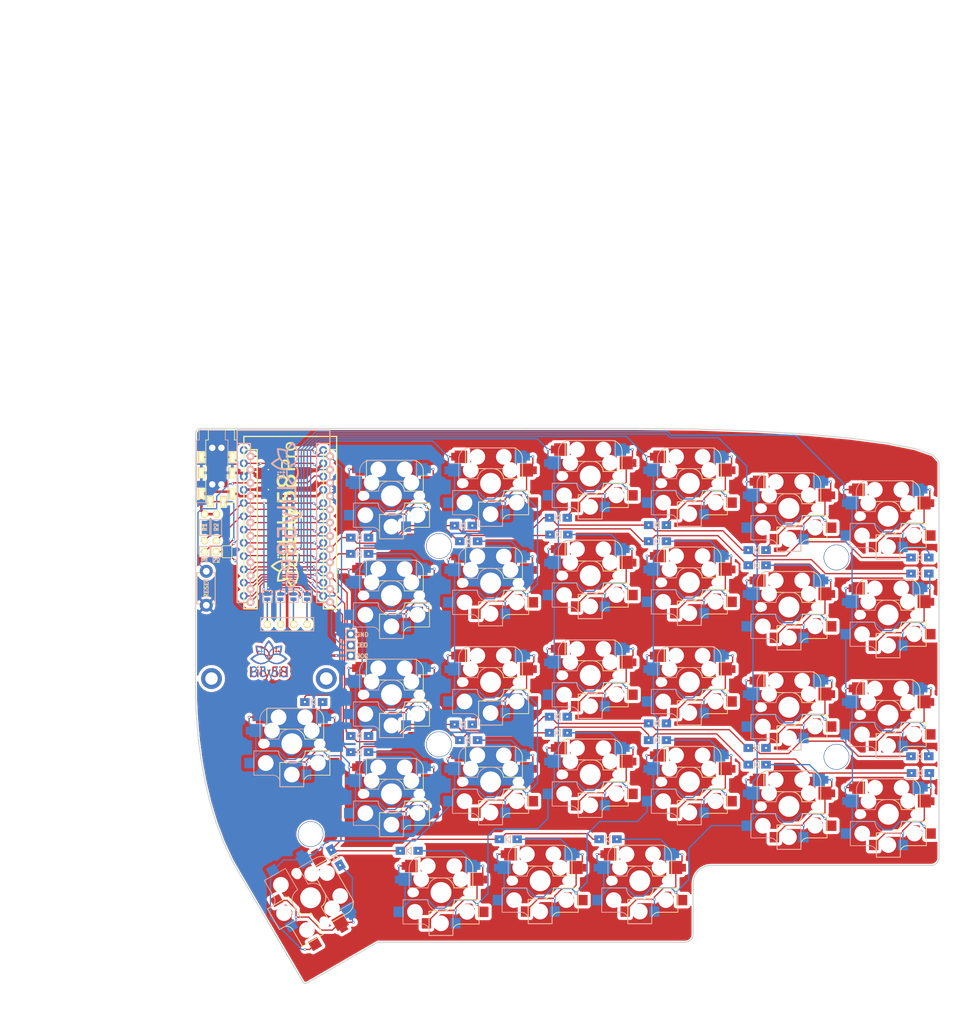
<source format=kicad_pcb>
(kicad_pcb (version 20221018) (generator pcbnew)
  (layers (0 "F.Cu" signal) (31 "B.Cu" signal) (34 "B.Paste" user) (35 "F.Paste" user) (36 "B.SilkS" user "B.Silkscreen") (37 "F.SilkS" user "F.Silkscreen") (38 "B.Mask" user) (39 "F.Mask" user) (44 "Edge.Cuts" user))
  (net 0 "")
  (net 1 "row4")
  (net 2 "row0")
  (net 3 "row1")
  (net 4 "row2")
  (net 5 "row3")
  (net 6 "VCC")
  (net 7 "GND")
  (net 8 "col0")
  (net 9 "col1")
  (net 10 "col2")
  (net 11 "col3")
  (net 12 "col4")
  (net 13 "col5")
  (net 14 "SDA")
  (net 15 "LED")
  (net 16 "SCL")
  (net 17 "RESET")
  (net 18 "Net-(D1-A)")
  (net 19 "Net-(D2-A)")
  (net 20 "Net-(D3-A)")
  (net 21 "Net-(D4-A)")
  (net 22 "DATA")
  (net 23 "Net-(D5-A)")
  (net 24 "Net-(D6-A)")
  (net 25 "Net-(D7-A)")
  (net 26 "Net-(D8-A)")
  (net 27 "Net-(D9-A)")
  (net 28 "Net-(D10-A)")
  (net 29 "Net-(D11-A)")
  (net 30 "Net-(D12-A)")
  (net 31 "Net-(D13-A)")
  (net 32 "Net-(D14-A)")
  (net 33 "Net-(D15-A)")
  (net 34 "Net-(D16-A)")
  (net 35 "Net-(D17-A)")
  (net 36 "Net-(D18-A)")
  (net 37 "Net-(D19-A)")
  (net 38 "Net-(D20-A)")
  (net 39 "Net-(D21-A)")
  (net 40 "Net-(D22-A)")
  (net 41 "Net-(D23-A)")
  (net 42 "Net-(D24-A)")
  (net 43 "Net-(D25-A)")
  (net 44 "Net-(D26-A)")
  (net 45 "Net-(D27-A)")
  (net 46 "Net-(D28-A)")
  (net 47 "Net-(D29-A)")
  (net 48 "Net-(P2-Pin_1)")
  (net 49 "Net-(P1-Pin_1)")
  (net 50 "Net-(J3-P1)")
  (net 51 "Net-(J3-P2)")
  (net 52 "Net-(J3-P3)")
  (net 53 "Net-(J3-P4)")
  (net 54 "unconnected-(U1-D4(PD4)-Pad7)")
  (net 55 "unconnected-(U1-A2(PF5)-Pad19)")
  (net 56 "unconnected-(U1-A3(PF4)-Pad20)")
  (net 57 "unconnected-(U1-RAW-Pad24)")
  (footprint "Lily58-footprint:RESISTOR_mini" (layer "F.Cu") (at 84.688035 56.039272 -90)
    (fp_text reference "R1")
    (fp_text value "R" hide)
  )
  (footprint "Lily58-footprint:RESISTOR_mini" (layer "F.Cu") (at 86.938035 56.039272 -90)
    (fp_text reference "R2")
    (fp_text value "R" hide)
  )
  (footprint "Lily58-footprint:MJ-4PP-9" (layer "F.Cu") (at 87.9 39.3)
    (fp_text reference "J2" hide)
    (fp_text value "4PIN" hide)
  )
  (footprint "Lily58-footprint:1pin_conn" (layer "F.Cu") (at 84.7 60.7 180)
    (fp_text reference "P1")
    (fp_text value "i2c_pin" hide)
  )
  (footprint "Lily58-footprint:1pin_conn" (layer "F.Cu") (at 86.9 60.7 180)
    (fp_text reference "P2")
    (fp_text value "i2c_pin" hide)
  )
  (footprint "Lily58-footprint:HOLE_M2_TH" (layer "F.Cu") (at 129.6 59.6)
    (fp_text reference "TH3" hide)
    (fp_text value "HOLE" hide)
  )
  (footprint "Lily58-footprint:HOLE_M2_TH" (layer "F.Cu") (at 205.8 61.8)
    (fp_text reference "TH4" hide)
    (fp_text value "HOLE" hide)
  )
  (footprint "Lily58-footprint:HOLE_M2_TH" (layer "F.Cu") (at 129.6 97.6)
    (fp_text reference "TH5" hide)
    (fp_text value "HOLE" hide)
  )
  (footprint "Lily58-footprint:HOLE_M2_TH" (layer "F.Cu") (at 205.8 100)
    (fp_text reference "TH6" hide)
    (fp_text value "HOLE" hide)
  )
  (footprint "Lily58-footprint:HOLE_M2_TH" (layer "F.Cu") (at 105 114.8 90)
    (fp_text reference "TH7" hide)
    (fp_text value "HOLE" hide)
  )
  (footprint "Lily58-footprint:ProMicro_rev2" (layer "F.Cu") (at 101 56)
    (fp_text reference "U1" hide)
    (fp_text value "ProMicro" hide)
  )
  (footprint "Lily58-footprint:lily58_logo_Pro" (layer "F.Cu") (at 100.4 53.6 90)
    (fp_text reference "G***" hide)
    (fp_text value "LOGO" hide)
  )
  (footprint "Lily58-footprint:Jumper" (layer "F.Cu") (at 104.3 69.3 90)
    (fp_text reference "JP1" hide)
    (fp_text value "Jumper_NO_Small" hide)
  )
  (footprint "Lily58-footprint:Jumper" (layer "F.Cu") (at 101.7 69.3 90)
    (fp_text reference "JP2" hide)
    (fp_text value "Jumper_NO_Small" hide)
  )
  (footprint "Lily58-footprint:Jumper" (layer "F.Cu") (at 99.2 69.3 90)
    (fp_text reference "JP3" hide)
    (fp_text value "Jumper_NO_Small" hide)
  )
  (footprint "Lily58-footprint:TACT_SWITCH_TVBP06" (layer "F.Cu") (at 85 67.7 90)
    (fp_text reference "RSW1" hide)
    (fp_text value "SW_RST" hide)
  )
  (footprint "Lily58-footprint:jumper_data" (layer "F.Cu") (at 89 60.7 90)
    (fp_text reference "W1" hide)
    (fp_text value "jumper" hide)
  )
  (footprint "Lily58-footprint:Diode_SOD123" (layer "F.Cu") (at 114.4 58)
    (fp_text reference "D1" hide)
    (fp_text value "D" hide)
  )
  (footprint "Lily58-footprint:Diode_SOD123" (layer "F.Cu") (at 134.3 55.7)
    (fp_text reference "D2" hide)
    (fp_text value "D" hide)
  )
  (footprint "Lily58-footprint:Diode_SOD123" (layer "F.Cu") (at 152.5 54.2)
    (fp_text reference "D3" hide)
    (fp_text value "D" hide)
  )
  (footprint "Lily58-footprint:Diode_SOD123" (layer "F.Cu") (at 171.5 55.6)
    (fp_text reference "D4" hide)
    (fp_text value "D" hide)
  )
  (footprint "Lily58-footprint:Diode_SOD123" (layer "F.Cu") (at 190.6 60.4)
    (fp_text reference "D5" hide)
    (fp_text value "D" hide)
  )
  (footprint "Lily58-footprint:Diode_SOD123" (layer "F.Cu") (at 221.8 61.8)
    (fp_text reference "D6" hide)
    (fp_text value "D" hide)
  )
  (footprint "Lily58-footprint:Diode_SOD123" (layer "F.Cu") (at 114.4 61.1)
    (fp_text reference "D7" hide)
    (fp_text value "D" hide)
  )
  (footprint "Lily58-footprint:Diode_SOD123" (layer "F.Cu") (at 135.3 58.7)
    (fp_text reference "D8" hide)
    (fp_text value "D" hide)
  )
  (footprint "Lily58-footprint:Diode_SOD123" (layer "F.Cu") (at 152.6 57.4)
    (fp_text reference "D9" hide)
    (fp_text value "D" hide)
  )
  (footprint "Lily58-footprint:Diode_SOD123" (layer "F.Cu") (at 171.5 58.7)
    (fp_text reference "D10" hide)
    (fp_text value "D" hide)
  )
  (footprint "Lily58-footprint:Diode_SOD123" (layer "F.Cu") (at 190.6 63.3)
    (fp_text reference "D11" hide)
    (fp_text value "D" hide)
  )
  (footprint "Lily58-footprint:Diode_SOD123" (layer "F.Cu") (at 221.8 64.9)
    (fp_text reference "D12" hide)
    (fp_text value "D" hide)
  )
  (footprint "Lily58-footprint:Diode_SOD123" (layer "F.Cu") (at 114.4 96)
    (fp_text reference "D13" hide)
    (fp_text value "D" hide)
  )
  (footprint "Lily58-footprint:Diode_SOD123" (layer "F.Cu") (at 134.3 93.8)
    (fp_text reference "D14" hide)
    (fp_text value "D" hide)
  )
  (footprint "Lily58-footprint:Diode_SOD123" (layer "F.Cu") (at 152.5 92.3)
    (fp_text reference "D15" hide)
    (fp_text value "D" hide)
  )
  (footprint "Lily58-footprint:Diode_SOD123" (layer "F.Cu") (at 171.5 93.6)
    (fp_text reference "D16" hide)
    (fp_text value "D" hide)
  )
  (footprint "Lily58-footprint:Diode_SOD123" (layer "F.Cu") (at 190.6 98.3)
    (fp_text reference "D17" hide)
    (fp_text value "D" hide)
  )
  (footprint "Lily58-footprint:Diode_SOD123" (layer "F.Cu") (at 221.8 99.9)
    (fp_text reference "D18" hide)
    (fp_text value "D" hide)
  )
  (footprint "Lily58-footprint:Diode_SOD123" (layer "F.Cu") (at 114.4 99.1)
    (fp_text reference "D19" hide)
    (fp_text value "D" hide)
  )
  (footprint "Lily58-footprint:Diode_SOD123" (layer "F.Cu") (at 135.3 96.8)
    (fp_text reference "D20" hide)
    (fp_text value "D" hide)
  )
  (footprint "Lily58-footprint:Diode_SOD123" (layer "F.Cu") (at 152.5 95.4)
    (fp_text reference "D21" hide)
    (fp_text value "D" hide)
  )
  (footprint "Lily58-footprint:Diode_SOD123" (layer "F.Cu") (at 171.5 96.8)
    (fp_text reference "D22" hide)
    (fp_text value "D" hide)
  )
  (footprint "Lily58-footprint:Diode_SOD123" (layer "F.Cu") (at 190.6 101.5)
    (fp_text reference "D23" hide)
    (fp_text value "D" hide)
  )
  (footprint "Lily58-footprint:Diode_SOD123" (layer "F.Cu") (at 221.9 103.1)
    (fp_text reference "D24" hide)
    (fp_text value "D" hide)
  )
  (footprint "Lily58-footprint:Diode_SOD123" (layer "F.Cu") (at 105.6 89.5)
    (fp_text reference "D25" hide)
    (fp_text value "D" hide)
  )
  (footprint "Lily58-footprint:Diode_SOD123" (layer "F.Cu") (at 109.8 119.3 -60)
    (fp_text reference "D26" hide)
    (fp_text value "D" hide)
  )
  (footprint "Lily58-footprint:Diode_SOD123" (layer "F.Cu") (at 123.9 118)
    (fp_text reference "D27" hide)
    (fp_text value "D" hide)
  )
  (footprint "Lily58-footprint:Diode_SOD123" (layer "F.Cu") (at 142.9 115.8)
    (fp_text reference "D28" hide)
    (fp_text value "D" hide)
  )
  (footprint "Lily58-footprint:Diode_SOD123" (layer "F.Cu") (at 162 115.8)
    (fp_text reference "D29" hide)
    (fp_text value "D" hide)
  )
  (footprint "Lily58_Pro-footprint:MX_Choc_Hotswap" (layer "F.Cu") (at 120.5 50)
    (fp_text reference "SW1" hide)
    (fp_text value "SW_PUSH" hide)
  )
  (footprint "Lily58_Pro-footprint:MX_Choc_Hotswap" (layer "F.Cu") (at 139.5 47.6)
    (fp_text reference "SW2" hide)
    (fp_text value "SW_PUSH" hide)
  )
  (footprint "Lily58_Pro-footprint:MX_Choc_Hotswap" (layer "F.Cu") (at 158.6 46.21)
    (fp_text reference "SW3" hide)
    (fp_text value "SW_PUSH" hide)
  )
  (footprint "Lily58_Pro-footprint:MX_Choc_Hotswap" (layer "F.Cu") (at 177.6 47.6)
    (fp_text reference "SW4" hide)
    (fp_text value "SW_PUSH" hide)
  )
  (footprint "Lily58_Pro-footprint:MX_Choc_Hotswap" (layer "F.Cu") (at 196.7 52.4)
    (fp_text reference "SW5" hide)
    (fp_text value "SW_PUSH" hide)
  )
  (footprint "Lily58_Pro-footprint:MX_Choc_Hotswap" (layer "F.Cu") (at 215.7 53.9)
    (fp_text reference "SW6" hide)
    (fp_text value "SW_PUSH" hide)
  )
  (footprint "Lily58_Pro-footprint:MX_Choc_Hotswap" (layer "F.Cu") (at 120.5 69.1)
    (fp_text reference "SW7" hide)
    (fp_text value "SW_PUSH" hide)
  )
  (footprint "Lily58_Pro-footprint:MX_Choc_Hotswap" (layer "F.Cu") (at 139.5 66.7)
    (fp_text reference "SW8" hide)
    (fp_text value "SW_PUSH" hide)
  )
  (footprint "Lily58_Pro-footprint:MX_Choc_Hotswap" (layer "F.Cu") (at 158.6 65.3)
    (fp_text reference "SW9" hide)
    (fp_text value "SW_PUSH" hide)
  )
  (footprint "Lily58_Pro-footprint:MX_Choc_Hotswap" (layer "F.Cu") (at 177.6 66.6)
    (fp_text reference "SW10" hide)
    (fp_text value "SW_PUSH" hide)
  )
  (footprint "Lily58_Pro-footprint:MX_Choc_Hotswap" (layer "F.Cu") (at 196.7 71.3)
    (fp_text reference "SW11" hide)
    (fp_text value "SW_PUSH" hide)
  )
  (footprint "Lily58_Pro-footprint:MX_Choc_Hotswap" (layer "F.Cu") (at 215.7 72.8)
    (fp_text reference "SW12" hide)
    (fp_text value "SW_PUSH" hide)
  )
  (footprint "Lily58_Pro-footprint:MX_Choc_Hotswap" (layer "F.Cu") (at 120.5 88.1)
    (fp_text reference "SW13" hide)
    (fp_text value "SW_PUSH" hide)
  )
  (footprint "Lily58_Pro-footprint:MX_Choc_Hotswap" (layer "F.Cu") (at 139.5 85.7)
    (fp_text reference "SW14" hide)
    (fp_text value "SW_PUSH" hide)
  )
  (footprint "Lily58_Pro-footprint:MX_Choc_Hotswap" (layer "F.Cu") (at 158.6 84.4)
    (fp_text reference "SW15" hide)
    (fp_text value "SW_PUSH" hide)
  )
  (footprint "Lily58_Pro-footprint:MX_Choc_Hotswap" (layer "F.Cu") (at 177.6 85.7)
    (fp_text reference "SW16" hide)
    (fp_text value "SW_PUSH" hide)
  )
  (footprint "Lily58_Pro-footprint:MX_Choc_Hotswap" (layer "F.Cu") (at 196.7 90.5)
    (fp_text reference "SW17" hide)
    (fp_text value "SW_PUSH" hide)
  )
  (footprint "Lily58_Pro-footprint:MX_Choc_Hotswap" (layer "F.Cu") (at 215.7 92)
    (fp_text reference "SW18" hide)
    (fp_text value "SW_PUSH" hide)
  )
  (footprint "Lily58_Pro-footprint:MX_Choc_Hotswap" (layer "F.Cu") (at 120.5 107.1)
    (fp_text reference "SW19" hide)
    (fp_text value "SW_PUSH" hide)
  )
  (footprint "Lily58_Pro-footprint:MX_Choc_Hotswap" (layer "F.Cu") (at 139.5 104.8)
    (fp_text reference "SW20" hide)
    (fp_text value "SW_PUSH" hide)
  )
  (footprint "Lily58_Pro-footprint:MX_Choc_Hotswap" (layer "F.Cu") (at 158.6 103.4)
    (fp_text reference "SW21" hide)
    (fp_text value "SW_PUSH" hide)
  )
  (footprint "Lily58_Pro-footprint:MX_Choc_Hotswap" (layer "F.Cu") (at 177.6 104.8)
    (fp_text reference "SW22" hide)
    (fp_text value "SW_PUSH" hide)
  )
  (footprint "Lily58_Pro-footprint:MX_Choc_Hotswap" (layer "F.Cu") (at 196.7 109.5)
    (fp_text reference "SW23" hide)
    (fp_text value "SW_PUSH" hide)
  )
  (footprint "Lily58_Pro-footprint:MX_Choc_Hotswap" (layer "F.Cu") (at 215.75 111)
    (fp_text reference "SW24" hide)
    (fp_text value "SW_PUSH" hide)
  )
  (footprint "Lily58_Pro-footprint:MX_Choc_Hotswap" (layer "F.Cu") (at 101.4 97.5)
    (fp_text reference "SW25" hide)
    (fp_text value "SW_PUSH" hide)
  )
  (footprint "Lily58_Pro-footprint:MX_Choc_Hotswap" (layer "F.Cu") (at 105 127 -60)
    (fp_text reference "SW26" hide)
    (fp_text value "SW_PUSH" hide)
  )
  (footprint "Lily58_Pro-footprint:MX_Choc_Hotswap" (layer "F.Cu") (at 130 126)
    (fp_text reference "SW27" hide)
    (fp_text value "SW_PUSH" hide)
  )
  (footprint "Lily58_Pro-footprint:MX_Choc_Hotswap" (layer "F.Cu") (at 149 123.75)
    (fp_text reference "SW28" hide)
    (fp_text value "SW_PUSH" hide)
  )
  (footprint "Lily58_Pro-footprint:MX_Choc_Hotswap" (layer "F.Cu") (at 168.1 123.75)
    (fp_text reference "SW29" hide)
    (fp_text value "SW_PUSH" hide)
  )
  (footprint "Lily58-footprint:M2_HOLE_PCB" (layer "F.Cu") (at 86 85)
    (fp_text reference "TH1" hide)
    (fp_text value "HOLE")
  )
  (footprint "Lily58-footprint:M2_HOLE_PCB" (layer "F.Cu") (at 108 85)
    (fp_text reference "TH2" hide)
    (fp_text value "HOLE")
  )
  (footprint "Lily58-footprint:Jumper" (layer "F.Cu") (at 96.7 69.3 90)
    (fp_text reference "JP4" hide)
    (fp_text value "Jumper_NO_Small" hide)
  )
  (footprint "Lily58-footprint:LED" (layer "F.Cu") (at 112.7 81.1 180)
    (fp_text reference "J1" hide)
    (fp_text value "LED" hide)
  )
  (footprint "Lily58-footprint:OLED_4Pin" (layer "F.Cu") (at 96.7 74.6)
    (fp_text reference "J3" hide)
    (fp_text value "OLED" hide)
  )
  (footprint "Lily58-footprint:lily58_logo_2" (layer "F.Cu") (at 97 81.5)
    (fp_text reference "G***" hide)
    (fp_text value "LOGO" hide)
  )
  (footprint "Lily58-footprint:Jumper" (layer "B.Cu") (at 101.7 69.3 90)
    (fp_text reference "JP6" hide)
    (fp_text value "Jumper_NO_Small" hide)
  )
  (footprint "Lily58-footprint:Jumper" (layer "B.Cu") (at 99.2 69.3 90)
    (fp_text reference "JP7" hide)
    (fp_text value "Jumper_NO_Small" hide)
  )
  (footprint "Lily58-footprint:Jumper" (layer "B.Cu") (at 96.7 69.3 90)
    (fp_text reference "JP8" hide)
    (fp_text value "Jumper_NO_Small" hide)
  )
  (footprint "Lily58-footprint:Jumper" (layer "B.Cu") (at 104.3 69.3 90)
    (fp_text reference "JP5" hide)
    (fp_text value "Jumper_NO_Small" hide)
  )
  (footprint "Lily58-footprint:lily58_logo_Pro" (layer "B.Cu") (at 100.4 53.7 -90)
    (fp_text reference "G***" hide)
    (fp_text value "LOGO" hide)
  )
  (footprint "Lily58-footprint:lily58_logo_2" (layer "B.Cu") (at 97 81.5 180)
    (fp_text reference "G***" hide)
    (fp_text value "LOGO" hide)
  )
  (gr_line (start 82.937528 50.750629) (end 82.937528 44.443695) (stroke (width 0.2)) (layer "Edge.Cuts"))
  (gr_line (start 225.46 100.32649) (end 225.46 109.808112) (stroke (width 0.2)) (layer "Edge.Cuts"))
  (gr_line (start 83.490297 96.657663) (end 84.020972 100.690825) (stroke (width 0.2)) (layer "Edge.Cuts"))
  (gr_line (start 218.692418 120.789735) (end 223.959999 120.789735) (stroke (width 0.2)) (layer "Edge.Cuts"))
  (gr_line (start 83.13569 92.617561) (end 83.490297 96.657663) (stroke (width 0.2)) (layer "Edge.Cuts"))
  (gr_line (start 115.211711 37.086762) (end 104.803877 37.086762) (stroke (width 0.2)) (layer "Edge.Cuts"))
  (gr_line (start 100.047036 137.18634) (end 101.72273 140.052659) (stroke (width 0.2)) (layer "Edge.Cuts"))
  (gr_line (start 177.121844 135.481211) (end 176.819348 135.511658) (stroke (width 0.2)) (layer "Edge.Cuts"))
  (gr_line (start 225.342217 119.873887) (end 225.204001 120.128696) (stroke (width 0.2)) (layer "Edge.Cuts"))
  (gr_line (start 178.594174 122.926713) (end 178.916678 122.33216) (stroke (width 0.2)) (layer "Edge.Cuts"))
  (gr_line (start 220.889319 40.963847) (end 215.525697 39.885159) (stroke (width 0.2)) (layer "Edge.Cuts"))
  (gr_line (start 146.435213 37.086762) (end 136.027379 37.086762) (stroke (width 0.2)) (layer "Edge.Cuts"))
  (gr_line (start 178.063349 134.850619) (end 177.880261 135.072571) (stroke (width 0.2)) (layer "Edge.Cuts"))
  (gr_line (start 202.889673 120.789735) (end 208.157255 120.789735) (stroke (width 0.2)) (layer "Edge.Cuts"))
  (gr_line (start 178.288901 134.314154) (end 178.201565 134.59581) (stroke (width 0.2)) (layer "Edge.Cuts"))
  (gr_line (start 208.157255 120.789735) (end 213.424836 120.789735) (stroke (width 0.2)) (layer "Edge.Cuts"))
  (gr_line (start 178.989563 37.215654) (end 167.250881 37.086762) (stroke (width 0.2)) (layer "Edge.Cuts"))
  (gr_line (start 181.819348 120.789735) (end 187.086929 120.789735) (stroke (width 0.2)) (layer "Edge.Cuts"))
  (gr_line (start 83.400937 37.265961) (end 83.579303 37.16921) (stroke (width 0.2)) (layer "Edge.Cuts"))
  (gr_line (start 197.622092 120.789735) (end 202.889673 120.789735) (stroke (width 0.2)) (layer "Edge.Cuts"))
  (gr_line (start 111.159536 139.391201) (end 112.83523 138.421062) (stroke (width 0.2)) (layer "Edge.Cuts"))
  (gr_line (start 224.79896 120.533736) (end 224.544152 120.671952) (stroke (width 0.2)) (layer "Edge.Cuts"))
  (gr_line (start 104.456758 143.271756) (end 106.132452 142.301617) (stroke (width 0.2)) (layer "Edge.Cuts"))
  (gr_line (start 208.420758 38.945561) (end 199.807654 38.170488) (stroke (width 0.2)) (layer "Edge.Cuts"))
  (gr_line (start 169.449826 135.511658) (end 176.819348 135.511658) (stroke (width 0.2)) (layer "Edge.Cuts"))
  (gr_line (start 139.971738 135.511658) (end 147.34126 135.511658) (stroke (width 0.2)) (layer "Edge.Cuts"))
  (gr_line (start 225.204001 120.128696) (end 225.020912 120.350648) (stroke (width 0.2)) (layer "Edge.Cuts"))
  (gr_line (start 82.937528 88.592229) (end 82.937528 82.285296) (stroke (width 0.2)) (layer "Edge.Cuts"))
  (gr_line (start 225.46 52.918378) (end 225.46 62.4) (stroke (width 0.2)) (layer "Edge.Cuts"))
  (gr_line (start 225.459999 119.289735) (end 225.429552 119.592231) (stroke (width 0.2)) (layer "Edge.Cuts"))
  (gr_line (start 82.937528 63.364495) (end 82.937528 57.057562) (stroke (width 0.2)) (layer "Edge.Cuts"))
  (gr_line (start 91.668563 122.854742) (end 93.344258 125.721062) (stroke (width 0.2)) (layer "Edge.Cuts"))
  (gr_line (start 114.510925 137.450923) (end 116.186619 136.480784) (stroke (width 0.2)) (layer "Edge.Cuts"))
  (gr_line (start 104.130206 143.404468) (end 104.288864 143.357278) (stroke (width 0.2)) (layer "Edge.Cuts"))
  (gr_line (start 224.262495 120.759288) (end 223.959999 120.789735) (stroke (width 0.2)) (layer "Edge.Cuts"))
  (gr_line (start 83.020657 37.727855) (end 83.117409 37.549489) (stroke (width 0.2)) (layer "Edge.Cuts"))
  (gr_line (start 84.020972 100.690825) (end 84.747083 104.695246) (stroke (width 0.2)) (layer "Edge.Cuts"))
  (gr_line (start 84.747083 104.695246) (end 85.688004 108.649127) (stroke (width 0.2)) (layer "Edge.Cuts"))
  (gr_line (start 178.319348 132.816013) (end 178.319348 134.011658) (stroke (width 0.2)) (layer "Edge.Cuts"))
  (gr_line (start 225.020912 120.350648) (end 224.79896 120.533736) (stroke (width 0.2)) (layer "Edge.Cuts"))
  (gr_line (start 178.319348 131.597973) (end 178.319348 132.816013) (stroke (width 0.2)) (layer "Edge.Cuts"))
  (gr_line (start 96.695647 131.453701) (end 98.371341 134.32002) (stroke (width 0.2)) (layer "Edge.Cuts"))
  (gr_line (start 104.288864 143.357278) (end 104.456758 143.271756) (stroke (width 0.2)) (layer "Edge.Cuts"))
  (gr_line (start 225.46 71.881623) (end 225.46 81.363245) (stroke (width 0.2)) (layer "Edge.Cuts"))
  (gr_line (start 104.803877 37.086762) (end 94.396044 37.086762) (stroke (width 0.2)) (layer "Edge.Cuts"))
  (gr_line (start 224.544152 120.671952) (end 224.262495 120.759288) (stroke (width 0.2)) (layer "Edge.Cuts"))
  (gr_line (start 225.46 109.808112) (end 225.46 119.289735) (stroke (width 0.2)) (layer "Edge.Cuts"))
  (gr_line (start 82.937528 75.978362) (end 82.937528 69.671429) (stroke (width 0.2)) (layer "Edge.Cuts"))
  (gr_line (start 179.861773 121.387065) (end 180.456326 121.064561) (stroke (width 0.2)) (layer "Edge.Cuts"))
  (gr_line (start 103.597295 143.222884) (end 103.714328 143.322532) (stroke (width 0.2)) (layer "Edge.Cuts"))
  (gr_line (start 178.319348 125.507775) (end 178.319348 126.725814) (stroke (width 0.2)) (layer "Edge.Cuts"))
  (gr_line (start 82.937528 44.443695) (end 82.937528 38.136762) (stroke (width 0.2)) (layer "Edge.Cuts"))
  (gr_line (start 103.491837 143.08815) (end 103.597295 143.222884) (stroke (width 0.2)) (layer "Edge.Cuts"))
  (gr_line (start 180.456326 121.064561) (end 181.113524 120.860778) (stroke (width 0.2)) (layer "Edge.Cuts"))
  (gr_line (start 95.019952 128.587381) (end 96.695647 131.453701) (stroke (width 0.2)) (layer "Edge.Cuts"))
  (gr_line (start 117.863173 135.511658) (end 125.232695 135.511658) (stroke (width 0.2)) (layer "Edge.Cuts"))
  (gr_line (start 178.319348 130.379933) (end 178.319348 131.597973) (stroke (width 0.2)) (layer "Edge.Cuts"))
  (gr_line (start 225.429552 119.592231) (end 225.342217 119.873887) (stroke (width 0.2)) (layer "Edge.Cuts"))
  (gr_line (start 82.937528 69.671429) (end 82.937528 63.364495) (stroke (width 0.2)) (layer "Edge.Cuts"))
  (gr_line (start 178.201565 134.59581) (end 178.063349 134.850619) (stroke (width 0.2)) (layer "Edge.Cuts"))
  (gr_line (start 167.250881 37.086762) (end 156.843047 37.086762) (stroke (width 0.2)) (layer "Edge.Cuts"))
  (gr_line (start 162.080304 135.511658) (end 169.449826 135.511658) (stroke (width 0.2)) (layer "Edge.Cuts"))
  (gr_line (start 224.278471 42.15619) (end 220.889319 40.963847) (stroke (width 0.2)) (layer "Edge.Cuts"))
  (gr_line (start 103.398425 142.918979) (end 103.491837 143.08815) (stroke (width 0.2)) (layer "Edge.Cuts"))
  (gr_line (start 89.992869 119.988423) (end 91.668563 122.854742) (stroke (width 0.2)) (layer "Edge.Cuts"))
  (gr_line (start 98.371341 134.32002) (end 100.047036 137.18634) (stroke (width 0.2)) (layer "Edge.Cuts"))
  (gr_line (start 83.579303 37.16921) (end 83.776462 37.108075) (stroke (width 0.2)) (layer "Edge.Cuts"))
  (gr_line (start 86.863105 112.53067) (end 88.291758 116.318073) (stroke (width 0.2)) (layer "Edge.Cuts"))
  (gr_line (start 93.344258 125.721062) (end 95.019952 128.587381) (stroke (width 0.2)) (layer "Edge.Cuts"))
  (gr_line (start 177.880261 135.072571) (end 177.658308 135.25566) (stroke (width 0.2)) (layer "Edge.Cuts"))
  (gr_line (start 103.714328 143.322532) (end 103.84247 143.386445) (stroke (width 0.2)) (layer "Edge.Cuts"))
  (gr_line (start 178.390391 123.583911) (end 178.594174 122.926713) (stroke (width 0.2)) (layer "Edge.Cuts"))
  (gr_line (start 154.710782 135.511658) (end 162.080304 135.511658) (stroke (width 0.2)) (layer "Edge.Cuts"))
  (gr_line (start 199.807654 38.170488) (end 189.919538 37.585374) (stroke (width 0.2)) (layer "Edge.Cuts"))
  (gr_line (start 189.919538 37.585374) (end 178.989563 37.215654) (stroke (width 0.2)) (layer "Edge.Cuts"))
  (gr_line (start 83.117409 37.549489) (end 83.24557 37.394123) (stroke (width 0.2)) (layer "Edge.Cuts"))
  (gr_line (start 213.424836 120.789735) (end 218.692418 120.789735) (stroke (width 0.2)) (layer "Edge.Cuts"))
  (gr_line (start 225.46 81.363245) (end 225.46 90.844867) (stroke (width 0.2)) (layer "Edge.Cuts"))
  (gr_line (start 215.525697 39.885159) (end 208.420758 38.945561) (stroke (width 0.2)) (layer "Edge.Cuts"))
  (gr_line (start 178.319348 129.161894) (end 178.319348 130.379933) (stroke (width 0.2)) (layer "Edge.Cuts"))
  (gr_line (start 103.84247 143.386445) (end 103.981252 143.413974) (stroke (width 0.2)) (layer "Edge.Cuts"))
  (gr_line (start 156.843047 37.086762) (end 146.435213 37.086762) (stroke (width 0.2)) (layer "Edge.Cuts"))
  (gr_line (start 225.46 43.436755) (end 224.278471 42.15619) (stroke (width 0.2)) (layer "Edge.Cuts"))
  (gr_line (start 125.232695 135.511658) (end 132.602217 135.511658) (stroke (width 0.2)) (layer "Edge.Cuts"))
  (gr_line (start 109.483841 140.36134) (end 111.159536 139.391201) (stroke (width 0.2)) (layer "Edge.Cuts"))
  (gr_line (start 94.396044 37.086762) (end 83.98821 37.086762) (stroke (width 0.2)) (layer "Edge.Cuts"))
  (gr_line (start 225.46 62.4) (end 225.46 71.881623) (stroke (width 0.2)) (layer "Edge.Cuts"))
  (gr_line (start 107.808147 141.331479) (end 109.483841 140.36134) (stroke (width 0.2)) (layer "Edge.Cuts"))
  (gr_line (start 225.46 43.436755) (end 225.46 52.918378) (stroke (width 0.2)) (layer "Edge.Cuts"))
  (gr_line (start 178.319348 134.011658) (end 178.288901 134.314154) (stroke (width 0.2)) (layer "Edge.Cuts"))
  (gr_line (start 177.658308 135.25566) (end 177.4035 135.393876) (stroke (width 0.2)) (layer "Edge.Cuts"))
  (gr_line (start 178.319348 124.289735) (end 178.319348 125.507775) (stroke (width 0.2)) (layer "Edge.Cuts"))
  (gr_line (start 132.602217 135.511658) (end 139.971738 135.511658) (stroke (width 0.2)) (layer "Edge.Cuts"))
  (gr_line (start 82.937777 88.592317) (end 83.13569 92.617561) (stroke (width 0.2)) (layer "Edge.Cuts"))
  (gr_line (start 178.319348 124.289735) (end 178.390391 123.583911) (stroke (width 0.2)) (layer "Edge.Cuts"))
  (gr_line (start 82.959523 37.925015) (end 83.020657 37.727855) (stroke (width 0.2)) (layer "Edge.Cuts"))
  (gr_line (start 106.132452 142.301617) (end 107.808147 141.331479) (stroke (width 0.2)) (layer "Edge.Cuts"))
  (gr_line (start 116.186619 136.480784) (end 117.862313 135.510645) (stroke (width 0.2)) (layer "Edge.Cuts"))
  (gr_line (start 112.83523 138.421062) (end 114.510925 137.450923) (stroke (width 0.2)) (layer "Edge.Cuts"))
  (gr_line (start 177.4035 135.393876) (end 177.121844 135.481211) (stroke (width 0.2)) (layer "Edge.Cuts"))
  (gr_line (start 187.086929 120.789735) (end 192.354511 120.789735) (stroke (width 0.2)) (layer "Edge.Cuts"))
  (gr_line (start 83.24557 37.394123) (end 83.400937 37.265961) (stroke (width 0.2)) (layer "Edge.Cuts"))
  (gr_line (start 178.916678 122.33216) (end 179.343884 121.814271) (stroke (width 0.2)) (layer "Edge.Cuts"))
  (gr_line (start 147.34126 135.511658) (end 154.710782 135.511658) (stroke (width 0.2)) (layer "Edge.Cuts"))
  (gr_line (start 225.46 90.844867) (end 225.46 100.32649) (stroke (width 0.2)) (layer "Edge.Cuts"))
  (gr_line (start 125.619545 37.086762) (end 115.211711 37.086762) (stroke (width 0.2)) (layer "Edge.Cuts"))
  (gr_line (start 181.113524 120.860778) (end 181.819348 120.789735) (stroke (width 0.2)) (layer "Edge.Cuts"))
  (gr_line (start 88.291758 116.318073) (end 89.993333 119.98954) (stroke (width 0.2)) (layer "Edge.Cuts"))
  (gr_line (start 178.319348 126.725814) (end 178.319348 127.943854) (stroke (width 0.2)) (layer "Edge.Cuts"))
  (gr_line (start 179.343884 121.814271) (end 179.861773 121.387065) (stroke (width 0.2)) (layer "Edge.Cuts"))
  (gr_line (start 192.354511 120.789735) (end 197.622092 120.789735) (stroke (width 0.2)) (layer "Edge.Cuts"))
  (gr_line (start 178.319348 127.943854) (end 178.319348 129.161894) (stroke (width 0.2)) (layer "Edge.Cuts"))
  (gr_line (start 136.027379 37.086762) (end 125.619545 37.086762) (stroke (width 0.2)) (layer "Edge.Cuts"))
  (gr_line (start 101.72273 140.052659) (end 103.398425 142.918979) (stroke (width 0.2)) (layer "Edge.Cuts"))
  (gr_line (start 103.981252 143.413974) (end 104.130206 143.404468) (stroke (width 0.2)) (layer "Edge.Cuts"))
  (gr_line (start 82.937528 57.057562) (end 82.937528 50.750629) (stroke (width 0.2)) (layer "Edge.Cuts"))
  (gr_line (start 85.688004 108.649127) (end 86.863105 112.53067) (stroke (width 0.2)) (layer "Edge.Cuts"))
  (gr_line (start 82.937528 82.285296) (end 82.937528 75.978362) (stroke (width 0.2)) (layer "Edge.Cuts"))
  (gr_line (start 83.776462 37.108075) (end 83.98821 37.086762) (stroke (width 0.2)) (layer "Edge.Cuts"))
  (gr_line (start 82.93821 38.136762) (end 82.959523 37.925015) (stroke (width 0.2)) (layer "Edge.Cuts"))
  (segment (start 95.940948 66.000022) (end 94.8 67.14097) (width 0.25) (layer "F.Cu") (net 1))
  (segment (start 110.6 74.718176) (end 111.1 74.218176) (width 0.25) (layer "F.Cu") (net 1))
  (segment (start 103.9 89.5) (end 103.9 88.5) (width 0.25) (layer "F.Cu") (net 1))
  (segment (start 110.6 87.349998) (end 110.6 74.718176) (width 0.25) (layer "F.Cu") (net 1))
  (segment (start 111.1 72.74693) (end 108.718815 70.365745) (width 0.25) (layer "F.Cu") (net 1))
  (segment (start 111.1 74.218176) (end 111.1 72.74693) (width 0.25) (layer "F.Cu") (net 1))
  (segment (start 122.35 118) (end 122.2 118) (width 0.25) (layer "F.Cu") (net 1))
  (segment (start 141.2 115.8) (end 124.55 115.8) (width 0.25) (layer "F.Cu") (net 1))
  (segment (start 110.825001 87.574999) (end 110.6 87.349998) (width 0.25) (layer "F.Cu") (net 1))
  (segment (start 104.947253 66.691589) (end 104.255686 66.000022) (width 0.25) (layer "F.Cu") (net 1))
  (segment (start 110.825001 115.952756) (end 110.825001 88.9) (width 0.25) (layer "F.Cu") (net 1))
  (segment (start 159.15 115.8) (end 158.074999 114.724999) (width 0.25) (layer "F.Cu") (net 1))
  (segment (start 158.074999 114.724999) (end 142.425001 114.724999) (width 0.25) (layer "F.Cu") (net 1))
  (segment (start 93.83 69.17) (end 92.18 69.17) (width 0.25) (layer "F.Cu") (net 1))
  (segment (start 94.8 67.14097) (end 94.8 68.2) (width 0.25) (layer "F.Cu") (net 1))
  (segment (start 108.95 117.827757) (end 110.825001 115.952756) (width 0.25) (layer "F.Cu") (net 1))
  (segment (start 109.122243 118) (end 108.95 117.827757) (width 0.25) (layer "F.Cu") (net 1))
  (segment (start 122.2 118) (end 109.122243 118) (width 0.25) (layer "F.Cu") (net 1))
  (segment (start 105.308411 66.691589) (end 104.947253 66.691589) (width 0.25) (layer "F.Cu") (net 1))
  (segment (start 104.255686 66.000022) (end 95.940948 66.000022) (width 0.25) (layer "F.Cu") (net 1))
  (segment (start 142.425001 114.724999) (end 141.35 115.8) (width 0.25) (layer "F.Cu") (net 1))
  (segment (start 141.35 115.8) (end 141.2 115.8) (width 0.25) (layer "F.Cu") (net 1))
  (segment (start 110.2 88.2) (end 110.825001 87.574999) (width 0.25) (layer "F.Cu") (net 1))
  (segment (start 103.9 88.5) (end 104.2 88.2) (width 0.25) (layer "F.Cu") (net 1))
  (segment (start 104.2 88.2) (end 110.2 88.2) (width 0.25) (layer "F.Cu") (net 1))
  (segment (start 110.825001 87.574999) (end 110.825001 88.9) (width 0.25) (layer "F.Cu") (net 1))
  (segment (start 94.8 68.2) (end 93.83 69.17) (width 0.25) (layer "F.Cu") (net 1))
  (segment (start 124.55 115.8) (end 122.35 118) (width 0.25) (layer "F.Cu") (net 1))
  (segment (start 160.3 115.8) (end 159.15 115.8) (width 0.25) (layer "F.Cu") (net 1))
  (via (at 105.308411 66.691589) (size 0.5) (drill 0.3) (layers "F.Cu" "B.Cu") (net 1))
  (segment (start 105.308411 66.691589) (end 105.308411 67.052747) (width 0.25) (layer "B.Cu") (net 1))
  (segment (start 105.308411 67.052747) (end 106.2 67.944336) (width 0.25) (layer "B.Cu") (net 1))
  (segment (start 106.77 70.37) (end 108.77 70.37) (width 0.25) (layer "B.Cu") (net 1))
  (segment (start 106.2 69.8) (end 106.77 70.37) (width 0.25) (layer "B.Cu") (net 1))
  (segment (start 106.2 67.944336) (end 106.2 69.8) (width 0.25) (layer "B.Cu") (net 1))
  (segment (start 149.65 54.2) (end 147.074999 56.775001) (width 0.25) (layer "F.Cu") (net 2))
  (segment (start 147.074999 56.775001) (end 133.825001 56.775001) (width 0.25) (layer "F.Cu") (net 2))
  (segment (start 184.05 56.7) (end 171.1 56.7) (width 0.25) (layer "F.Cu") (net 2))
  (segment (start 123.401002 55.7) (end 120.026001 59.075001) (width 0.25) (layer "F.Cu") (net 2))
  (segment (start 150.8 54.2) (end 149.65 54.2) (width 0.25) (layer "F.Cu") (net 2))
  (segment (start 220.1 61.8) (end 210.6 61.8) (width 0.25) (layer "F.Cu") (net 2))
  (segment (start 110.92456 58) (end 108.718815 60.205745) (width 0.25) (layer "F.Cu") (net 2))
  (segment (start 196.201002 61.5) (end 190.2 61.5) (width 0.25) (layer "F.Cu") (net 2))
  (segment (start 112.7 58) (end 110.92456 58) (width 0.25) (layer "F.Cu") (net 2))
  (segment (start 152.3 55.55) (end 150.95 54.2) (width 0.25) (layer "F.Cu") (net 2))
  (segment (start 169.8 55.6) (end 152.3 55.6) (width 0.25) (layer "F.Cu") (net 2))
  (segment (start 112.85 58) (end 112.7 58) (width 0.25) (layer "F.Cu") (net 2))
  (segment (start 92.18 59.01) (end 105.69 59.01) (width 0.25) (layer "F.Cu") (net 2))
  (segment (start 207.6 58.8) (end 198.901002 58.8) (width 0.25) (layer "F.Cu") (net 2))
  (segment (start 198.901002 58.8) (end 196.201002 61.5) (width 0.25) (layer "F.Cu") (net 2))
  (segment (start 190.2 61.5) (end 189.1 60.4) (width 0.25) (layer "F.Cu") (net 2))
  (segment (start 171.1 56.7) (end 170 55.6) (width 0.25) (layer "F.Cu") (net 2))
  (segment (start 120.026001 59.075001) (end 113.925001 59.075001) (width 0.25) (layer "F.Cu") (net 2))
  (segment (start 132.6 55.7) (end 123.401002 55.7) (width 0.25) (layer "F.Cu") (net 2))
  (segment (start 210.6 61.8) (end 207.6 58.8) (width 0.25) (layer "F.Cu") (net 2))
  (segment (start 133.825001 56.775001) (end 132.75 55.7) (width 0.25) (layer "F.Cu") (net 2))
  (segment (start 113.925001 59.075001) (end 112.85 58) (width 0.25) (layer "F.Cu") (net 2))
  (segment (start 188.9 60.4) (end 187.75 60.4) (width 0.25) (layer "F.Cu") (net 2))
  (segment (start 105.69 59.01) (end 105.7 59) (width 0.25) (layer "F.Cu") (net 2))
  (segment (start 170 55.6) (end 169.8 55.6) (width 0.25) (layer "F.Cu") (net 2))
  (segment (start 152.3 55.6) (end 152.3 55.55) (width 0.25) (layer "F.Cu") (net 2))
  (segment (start 187.75 60.4) (end 184.05 56.7) (width 0.25) (layer "F.Cu") (net 2))
  (segment (start 189.1 60.4) (end 188.9 60.4) (width 0.25) (layer "F.Cu") (net 2))
  (segment (start 150.95 54.2) (end 150.8 54.2) (width 0.25) (layer "F.Cu") (net 2))
  (segment (start 132.75 55.7) (end 132.6 55.7) (width 0.25) (layer "F.Cu") (net 2))
  (via (at 105.7 59) (size 0.5) (drill 0.3) (layers "F.Cu" "B.Cu") (net 2))
  (segment (start 106.91 60.21) (end 105.899999 59.199999) (width 0.25) (layer "B.Cu") (net 2))
  (segment (start 105.899999 59.199999) (end 105.7 59) (width 0.25) (layer "B.Cu") (net 2))
  (segment (start 108.77 60.21) (end 106.91 60.21) (width 0.25) (layer "B.Cu") (net 2))
  (segment (start 119.712413 60.024999) (end 113.925001 60.024999) (width 0.25) (layer "F.Cu") (net 3))
  (segment (start 112.7 61.1) (end 110.36456 61.1) (width 0.25) (layer "F.Cu") (net 3))
  (segment (start 110.36456 61.1) (end 108.718815 62.745745) (width 0.25) (layer "F.Cu") (net 3))
  (segment (start 203.7 64.9) (end 201.024999 62.224999) (width 0.25) (layer "F.Cu") (net 3))
  (segment (start 183.074999 57.624999) (end 171.075001 57.624999) (width 0.25) (layer "F.Cu") (net 3))
  (segment (start 190.125001 62.224999) (end 189.05 63.3) (width 0.25) (layer "F.Cu") (net 3))
  (segment (start 133.6 58.7) (end 133.3 58.7) (width 0.25) (layer "F.Cu") (net 3))
  (segment (start 168.65 58.7) (end 166.274999 56.324999) (width 0.25) (layer "F.Cu") (net 3))
  (segment (start 150.7 57.6) (end 134.85 57.6) (width 0.25) (layer "F.Cu") (net 3))
  (segment (start 169.8 58.7) (end 168.65 58.7) (width 0.25) (layer "F.Cu") (net 3))
  (segment (start 150.9 57.4) (end 150.7 57.6) (width 0.25) (layer "F.Cu") (net 3))
  (segment (start 134.85 57.6) (end 133.75 58.7) (width 0.25) (layer "F.Cu") (net 3))
  (segment (start 92.23 61.45) (end 105.25 61.45) (width 0.25) (layer "F.Cu") (net 3))
  (segment (start 112.85 61.1) (end 112.7 61.1) (width 0.25) (layer "F.Cu") (net 3))
  (segment (start 188.75 63.3) (end 183.074999 57.624999) (width 0.25) (layer "F.Cu") (net 3))
  (segment (start 220.1 64.9) (end 203.7 64.9) (width 0.25) (layer "F.Cu") (net 3))
  (segment (start 133.75 58.7) (end 133.6 58.7) (width 0.25) (layer "F.Cu") (net 3))
  (segment (start 189.05 63.3) (end 188.9 63.3) (width 0.25) (layer "F.Cu") (net 3))
  (segment (start 105.500001 61.700001) (end 105.7 61.9) (width 0.25) (layer "F.Cu") (net 3))
  (segment (start 188.9 63.3) (end 188.75 63.3) (width 0.25) (layer "F.Cu") (net 3))
  (segment (start 201.024999 62.224999) (end 190.125001 62.224999) (width 0.25) (layer "F.Cu") (net 3))
  (segment (start 133.3 58.7) (end 131.1 56.5) (width 0.25) (layer "F.Cu") (net 3))
  (segment (start 123.237412 56.5) (end 119.712413 60.024999) (width 0.25) (layer "F.Cu") (net 3))
  (segment (start 152.075001 56.324999) (end 152.075001 56.374999) (width 0.25) (layer "F.Cu") (net 3))
  (segment (start 166.274999 56.324999) (end 152.075001 56.324999) (width 0.25) (layer "F.Cu") (net 3))
  (segment (start 131.1 56.5) (end 123.237412 56.5) (width 0.25) (layer "F.Cu") (net 3))
  (segment (start 152.075001 56.374999) (end 151.05 57.4) (width 0.25) (layer "F.Cu") (net 3))
  (segment (start 113.925001 60.024999) (end 112.85 61.1) (width 0.25) (layer "F.Cu") (net 3))
  (segment (start 151.05 57.4) (end 150.9 57.4) (width 0.25) (layer "F.Cu") (net 3))
  (segment (start 171.075001 57.624999) (end 170 58.7) (width 0.25) (layer "F.Cu") (net 3))
  (segment (start 105.25 61.45) (end 105.500001 61.700001) (width 0.25) (layer "F.Cu") (net 3))
  (segment (start 170 58.7) (end 169.8 58.7) (width 0.25) (layer "F.Cu") (net 3))
  (via (at 105.7 61.9) (size 0.5) (drill 0.3) (layers "F.Cu" "B.Cu") (net 3))
  (segment (start 106.55 62.75) (end 105.899999 62.099999) (width 0.25) (layer "B.Cu") (net 3))
  (segment (start 108.77 62.75) (end 106.55 62.75) (width 0.25) (layer "B.Cu") (net 3))
  (segment (start 105.899999 62.099999) (end 105.7 61.9) (width 0.25) (layer "B.Cu") (net 3))
  (segment (start 111.8 87.2) (end 111.500021 86.900021) (width 0.25) (layer "F.Cu") (net 4))
  (segment (start 109.480814 66.047744) (end 108.718815 65.285745) (width 0.25) (layer "F.Cu") (net 4))
  (segment (start 152.25 93.6) (end 150.95 92.3) (width 0.25) (layer "F.Cu") (net 4))
  (segment (start 112.000022 72.37413) (end 112 72.374108) (width 0.25) (layer "F.Cu") (net 4))
  (segment (start 113.9 97.1) (end 112.8 96) (width 0.25) (layer "F.Cu") (net 4))
  (segment (start 150.8 92.3) (end 149.65 92.3) (width 0.25) (layer "F.Cu") (net 4))
  (segment (start 93.905755 64.09) (end 92.18 64.09) (width 0.25) (layer "F.Cu") (net 4))
  (segment (start 150.95 92.3) (end 150.8 92.3) (width 0.25) (layer "F.Cu") (net 4))
  (segment (start 94.395755 63.6) (end 93.905755 64.09) (width 0.25) (layer "F.Cu") (net 4))
  (segment (start 199 97) (end 196.624999 99.375001) (width 0.25) (layer "F.Cu") (net 4))
  (segment (start 112.8 96) (end 112.7 96) (width 0.25) (layer "F.Cu") (net 4))
  (segment (start 111.500021 75.090977) (end 112.000022 74.590976) (width 0.25) (layer "F.Cu") (net 4))
  (segment (start 132.75 93.8) (end 132.6 93.8) (width 0.25) (layer "F.Cu") (net 4))
  (segment (start 190.05 98.3) (end 188.9 98.3) (width 0.25) (layer "F.Cu") (net 4))
  (segment (start 147.05 94.9) (end 133.85 94.9) (width 0.25) (layer "F.Cu") (net 4))
  (segment (start 170 93.6) (end 169.8 93.6) (width 0.25) (layer "F.Cu") (net 4))
  (segment (start 123.6 93.8) (end 120.3 97.1) (width 0.25) (layer "F.Cu") (net 4))
  (segment (start 169.8 93.6) (end 152.25 93.6) (width 0.25) (layer "F.Cu") (net 4))
  (segment (start 188.75 98.3) (end 185.25 94.8) (width 0.25) (layer "F.Cu") (net 4))
  (segment (start 171.2 94.8) (end 170 93.6) (width 0.25) (layer "F.Cu") (net 4))
  (segment (start 112.000022 74.590976) (end 112.000022 72.37413) (width 0.25) (layer "F.Cu") (net 4))
  (segment (start 149.65 92.3) (end 147.05 94.9) (width 0.25) (layer "F.Cu") (net 4))
  (segment (start 111.8 95.1) (end 111.8 87.2) (width 0.25) (layer "F.Cu") (net 4))
  (segment (start 133.85 94.9) (end 132.75 93.8) (width 0.25) (layer "F.Cu") (net 4))
  (segment (start 112 68.56693) (end 109.480814 66.047744) (width 0.25) (layer "F.Cu") (net 4))
  (segment (start 220.1 99.9) (end 210 99.9) (width 0.25) (layer "F.Cu") (net 4))
  (segment (start 111.500021 86.900021) (end 111.500021 75.090977) (width 0.25) (layer "F.Cu") (net 4))
  (segment (start 185.25 94.8) (end 171.2 94.8) (width 0.25) (layer "F.Cu") (net 4))
  (segment (start 112 72.374108) (end 112 68.56693) (width 0.25) (layer "F.Cu") (net 4))
  (segment (start 207.1 97) (end 199 97) (width 0.25) (layer "F.Cu") (net 4))
  (segment (start 210 99.9) (end 207.1 97) (width 0.25) (layer "F.Cu") (net 4))
  (segment (start 188.9 98.3) (end 188.75 98.3) (width 0.25) (layer "F.Cu") (net 4))
  (segment (start 196.624999 99.375001) (end 191.125001 99.375001) (width 0.25) (layer "F.Cu") (net 4))
  (segment (start 132.6 93.8) (end 123.6 93.8) (width 0.25) (layer "F.Cu") (net 4))
  (segment (start 112.7 96) (end 111.8 95.1) (width 0.25) (layer "F.Cu") (net 4))
  (segment (start 105.6245 63.6) (end 94.395755 63.6) (width 0.25) (layer "F.Cu") (net 4))
  (segment (start 191.125001 99.375001) (end 190.05 98.3) (width 0.25) (layer "F.Cu") (net 4))
  (segment (start 120.3 97.1) (end 113.9 97.1) (width 0.25) (layer "F.Cu") (net 4))
  (via (at 105.6245 63.6) (size 0.5) (drill 0.3) (layers "F.Cu" "B.Cu") (net 4))
  (segment (start 105.6245 63.9245) (end 106.985745 65.285745) (width 0.25) (layer "B.Cu") (net 4))
  (segment (start 106.985745 65.285745) (end 108.718815 65.285745) (width 0.25) (layer "B.Cu") (net 4))
  (segment (start 105.6245 63.6) (end 105.6245 63.9245) (width 0.25) (layer "B.Cu") (net 4))
  (segment (start 108.718815 67.825745) (end 111.549989 70.656919) (width 0.25) (layer "F.Cu") (net 5))
  (segment (start 120.011411 98.024999) (end 114.925001 98.024999) (width 0.25) (layer "F.Cu") (net 5))
  (segment (start 151.975001 94.374999) (end 150.95 95.4) (width 0.25) (layer "F.Cu") (net 5))
  (segment (start 133.6 96.8) (end 133.3 96.8) (width 0.25) (layer "F.Cu") (net 5))
  (segment (start 169.8 96.8) (end 169.8 95.8) (width 0.25) (layer "F.Cu") (net 5))
  (segment (start 111.549989 72.560508) (end 111.550011 72.56053) (width 0.25) (layer "F.Cu") (net 5))
  (segment (start 220.2 103.1) (end 200.621002 103.1) (width 0.25) (layer "F.Cu") (net 5))
  (segment (start 114.925001 98.024999) (end 113.85 99.1) (width 0.25) (layer "F.Cu") (net 5))
  (segment (start 197.946001 100.424999) (end 190.125001 100.424999) (width 0.25) (layer "F.Cu") (net 5))
  (segment (start 111.05001 87.15001) (end 111.275012 87.375012) (width 0.25) (layer "F.Cu") (net 5))
  (segment (start 131 94.5) (end 123.53641 94.5) (width 0.25) (layer "F.Cu") (net 5))
  (segment (start 105.8 65.1) (end 95.5 65.1) (width 0.25) (layer "F.Cu") (net 5))
  (segment (start 95.5 65.1) (end 93.97 66.63) (width 0.25) (layer "F.Cu") (net 5))
  (segment (start 200.621002 103.1) (end 197.946001 100.424999) (width 0.25) (layer "F.Cu") (net 5))
  (segment (start 169.8 95.8) (end 168.324999 94.324999) (width 0.25) (layer "F.Cu") (net 5))
  (segment (start 93.97 66.63) (end 92.18 66.63) (width 0.25) (layer "F.Cu") (net 5))
  (segment (start 150.8 95.4) (end 135.15 95.4) (width 0.25) (layer "F.Cu") (net 5))
  (segment (start 188.9 101.5) (end 188.75 101.5) (width 0.25) (layer "F.Cu") (net 5))
  (segment (start 168.324999 94.324999) (end 151.975001 94.324999) (width 0.25) (layer "F.Cu") (net 5))
  (segment (start 170 96.8) (end 169.8 96.8) (width 0.25) (layer "F.Cu") (net 5))
  (segment (start 111.550011 72.56053) (end 111.550011 74.404576) (width 0.25) (layer "F.Cu") (net 5))
  (segment (start 151.975001 94.324999) (end 151.975001 94.374999) (width 0.25) (layer "F.Cu") (net 5))
  (segment (start 111.549989 70.656919) (end 111.549989 72.560508) (width 0.25) (layer "F.Cu") (net 5))
  (segment (start 112.55 99.1) (end 112.7 99.1) (width 0.25) (layer "F.Cu") (net 5))
  (segment (start 113.85 99.1) (end 112.7 99.1) (width 0.25) (layer "F.Cu") (net 5))
  (segment (start 182.85 95.6) (end 171.2 95.6) (width 0.25) (layer "F.Cu") (net 5))
  (segment (start 123.53641 94.5) (end 120.011411 98.024999) (width 0.25) (layer "F.Cu") (net 5))
  (segment (start 133.75 96.8) (end 133.6 96.8) (width 0.25) (layer "F.Cu") (net 5))
  (segment (start 111.550011 74.404576) (end 111.05001 74.904577) (width 0.25) (layer "F.Cu") (net 5))
  (segment (start 111.275012 87.375012) (end 111.275012 97.825012) (width 0.25) (layer "F.Cu") (net 5))
  (segment (start 189.05 101.5) (end 188.9 101.5) (width 0.25) (layer "F.Cu") (net 5))
  (segment (start 188.75 101.5) (end 182.85 95.6) (width 0.25) (layer "F.Cu") (net 5))
  (segment (start 111.275012 97.825012) (end 112.55 99.1) (width 0.25) (layer "F.Cu") (net 5))
  (segment (start 171.2 95.6) (end 170 96.8) (width 0.25) (layer "F.Cu") (net 5))
  (segment (start 190.125001 100.424999) (end 189.05 101.5) (width 0.25) (layer "F.Cu") (net 5))
  (segment (start 135.15 95.4) (end 133.75 96.8) (width 0.25) (layer "F.Cu") (net 5))
  (segment (start 150.95 95.4) (end 150.8 95.4) (width 0.25) (layer "F.Cu") (net 5))
  (segment (start 111.05001 74.904577) (end 111.05001 87.15001) (width 0.25) (layer "F.Cu") (net 5))
  (segment (start 133.3 96.8) (end 131 94.5) (width 0.25) (layer "F.Cu") (net 5))
  (via (at 105.8 65.1) (size 0.5) (drill 0.3) (layers "F.Cu" "B.Cu") (net 5))
  (segment (start 105.8 65.1) (end 106.2 65.5) (width 0.25) (layer "B.Cu") (net 5))
  (segment (start 106.2 65.5) (end 106.2 67.142493) (width 0.25) (layer "B.Cu") (net 5))
  (segment (start 106.2 67.142493) (end 106.887507 67.83) (width 0.25) (layer "B.Cu") (net 5))
  (segment (start 106.887507 67.83) (end 108.77 67.83) (width 0.25) (layer "B.Cu") (net 5))
  (segment (start 100.5 68.774492) (end 100.5 75.239766) (width 0.5) (layer "F.Cu") (net 6))
  (segment (start 105.860234 80.6) (end 109.9 80.6) (width 0.5) (layer "F.Cu") (net 6))
  (segment (start 92.401185 50.045745) (end 93.478815 50.045745) (width 0.5) (layer "F.Cu") (net 6))
  (segment (start 89.732 49.6) (end 91 49.6) (width 0.5) (layer "F.Cu") (net 6))
  (segment (start 85.166 49.2) (end 89.332 49.2) (width 0.5) (layer "F.Cu") (net 6))
  (segment (start 100.400008 68.6745) (end 100.525128 68.79962) (width 0.5) (layer "F.Cu") (net 6))
  (segment (start 92.384929 50.062001) (end 92.401185 50.045745) (width 0.5) (layer "F.Cu") (net 6))
  (segment (start 100.400008 68.6745) (end 100.5 68.774492) (width 0.5) (layer "F.Cu") (net 6))
  (segment (start 84.15 49.6) (end 84.766 49.6) (width 0.5) (layer "F.Cu") (net 6))
  (segment (start 84.05 49.6) (end 84.05 52.861237) (width 0.5) (layer "F.Cu") (net 6))
  (segment (start 106.224255 50.045745) (end 100.4 50.045745) (width 0.5) (layer "F.Cu") (net 6))
  (segment (start 100.4 50.045745) (end 93.478815 50.045745) (width 0.5) (layer "F.Cu") (net 6))
  (segment (start 89.332 49.2) (end 89.732 49.6) (width 0.5) (layer "F.Cu") (net 6))
  (segment (start 107.42 48.85) (end 106.224255 50.045745) (width 0.5) (layer "F.Cu") (net 6))
  (segment (start 86.938035 53.499272) (end 84.688035 53.499272) (width 0.5) (layer "F.Cu") (net 6))
  (segment (start 84.05 52.861237) (end 84.688035 53.499272) (width 0.5) (layer "F.Cu") (net 6))
  (segment (start 84.766 49.6) (end 85.166 49.2) (width 0.5) (layer "F.Cu") (net 6))
  (segment (start 100.525128 68.79962) (end 101.7 68.79962) (width 0.5) (layer "F.Cu") (net 6))
  (segment (start 91 49.6) (end 91.462001 50.062001) (width 0.5) (layer "F.Cu") (net 6))
  (segment (start 100.5 75.239766) (end 105.860234 80.6) (width 0.5) (layer "F.Cu") (net 6))
  (segment (start 93.42456 50.1) (end 93.478815 50.045745) (width 0.5) (layer "F.Cu") (net 6))
  (segment (start 91.462001 50.062001) (end 92.384929 50.062001) (width 0.5) (layer "F.Cu") (net 6))
  (via (at 100.400008 68.6745) (size 0.5) (drill 0.3) (layers "F.Cu" "B.Cu") (net 6))
  (via (at 100.4 50.045745) (size 0.5) (drill 0.3) (layers "F.Cu" "B.Cu") (net 6))
  (via (at 109.9 80.6) (size 0.5) (drill 0.3) (layers "F.Cu" "B.Cu") (net 6))
  (segment (start 112.7 80.6) (end 109.9 80.6) (width 0.5) (layer "B.Cu") (net 6))
  (segment (start 100.400008 68.6745) (end 100.274888 68.79962) (width 0.5) (layer "B.Cu") (net 6))
  (segment (start 100.274888 68.79962) (end 99.2 68.79962) (width 0.5) (layer "B.Cu") (net 6))
  (segment (start 100.400008 68.6745) (end 100.400008 50.045753) (width 0.5) (layer "B.Cu") (net 6))
  (segment (start 100.400008 50.045753) (end 100.4 50.045745) (width 0.5) (layer "B.Cu") (net 6))
  (segment (start 108.70256 47.522) (end 108.718815 47.505745) (width 0.5) (layer "F.Cu") (net 7))
  (segment (start 91.67 45.8) (end 92.18 46.31) (width 0.5) (layer "F.Cu") (net 7))
  (segment (start 90.1 45.6) (end 91.97 45.6) (width 0.5) (layer "F.Cu") (net 7))
  (segment (start 104.998242 68.79962) (end 109.8 73.601378) (width 0.5) (layer "F.Cu") (net 7))
  (segment (start 103.285705 67.025044) (end 104.3 68.039339) (width 0.5) (layer "F.Cu") (net 7))
  (segment (start 92.18 46.26456) (end 93.478815 44.965745) (width 0.5) (layer "F.Cu") (net 7))
  (segment (start 97.474956 67.025044) (end 103.285705 67.025044) (width 0.5) (layer "F.Cu") (net 7))
  (segment (start 96.9 48.8) (end 105.676238 48.8) (width 0.5) (layer "F.Cu") (net 7))
  (segment (start 96.9 44.965745) (end 106.224255 44.965745) (width 0.5) (layer "F.Cu") (net 7))
  (segment (start 104.3 68.039339) (end 104.3 68.79962) (width 0.5) (layer "F.Cu") (net 7))
  (segment (start 92.18 48.85) (end 92.23 48.8) (width 0.5) (layer "F.Cu") (net 7))
  (segment (start 92.23 48.8) (end 96.9 48.8) (width 0.5) (layer "F.Cu") (net 7))
  (segment (start 106.954238 47.522) (end 108.70256 47.522) (width 0.5) (layer "F.Cu") (net 7))
  (segment (start 104.3 68.79962) (end 104.998242 68.79962) (width 0.5) (layer "F.Cu") (net 7))
  (segment (start 93.478815 44.965745) (end 96.9 44.965745) (width 0.5) (layer "F.Cu") (net 7))
  (segment (start 84.15 45.6) (end 90.1 45.6) (width 0.5) (layer "F.Cu") (net 7))
  (segment (start 109.8 75.917158) (end 109.8 76.2) (width 0.5) (layer "F.Cu") (net 7))
  (segment (start 105.676238 48.8) (end 106.954238 47.522) (width 0.5) (layer "F.Cu") (net 7))
  (segment (start 106.224255 44.965745) (end 107.42 43.77) (width 0.5) (layer "F.Cu") (net 7))
  (segment (start 92.18 46.31) (end 92.18 46.26456) (width 0.5) (layer "F.Cu") (net 7))
  (segment (start 109.8 73.601378) (end 109.8 75.917158) (width 0.5) (layer "F.Cu") (net 7))
  (segment (start 96.9 67.6) (end 97.474956 67.025044) (width 0.5) (layer "F.Cu") (net 7))
  (via (at 96.9 48.8) (size 0.5) (drill 0.3) (layers "F.Cu" "B.Cu") (net 7))
  (via (at 109.8 76.2) (size 0.5) (drill 0.3) (layers "F.Cu" "B.Cu") (net 7))
  (via (at 96.9 67.6) (size 0.5) (drill 0.3) (layers "F.Cu" "B.Cu") (net 7))
  (via (at 96.9 44.965745) (size 0.5) (drill 0.3) (layers "F.Cu" "B.Cu") (net 7))
  (segment (start 96.9 48.8) (end 96.9 44.965745) (width 0.5) (layer "B.Cu") (net 7))
  (segment (start 96.7 68.79962) (end 95.6285 68.79962) (width 0.5) (layer "B.Cu") (net 7))
  (segment (start 95.37501 69.05311) (end 95.37501 71.438176) (width 0.5) (layer "B.Cu") (net 7))
  (segment (start 96.9 68.016508) (end 96.9 67.6) (width 0.5) (layer "B.Cu") (net 7))
  (segment (start 86.249999 72.199999) (end 85 70.95) (width 0.5) (layer "B.Cu") (net 7))
  (segment (start 95.37501 71.438176) (end 94.613187 72.199999) (width 0.5) (layer "B.Cu") (net 7))
  (segment (start 96.7 68.216508) (end 96.9 68.016508) (width 0.5) (layer "B.Cu") (net 7))
  (segment (start 109.999999 76.399999) (end 109.8 76.2) (width 0.5) (layer "B.Cu") (net 7))
  (segment (start 110.1 76.5) (end 109.999999 76.399999) (width 0.5) (layer "B.Cu") (net 7))
  (segment (start 96.7 68.79962) (end 96.7 68.216508) (width 0.5) (layer "B.Cu") (net 7))
  (segment (start 96.9 51.552002) (end 96.9 48.8) (width 0.5) (layer "B.Cu") (net 7))
  (segment (start 96.9 67.6) (end 96.9 51.552002) (width 0.5) (layer "B.Cu") (net 7))
  (segment (start 112.7 76.5) (end 110.1 76.5) (width 0.5) (layer "B.Cu") (net 7))
  (segment (start 94.613187 72.199999) (end 86.249999 72.199999) (width 0.5) (layer "B.Cu") (net 7))
  (segment (start 95.6285 68.79962) (end 95.37501 69.05311) (width 0.5) (layer "B.Cu") (net 7))
  (segment (start 223.8 57.4) (end 223.8 57.6) (width 0.25) (layer "F.Cu") (net 8))
  (segment (start 222.6 56.2) (end 223.8 57.4) (width 0.25) (layer "F.Cu") (net 8))
  (segment (start 223.8 76.3) (end 223.8 76.5) (width 0.25) (layer "F.Cu") (net 8))
  (segment (start 222.6 75.1) (end 223.8 76.3) (width 0.25) (layer "F.Cu") (net 8))
  (segment (start 223.8 95.5) (end 223.8 95.7) (width 0.25) (layer "F.Cu") (net 8))
  (segment (start 222.6 94.3) (end 223.8 95.5) (width 0.25) (layer "F.Cu") (net 8))
  (segment (start 208.5 48.8) (end 207.2 48.8) (width 0.25) (layer "F.Cu") (net 8))
  (segment (start 222.6 113.45) (end 223.85 114.7) (width 0.25) (layer "F.Cu") (net 8))
  (segment (start 102.3245 57.665745) (end 106.165745 57.665745) (width 0.25) (layer "F.Cu") (net 8))
  (segment (start 106.165745 57.665745) (end 106.17 57.67) (width 0.25) (layer "F.Cu") (net 8))
  (segment (start 208.52 48.82) (end 208.5 48.8) (width 0.25) (layer "F.Cu") (net 8))
  (segment (start 102.3245 57.665745) (end 93.478815 57.665745) (width 0.25) (layer "F.Cu") (net 8))
  (segment (start 208.5 86.9) (end 207.600012 86.9) (width 0.25) (layer "F.Cu") (net 8))
  (segment (start 210.1 67.72) (end 208.52 67.72) (width 0.25) (layer "F.Cu") (net 8))
  (segment (start 210.1 48.82) (end 208.52 48.82) (width 0.25) (layer "F.Cu") (net 8))
  (segment (start 208.52 67.72) (end 208.5 67.7) (width 0.25) (layer "F.Cu") (net 8))
  (segment (start 208.52 86.92) (end 208.5 86.9) (width 0.25) (layer "F.Cu") (net 8))
  (segment (start 208.5 67.7) (end 207.6 67.7) (width 0.25) (layer "F.Cu") (net 8))
  (segment (start 210.15 105.92) (end 208.57 105.92) (width 0.25) (layer "F.Cu") (net 8))
  (segment (start 210.1 86.92) (end 208.52 86.92) (width 0.25) (layer "F.Cu") (net 8))
  (segment (start 208.55 105.9) (end 207.5 105.9) (width 0.25) (layer "F.Cu") (net 8))
  (segment (start 208.57 105.92) (end 208.55 105.9) (width 0.25) (layer "F.Cu") (net 8))
  (segment (start 222.6 113.3) (end 222.6 113.45) (width 0.25) (layer "F.Cu") (net 8))
  (segment (start 106.17 57.67) (end 107.47 56.37) (width 0.25) (layer "F.Cu") (net 8))
  (via (at 222.6 56.2) (size 0.5) (drill 0.3) (layers "F.Cu" "B.Cu") (net 8))
  (via (at 222.6 75.1) (size 0.5) (drill 0.3) (layers "F.Cu" "B.Cu") (net 8))
  (via (at 222.6 94.3) (size 0.5) (drill 0.3) (layers "F.Cu" "B.Cu") (net 8))
  (via (at 222.6 113.3) (size 0.5) (drill 0.3) (layers "F.Cu" "B.Cu") (net 8))
  (via (at 207.600012 86.9) (size 0.5) (drill 0.3) (layers "F.Cu" "B.Cu") (net 8))
  (via (at 207.2 48.8) (size 0.5) (drill 0.3) (layers "F.Cu" "B.Cu") (net 8))
  (via (at 207.6 67.7) (size 0.5) (drill 0.3) (layers "F.Cu" "B.Cu") (net 8))
  (via (at 102.3245 57.665745) (size 0.5) (drill 0.3) (layers "F.Cu" "B.Cu") (net 8))
  (via (at 207.5 105.9) (size 0.5) (drill 0.3) (layers "F.Cu" "B.Cu") (net 8))
  (segment (start 208.8 56.4) (end 207.6 57.6) (width 0.25) (layer "B.Cu") (net 8))
  (segment (start 216.4 56.9) (end 218 55.3) (width 0.25) (layer "B.Cu") (net 8))
  (segment (start 209.9 55.3) (end 213.1 55.3) (width 0.25) (layer "B.Cu") (net 8))
  (segment (start 218 55.3) (end 221.7 55.3) (width 0.25) (layer "B.Cu") (net 8))
  (segment (start 221.7 55.3) (end 222.6 56.2) (width 0.25) (layer "B.Cu") (net 8))
  (segment (start 214.7 56.9) (end 216.4 56.9) (width 0.25) (layer "B.Cu") (net 8))
  (segment (start 208.8 56.4) (end 209.9 55.3) (width 0.25) (layer "B.Cu") (net 8))
  (segment (start 208.8 51.36) (end 208.8 56.4) (width 0.25) (layer "B.Cu") (net 8))
  (segment (start 213.1 55.3) (end 214.7 56.9) (width 0.25) (layer "B.Cu") (net 8))
  (segment (start 208.8 75.3) (end 209.9 74.2) (width 0.25) (layer "B.Cu") (net 8))
  (segment (start 218 74.2) (end 221.7 74.2) (width 0.25) (layer "B.Cu") (net 8))
  (segment (start 216.4 75.8) (end 218 74.2) (width 0.25) (layer "B.Cu") (net 8))
  (segment (start 208.8 75.3) (end 207.6 76.5) (width 0.25) (layer "B.Cu") (net 8))
  (segment (start 209.9 74.2) (end 213.1 74.2) (width 0.25) (layer "B.Cu") (net 8))
  (segment (start 214.7 75.8) (end 216.4 75.8) (width 0.25) (layer "B.Cu") (net 8))
  (segment (start 221.7 74.2) (end 222.6 75.1) (width 0.25) (layer "B.Cu") (net 8))
  (segment (start 208.8 70.26) (end 208.8 75.3) (width 0.25) (layer "B.Cu") (net 8))
  (segment (start 213.1 74.2) (end 214.7 75.8) (width 0.25) (layer "B.Cu") (net 8))
  (segment (start 208.8 89.46) (end 208.8 94.5) (width 0.25) (layer "B.Cu") (net 8))
  (segment (start 208.8 94.5) (end 209.9 93.4) (width 0.25) (layer "B.Cu") (net 8))
  (segment (start 216.4 95) (end 218 93.4) (width 0.25) (layer "B.Cu") (net 8))
  (segment (start 218 93.4) (end 221.7 93.4) (width 0.25) (layer "B.Cu") (net 8))
  (segment (start 209.9 93.4) (end 213.1 93.4) (width 0.25) (layer "B.Cu") (net 8))
  (segment (start 208.8 94.5) (end 207.6 95.7) (width 0.25) (layer "B.Cu") (net 8))
  (segment (start 213.1 93.4) (end 214.7 95) (width 0.25) (layer "B.Cu") (net 8))
  (segment (start 214.7 95) (end 216.4 95) (width 0.25) (layer "B.Cu") (net 8))
  (segment (start 221.7 93.4) (end 222.6 94.3) (width 0.25) (layer "B.Cu") (net 8))
  (segment (start 207.6 69.06) (end 208.8 70.26) (width 0.25) (layer "B.Cu") (net 8))
  (segment (start 207.6 97.692702) (end 208.85 98.942702) (width 0.25) (layer "B.Cu") (net 8))
  (segment (start 207.2 51.4) (end 208.76 51.4) (width 0.25) (layer "B.Cu") (net 8))
  (segment (start 207.25 108.5) (end 208.81 108.5) (width 0.25) (layer "B.Cu") (net 8))
  (segment (start 207.5 105.9) (end 207.5 107.11) (width 0.25) (layer "B.Cu") (net 8))
  (segment (start 102.675 40.98859) (end 105.963634 37.699956) (width 0.25) (layer "B.Cu") (net 8))
  (segment (start 208.8 70.26) (end 208.799999 68.000005) (width 0.25) (layer "B.Cu") (net 8))
  (segment (start 221.7 112.4) (end 222.6 113.3) (width 0.25) (layer "B.Cu") (net 8))
  (segment (start 207.600012 88.260012) (end 208.8 89.46) (width 0.25) (layer "B.Cu") (net 8))
  (segment (start 207.6 57.6) (end 207.6 58.85) (width 0.25) (layer "B.Cu") (net 8))
  (segment (start 209.95 112.4) (end 213.2 112.4) (width 0.25) (layer "B.Cu") (net 8))
  (segment (start 208.85 113.5) (end 209.95 112.4) (width 0.25) (layer "B.Cu") (net 8))
  (segment (start 207.2 70.3) (end 208.76 70.3) (width 0.25) (layer "B.Cu") (net 8))
  (segment (start 207.600012 86.9) (end 207.600012 88.260012) (width 0.25) (layer "B.Cu") (net 8))
  (segment (start 207.2 47.6) (end 207.2 48.8) (width 0.25) (layer "B.Cu") (net 8))
  (segment (start 207.2 51.4) (end 207.2 48.8) (width 0.25) (layer "B.Cu") (net 8))
  (segment (start 207.6 67.7) (end 207.6 69.06) (width 0.25) (layer "B.Cu") (net 8))
  (segment (start 218 112.4) (end 221.7 112.4) (width 0.25) (layer "B.Cu") (net 8))
  (segment (start 207.600012 86.9) (end 207.600012 85.900012) (width 0.25) (layer "B.Cu") (net 8))
  (segment (start 207.6 76.5) (end 207.6 85.9) (width 0.25) (layer "B.Cu") (net 8))
  (segment (start 195.71392 38.354) (end 198.09489 38.49489) (width 0.25) (layer "B.Cu") (net 8))
  (segment (start 102.3245 57.665745) (end 102.675 57.315245) (width 0.25) (layer "B.Cu") (net 8))
  (segment (start 208.85 108.46) (end 208.85 113.5) (width 0.25) (layer "B.Cu") (net 8))
  (segment (start 208.76 51.4) (end 208.8 51.36) (width 0.25) (layer "B.Cu") (net 8))
  (segment (start 207.600012 85.900012) (end 207.6 85.9) (width 0.25) (layer "B.Cu") (net 8))
  (segment (start 214.8 114) (end 216.4 114) (width 0.25) (layer "B.Cu") (net 8))
  (segment (start 208.85 98.942702) (end 208.85 104.55) (width 0.25) (layer "B.Cu") (net 8))
  (segment (start 105.963634 37.699956) (end 173.492674 37.699956) (width 0.25) (layer "B.Cu") (net 8))
  (segment (start 207.6 58.85) (end 208.799999 60.049999) (width 0.25) (layer "B.Cu") (net 8))
  (segment (start 173.492674 37.699956) (end 174.146718 38.354) (width 0.25) (layer "B.Cu") (net 8))
  (segment (start 102.675 57.315245) (end 102.675 40.98859) (width 0.25) (layer "B.Cu") (net 8))
  (segment (start 208.76 89.5) (end 208.8 89.46) (width 0.25) (layer "B.Cu") (net 8))
  (segment (start 213.2 112.4) (end 214.8 114) (width 0.25) (layer "B.Cu") (net 8))
  (segment (start 207.2 89.5) (end 208.76 89.5) (width 0.25) (layer "B.Cu") (net 8))
  (segment (start 208.81 108.5) (end 208.85 108.46) (width 0.25) (layer "B.Cu") (net 8))
  (segment (start 207.5 107.11) (end 208.85 108.46) (width 0.25) (layer "B.Cu") (net 8))
  (segment (start 216.4 114) (end 218 112.4) (width 0.25) (layer "B.Cu") (net 8))
  (segment (start 208.85 104.55) (end 207.5 105.9) (width 0.25) (layer "B.Cu") (net 8))
  (segment (start 174.146718 38.354) (end 195.71392 38.354) (width 0.25) (layer "B.Cu") (net 8))
  (segment (start 198.09489 38.49489) (end 207.2 47.6) (width 0.25) (layer "B.Cu") (net 8))
  (segment (start 208.799999 60.049999) (end 208.799999 68.000005) (width 0.25) (layer "B.Cu") (net 8))
  (segment (start 207.6 95.7) (end 207.6 97.692702) (width 0.25) (layer "B.Cu") (net 8))
  (segment (start 208.76 70.3) (end 208.8 70.26) (width 0.25) (layer "B.Cu") (net 8))
  (segment (start 208.85 113.5) (end 207.65 114.7) (width 0.25) (layer "B.Cu") (net 8))
  (segment (start 204.8 55.9) (end 204.8 56.1) (width 0.25) (layer "F.Cu") (net 9))
  (segment (start 203.6 54.7) (end 204.8 55.9) (width 0.25) (layer "F.Cu") (net 9))
  (segment (start 204.8 74.8) (end 204.8 75) (width 0.25) (layer "F.Cu") (net 9))
  (segment (start 203.6 73.6) (end 204.8 74.8) (width 0.25) (layer "F.Cu") (net 9))
  (segment (start 204.8 94) (end 204.8 94.2) (width 0.25) (layer "F.Cu") (net 9))
  (segment (start 203.6 92.8) (end 204.8 94) (width 0.25) (layer "F.Cu") (net 9))
  (segment (start 204.8 113) (end 204.8 113.2) (width 0.25) (layer "F.Cu") (net 9))
  (segment (start 203.6 111.8) (end 204.8 113) (width 0.25) (layer "F.Cu") (net 9))
  (segment (start 176.2 127.2) (end 176.2 127.4) (width 0.25) (layer "F.Cu") (net 9))
  (segment (start 175 126) (end 176.2 127.2) (width 0.25) (layer "F.Cu") (net 9))
  (segment (start 191.1 85.42) (end 189.52 85.42) (width 0.25) (layer "F.Cu") (net 9))
  (segment (start 189.5 66.2) (end 188.6 66.2) (width 0.25) (layer "F.Cu") (net 9))
  (segment (start 189.52 47.32) (end 189.5 47.3) (width 0.25) (layer "F.Cu") (net 9))
  (segment (start 102.8 60.205745) (end 106.224255 60.205745) (width 0.25) (layer "F.Cu") (net 9))
  (segment (start 159.95 118.65) (end 159.9 118.7) (width 0.25) (layer "F.Cu") (net 9))
  (segment (start 160.92 118.67) (end 160.9 118.65) (width 0.25) (layer "F.Cu") (net 9))
  (segment (start 191.1 66.22) (end 189.52 66.22) (width 0.25) (layer "F.Cu") (net 9))
  (segment (start 189.5 47.3) (end 188.6 47.3) (width 0.25) (layer "F.Cu") (net 9))
  (segment (start 191.1 47.32) (end 189.52 47.32) (width 0.25) (layer "F.Cu") (net 9))
  (segment (start 189.52 66.22) (end 189.5 66.2) (width 0.25) (layer "F.Cu") (net 9))
  (segment (start 162.5 118.67) (end 160.92 118.67) (width 0.25) (layer "F.Cu") (net 9))
  (segment (start 189.52 85.42) (end 189.5 85.4) (width 0.25) (layer "F.Cu") (net 9))
  (segment (start 189.52 104.42) (end 189.5 104.4) (width 0.25) (layer "F.Cu") (net 9))
  (segment (start 189.5 104.4) (end 188.5 104.4) (width 0.25) (layer "F.Cu") (net 9))
  (segment (start 106.224255 60.205745) (end 107.42 59.01) (width 0.25) (layer "F.Cu") (net 9))
  (segment (start 189.5 85.4) (end 188.5 85.4) (width 0.25) (layer "F.Cu") (net 9))
  (segment (start 160.9 118.65) (end 159.95 118.65) (width 0.25) (layer "F.Cu") (net 9))
  (segment (start 191.1 104.42) (end 189.52 104.42) (width 0.25) (layer "F.Cu") (net 9))
  (segment (start 93.478815 60.205745) (end 102.8 60.205745) (width 0.25) (layer "F.Cu") (net 9))
  (via (at 203.6 54.7) (size 0.5) (drill 0.3) (layers "F.Cu" "B.Cu") (net 9))
  (via (at 203.6 73.6) (size 0.5) (drill 0.3) (layers "F.Cu" "B.Cu") (net 9))
  (via (at 203.6 92.8) (size 0.5) (drill 0.3) (layers "F.Cu" "B.Cu") (net 9))
  (via (at 203.6 111.8) (size 0.5) (drill 0.3) (layers "F.Cu" "B.Cu") (net 9))
  (via (at 175 126) (size 0.5) (drill 0.3) (layers "F.Cu" "B.Cu") (net 9))
  (via (at 188.5 104.4) (size 0.5) (drill 0.3) (layers "F.Cu" "B.Cu") (net 9))
  (via (at 188.6 66.2) (size 0.5) (drill 0.3) (layers "F.Cu" "B.Cu") (net 9))
  (via (at 188.6 47.3) (size 0.5) (drill 0.3) (layers "F.Cu" "B.Cu") (net 9))
  (via (at 102.8 60.205745) (size 0.5) (drill 0.3) (layers "F.Cu" "B.Cu") (net 9))
  (via (at 188.5 85.4) (size 0.5) (drill 0.3) (layers "F.Cu" "B.Cu") (net 9))
  (via (at 159.9 118.7) (size 0.5) (drill 0.3) (layers "F.Cu" "B.Cu") (net 9))
  (segment (start 199 53.8) (end 202.7 53.8) (width 0.25) (layer "B.Cu") (net 9))
  (segment (start 189.8 54.9) (end 190.9 53.8) (width 0.25) (layer "B.Cu") (net 9))
  (segment (start 189.8 49.86) (end 189.8 54.9) (width 0.25) (layer "B.Cu") (net 9))
  (segment (start 190.9 53.8) (end 194.1 53.8) (width 0.25) (layer "B.Cu") (net 9))
  (segment (start 189.8 54.9) (end 188.6 56.1) (width 0.25) (layer "B.Cu") (net 9))
  (segment (start 197.4 55.4) (end 199 53.8) (width 0.25) (layer "B.Cu") (net 9))
  (segment (start 194.1 53.8) (end 195.7 55.4) (width 0.25) (layer "B.Cu") (net 9))
  (segment (start 202.7 53.8) (end 203.6 54.7) (width 0.25) (layer "B.Cu") (net 9))
  (segment (start 195.7 55.4) (end 197.4 55.4) (width 0.25) (layer "B.Cu") (net 9))
  (segment (start 199 72.7) (end 202.7 72.7) (width 0.25) (layer "B.Cu") (net 9))
  (segment (start 194.1 72.7) (end 195.7 74.3) (width 0.25) (layer "B.Cu") (net 9))
  (segment (start 202.7 72.7) (end 203.6 73.6) (width 0.25) (layer "B.Cu") (net 9))
  (segment (start 189.8 73.8) (end 190.9 72.7) (width 0.25) (layer "B.Cu") (net 9))
  (segment (start 190.9 72.7) (end 194.1 72.7) (width 0.25) (layer "B.Cu") (net 9))
  (segment (start 197.4 74.3) (end 199 72.7) (width 0.25) (layer "B.Cu") (net 9))
  (segment (start 195.7 74.3) (end 197.4 74.3) (width 0.25) (layer "B.Cu") (net 9))
  (segment (start 189.8 73.8) (end 188.6 75) (width 0.25) (layer "B.Cu") (net 9))
  (segment (start 189.8 68.76) (end 189.8 73.8) (width 0.25) (layer "B.Cu") (net 9))
  (segment (start 199 91.9) (end 202.7 91.9) (width 0.25) (layer "B.Cu") (net 9))
  (segment (start 197.4 93.5) (end 199 91.9) (width 0.25) (layer "B.Cu") (net 9))
  (segment (start 190.9 91.9) (end 194.1 91.9) (width 0.25) (layer "B.Cu") (net 9))
  (segment (start 189.8 93) (end 190.9 91.9) (width 0.25) (layer "B.Cu") (net 9))
  (segment (start 189.8 87.96) (end 189.8 93) (width 0.25) (layer "B.Cu") (net 9))
  (segment (start 189.8 93) (end 188.6 94.2) (width 0.25) (layer "B.Cu") (net 9))
  (segment (start 194.1 91.9) (end 195.7 93.5) (width 0.25) (layer "B.Cu") (net 9))
  (segment (start 195.7 93.5) (end 197.4 93.5) (width 0.25) (layer "B.Cu") (net 9))
  (segment (start 202.7 91.9) (end 203.6 92.8) (width 0.25) (layer "B.Cu") (net 9))
  (segment (start 195.7 112.5) (end 197.4 112.5) (width 0.25) (layer "B.Cu") (net 9))
  (segment (start 202.7 110.9) (end 203.6 111.8) (width 0.25) (layer "B.Cu") (net 9))
  (segment (start 189.8 106.96) (end 189.8 112) (width 0.25) (layer "B.Cu") (net 9))
  (segment (start 199 110.9) (end 202.7 110.9) (width 0.25) (layer "B.Cu") (net 9))
  (segment (start 194.1 110.9) (end 195.7 112.5) (width 0.25) (layer "B.Cu") (net 9))
  (segment (start 190.9 110.9) (end 194.1 110.9) (width 0.25) (layer "B.Cu") (net 9))
  (segment (start 189.8 112) (end 188.6 113.2) (width 0.25) (layer "B.Cu") (net 9))
  (segment (start 197.4 112.5) (end 199 110.9) (width 0.25) (layer "B.Cu") (net 9))
  (segment (start 189.8 112) (end 190.9 110.9) (width 0.25) (layer "B.Cu") (net 9))
  (segment (start 170.4 125.1) (end 174.1 125.1) (width 0.25) (layer "B.Cu") (net 9))
  (segment (start 168.8 126.7) (end 170.4 125.1) (width 0.25) (layer "B.Cu") (net 9))
  (segment (start 161.2 126.2) (end 160 127.4) (width 0.25) (layer "B.Cu") (net 9))
  (segment (start 161.2 126.2) (end 162.3 125.1) (width 0.25) (layer "B.Cu") (net 9))
  (segment (start 162.3 125.1) (end 165.5 125.1) (width 0.25) (layer "B.Cu") (net 9))
  (segment (start 165.5 125.1) (end 167.1 126.7) (width 0.25) (layer "B.Cu") (net 9))
  (segment (start 167.1 126.7) (end 168.8 126.7) (width 0.25) (layer "B.Cu") (net 9))
  (segment (start 161.2 121.16) (end 161.2 126.2) (width 0.25) (layer "B.Cu") (net 9))
  (segment (start 174.1 125.1) (end 175 126) (width 0.25) (layer "B.Cu") (net 9))
  (segment (start 188.5 86.66) (end 189.8 87.96) (width 0.25) (layer "B.Cu") (net 9))
  (segment (start 189.76 49.9) (end 189.8 49.86) (width 0.25) (layer "B.Cu") (net 9))
  (segment (start 190.6 103.9) (end 189.8 104.7) (width 0.25) (layer "B.Cu") (net 9))
  (segment (start 188.2 49.9) (end 189.76 49.9) (width 0.25) (layer "B.Cu") (net 9))
  (segment (start 159.6 121.25) (end 161.16 121.25) (width 0.25) (layer "B.Cu") (net 9))
  (segment (start 188.5 85.4) (end 188.5 86.66) (width 0.25) (layer "B.Cu") (net 9))
  (segment (start 173.249967 38.149967) (end 106.215798 38.149967) (width 0.25) (layer "B.Cu") (net 9))
  (segment (start 188.2 68.8) (end 189.76 68.8) (width 0.25) (layer "B.Cu") (net 9))
  (segment (start 177.5 123.5) (end 175.199999 125.800001) (width 0.25) (layer "B.Cu") (net 9))
  (segment (start 189.8 85.8) (end 189.8 87.96) (width 0.25) (layer "B.Cu") (net 9))
  (segment (start 188.5 104.4) (end 188.5 105.66) (width 0.25) (layer "B.Cu") (net 9))
  (segment (start 188.5 105.66) (end 189.8 106.96) (width 0.25) (layer "B.Cu") (net 9))
  (segment (start 189.8 93) (end 189.8 96.5) (width 0.25) (layer "B.Cu") (net 9))
  (segment (start 189.76 68.8) (end 189.8 68.76) (width 0.25) (layer "B.Cu") (net 9))
  (segment (start 188.2 107) (end 189.76 107) (width 0.25) (layer "B.Cu") (net 9))
  (segment (start 190.6 97.3) (end 190.6 103.9) (width 0.25) (layer "B.Cu") (net 9))
  (segment (start 175.199999 125.800001) (end 175 126) (width 0.25) (layer "B.Cu") (net 9))
  (segment (start 189.8 104.7) (end 189.8 106.96) (width 0.25) (layer "B.Cu") (net 9))
  (segment (start 189.800001 66.000001) (end 190.6 65.200002) (width 0.25) (layer "B.Cu") (net 9))
  (segment (start 189.76 88) (end 189.8 87.96) (width 0.25) (layer "B.Cu") (net 9))
  (segment (start 189.8 73.8) (end 189.8 85.8) (width 0.25) (layer "B.Cu") (net 9))
  (segment (start 102.8 60.205745) (end 103.2 59.805745) (width 0.25) (layer "B.Cu") (net 9))
  (segment (start 189.8 96.5) (end 190.6 97.3) (width 0.25) (layer "B.Cu") (net 9))
  (segment (start 188.6 66.2) (end 188.6 67.56) (width 0.25) (layer "B.Cu") (net 9))
  (segment (start 183.162 38.862) (end 173.962 38.862) (width 0.25) (layer "B.Cu") (net 9))
  (segment (start 188.6 47.3) (end 188.6 47.017158) (width 0.25) (layer "B.Cu") (net 9))
  (segment (start 103.2 59.805745) (end 103.2 41.16359) (width 0.25) (layer "B.Cu") (net 9))
  (segment (start 159.9 119.91) (end 161.2 121.21) (width 0.25) (layer "B.Cu") (net 9))
  (segment (start 159.9 118.7) (end 159.9 119.91) (width 0.25) (layer "B.Cu") (net 9))
  (segment (start 181.8 113.2) (end 177.5 117.5) (width 0.25) (layer "B.Cu") (net 9))
  (segment (start 188.6 48.66) (end 189.8 49.86) (width 0.25) (layer "B.Cu") (net 9))
  (segment (start 188.2 88) (end 189.76 88) (width 0.25) (layer "B.Cu") (net 9))
  (segment (start 189.8 58.55) (end 189.8 54.9) (width 0.25) (layer "B.Cu") (net 9))
  (segment (start 161.16 121.25) (end 161.2 121.21) (width 0.25) (layer "B.Cu") (net 9))
  (segment (start 190.6 59.35) (end 189.8 58.55) (width 0.25) (layer "B.Cu") (net 9))
  (segment (start 188.6 113.2) (end 181.8 113.2) (width 0.25) (layer "B.Cu") (net 9))
  (segment (start 189.8 68.76) (end 189.800001 66.000001) (width 0.25) (layer "B.Cu") (net 9))
  (segment (start 188.6 44.3) (end 183.162 38.862) (width 0.25) (layer "B.Cu") (net 9))
  (segment (start 103.2 41.16359) (end 106.213623 38.149967) (width 0.25) (layer "B.Cu") (net 9))
  (segment (start 190.6 65.200002) (end 190.6 59.35) (width 0.25) (layer "B.Cu") (net 9))
  (segment (start 177.5 117.5) (end 177.5 123.5) (width 0.25) (layer "B.Cu") (net 9))
  (segment (start 173.962 38.862) (end 173.249967 38.149967) (width 0.25) (layer "B.Cu") (net 9))
  (segment (start 188.6 47.017158) (end 188.6 44.3) (width 0.25) (layer "B.Cu") (net 9))
  (segment (start 188.6 67.56) (end 189.8 68.76) (width 0.25) (layer "B.Cu") (net 9))
  (segment (start 188.6 47.3) (end 188.6 48.66) (width 0.25) (layer "B.Cu") (net 9))
  (segment (start 189.76 107) (end 189.8 106.96) (width 0.25) (layer "B.Cu") (net 9))
  (segment (start 185.7 51.1) (end 185.7 51.3) (width 0.25) (layer "F.Cu") (net 10))
  (segment (start 184.5 49.9) (end 185.7 51.1) (width 0.25) (layer "F.Cu") (net 10))
  (segment (start 185.7 70.1) (end 185.7 70.3) (width 0.25) (layer "F.Cu") (net 10))
  (segment (start 184.5 68.9) (end 185.7 70.1) (width 0.25) (layer "F.Cu") (net 10))
  (segment (start 184.5 88) (end 185.7 89.2) (width 0.25) (layer "F.Cu") (net 10))
  (segment (start 185.7 89.2) (end 185.7 89.4) (width 0.25) (layer "F.Cu") (net 10))
  (segment (start 185.7 108.3) (end 185.7 108.5) (width 0.25) (layer "F.Cu") (net 10))
  (segment (start 184.5 107.1) (end 185.7 108.3) (width 0.25) (layer "F.Cu") (net 10))
  (segment (start 157.1 127.3) (end 157.1 127.5) (width 0.25) (layer "F.Cu") (net 10))
  (segment (start 155.9 126.1) (end 157.1 127.3) (width 0.25) (layer "F.Cu") (net 10))
  (segment (start 170.42 99.72) (end 170.4 99.7) (width 0.25) (layer "F.Cu") (net 10))
  (segment (start 107.42 61.55) (end 106.224255 62.745745) (width 0.25) (layer "F.Cu") (net 10))
  (segment (start 170.4 61.5) (end 169.5 61.5) (width 0.25) (layer "F.Cu") (net 10))
  (segment (start 170.42 80.62) (end 170.4 80.6) (width 0.25) (layer "F.Cu") (net 10))
  (segment (start 143.4 118.67) (end 141.82 118.67) (width 0.25) (layer "F.Cu") (net 10))
  (segment (start 170.4 99.7) (end 169.4 99.7) (width 0.25) (layer "F.Cu") (net 10))
  (segment (start 140.85 118.65) (end 140.8 118.7) (width 0.25) (layer "F.Cu") (net 10))
  (segment (start 172 80.62) (end 170.42 80.62) (width 0.25) (layer "F.Cu") (net 10))
  (segment (start 103.7 62.745745) (end 93.478815 62.745745) (width 0.25) (layer "F.Cu") (net 10))
  (segment (start 106.224255 62.745745) (end 103.7 62.745745) (width 0.25) (layer "F.Cu") (net 10))
  (segment (start 172 42.52) (end 170.42 42.52) (width 0.25) (layer "F.Cu") (net 10))
  (segment (start 141.8 118.65) (end 140.85 118.65) (width 0.25) (layer "F.Cu") (net 10))
  (segment (start 172 61.52) (end 170.42 61.52) (width 0.25) (layer "F.Cu") (net 10))
  (segment (start 170.4 80.6) (end 169.5 80.6) (width 0.25) (layer "F.Cu") (net 10))
  (segment (start 170.4 42.5) (end 169.4 42.5) (width 0.25) (layer "F.Cu") (net 10))
  (segment (start 172 99.72) (end 170.42 99.72) (width 0.25) (layer "F.Cu") (net 10))
  (segment (start 170.42 61.52) (end 170.4 61.5) (width 0.25) (layer "F.Cu") (net 10))
  (segment (start 141.82 118.67) (end 141.8 118.65) (width 0.25) (layer "F.Cu") (net 10))
  (segment (start 170.42 42.52) (end 170.4 42.5) (width 0.25) (layer "F.Cu") (net 10))
  (via (at 184.5 49.9) (size 0.5) (drill 0.3) (layers "F.Cu" "B.Cu") (net 10))
  (via (at 184.5 68.9) (size 0.5) (drill 0.3) (layers "F.Cu" "B.Cu") (net 10))
  (via (at 184.5 88) (size 0.5) (drill 0.3) (layers "F.Cu" "B.Cu") (net 10))
  (via (at 184.5 107.1) (size 0.5) (drill 0.3) (layers "F.Cu" "B.Cu") (net 10))
  (via (at 155.9 126.1) (size 0.5) (drill 0.3) (layers "F.Cu" "B.Cu") (net 10))
  (via (at 169.5 61.5) (size 0.5) (drill 0.3) (layers "F.Cu" "B.Cu") (net 10))
  (via (at 169.4 42.5) (size 0.5) (drill 0.3) (layers "F.Cu" "B.Cu") (net 10))
  (via (at 140.8 118.7) (size 0.5) (drill 0.3) (layers "F.Cu" "B.Cu") (net 10))
  (via (at 103.7 62.745745) (size 0.5) (drill 0.3) (layers "F.Cu" "B.Cu") (net 10))
  (via (at 169.4 99.7) (size 0.5) (drill 0.3) (layers "F.Cu" "B.Cu") (net 10))
  (via (at 169.5 80.6) (size 0.5) (drill 0.3) (layers "F.Cu" "B.Cu") (net 10))
  (segment (start 175 49) (end 176.6 50.6) (width 0.25) (layer "B.Cu") (net 10))
  (segment (start 170.7 50.1) (end 169.5 51.3) (width 0.25) (layer "B.Cu") (net 10))
  (segment (start 170.7 45.06) (end 170.7 50.1) (width 0.25) (layer "B.Cu") (net 10))
  (segment (start 179.9 49) (end 183.6 49) (width 0.25) (layer "B.Cu") (net 10))
  (segment (start 170.7 50.1) (end 171.8 49) (width 0.25) (layer "B.Cu") (net 10))
  (segment (start 178.3 50.6) (end 179.9 49) (width 0.25) (layer "B.Cu") (net 10))
  (segment (start 183.6 49) (end 184.5 49.9) (width 0.25) (layer "B.Cu") (net 10))
  (segment (start 176.6 50.6) (end 178.3 50.6) (width 0.25) (layer "B.Cu") (net 10))
  (segment (start 171.8 49) (end 175 49) (width 0.25) (layer "B.Cu") (net 10))
  (segment (start 179.9 68) (end 183.6 68) (width 0.25) (layer "B.Cu") (net 10))
  (segment (start 183.6 68) (end 184.5 68.9) (width 0.25) (layer "B.Cu") (net 10))
  (segment (start 170.7 64.06) (end 170.7 69.1) (width 0.25) (layer "B.Cu") (net 10))
  (segment (start 175 68) (end 176.6 69.6) (width 0.25) (layer "B.Cu") (net 10))
  (segment (start 171.8 68) (end 175 68) (width 0.25) (layer "B.Cu") (net 10))
  (segment (start 176.6 69.6) (end 178.3 69.6) (width 0.25) (layer "B.Cu") (net 10))
  (segment (start 170.7 69.1) (end 171.8 68) (width 0.25) (layer "B.Cu") (net 10))
  (segment (start 178.3 69.6) (end 179.9 68) (width 0.25) (layer "B.Cu") (net 10))
  (segment (start 170.7 69.1) (end 169.5 70.3) (width 0.25) (layer "B.Cu") (net 10))
  (segment (start 183.6 87.1) (end 184.5 88) (width 0.25) (layer "B.Cu") (net 10))
  (segment (start 179.9 87.1) (end 183.6 87.1) (width 0.25) (layer "B.Cu") (net 10))
  (segment (start 178.3 88.7) (end 179.9 87.1) (width 0.25) (layer "B.Cu") (net 10))
  (segment (start 171.8 87.1) (end 175 87.1) (width 0.25) (layer "B.Cu") (net 10))
  (segment (start 170.7 88.2) (end 171.8 87.1) (width 0.25) (layer "B.Cu") (net 10))
  (segment (start 170.7 83.16) (end 170.7 88.2) (width 0.25) (layer "B.Cu") (net 10))
  (segment (start 170.7 88.2) (end 169.5 89.4) (width 0.25) (layer "B.Cu") (net 10))
  (segment (start 175 87.1) (end 176.6 88.7) (width 0.25) (layer "B.Cu") (net 10))
  (segment (start 176.6 88.7) (end 178.3 88.7) (width 0.25) (layer "B.Cu") (net 10))
  (segment (start 170.7 102.26) (end 170.7 107.3) (width 0.25) (layer "B.Cu") (net 10))
  (segment (start 176.6 107.8) (end 178.3 107.8) (width 0.25) (layer "B.Cu") (net 10))
  (segment (start 170.7 107.3) (end 169.5 108.5) (width 0.25) (layer "B.Cu") (net 10))
  (segment (start 183.6 106.2) (end 184.5 107.1) (width 0.25) (layer "B.Cu") (net 10))
  (segment (start 179.9 106.2) (end 183.6 106.2) (width 0.25) (layer "B.Cu") (net 10))
  (segment (start 178.3 107.8) (end 179.9 106.2) (width 0.25) (layer "B.Cu") (net 10))
  (segment (start 171.8 106.2) (end 175 106.2) (width 0.25) (layer "B.Cu") (net 10))
  (segment (start 175 106.2) (end 176.6 107.8) (width 0.25) (layer "B.Cu") (net 10))
  (segment (start 170.7 107.3) (end 171.8 106.2) (width 0.25) (layer "B.Cu") (net 10))
  (segment (start 149.7 126.8) (end 151.3 125.2) (width 0.25) (layer "B.Cu") (net 10))
  (segment (start 151.3 125.2) (end 155 125.2) (width 0.25) (layer "B.Cu") (net 10))
  (segment (start 142.1 126.3) (end 140.9 127.5) (width 0.25) (layer "B.Cu") (net 10))
  (segment (start 142.1 126.3) (end 143.2 125.2) (width 0.25) (layer "B.Cu") (net 10))
  (segment (start 143.2 125.2) (end 146.4 125.2) (width 0.25) (layer "B.Cu") (net 10))
  (segment (start 146.4 125.2) (end 148 126.8) (width 0.25) (layer "B.Cu") (net 10))
  (segment (start 148 126.8) (end 149.7 126.8) (width 0.25) (layer "B.Cu") (net 10))
  (segment (start 142.1 121.26) (end 142.1 126.3) (width 0.25) (layer "B.Cu") (net 10))
  (segment (start 155 125.2) (end 155.9 126.1) (width 0.25) (layer "B.Cu") (net 10))
  (segment (start 170.7 91.7) (end 171.5 92.5) (width 0.25) (layer "B.Cu") (net 10))
  (segment (start 169.4 42.5) (end 169.4 43.76) (width 0.25) (layer "B.Cu") (net 10))
  (segment (start 171.5 61) (end 170.7 61.8) (width 0.25) (layer "B.Cu") (net 10))
  (segment (start 170.7 53.6) (end 171.5 54.4) (width 0.25) (layer "B.Cu") (net 10))
  (segment (start 171.5 92.5) (end 171.5 99.5) (width 0.25) (layer "B.Cu") (net 10))
  (segment (start 103.702973 62.742772) (end 103.7 62.745745) (width 0.25) (layer "B.Cu") (net 10))
  (segment (start 165.5 38.6) (end 165.5 38.599978) (width 0.25) (layer "B.Cu") (net 10))
  (segment (start 171.5 99.5) (end 170.7 100.3) (width 0.25) (layer "B.Cu") (net 10))
  (segment (start 170.7 80.2) (end 170.7 69.1) (width 0.25) (layer "B.Cu") (net 10))
  (segment (start 142.06 121.25) (end 142.1 121.21) (width 0.25) (layer "B.Cu") (net 10))
  (segment (start 169.4 100.96) (end 170.7 102.26) (width 0.25) (layer "B.Cu") (net 10))
  (segment (start 140.8 118.7) (end 140.8 119.91) (width 0.25) (layer "B.Cu") (net 10))
  (segment (start 158 124) (end 156.199999 125.800001) (width 0.25) (layer "B.Cu") (net 10))
  (segment (start 165.5 38.599978) (end 106.400022 38.599978) (width 0.25) (layer "B.Cu") (net 10))
  (segment (start 160.4 112.4) (end 158 114.8) (width 0.25) (layer "B.Cu") (net 10))
  (segment (start 140.8 119.91) (end 142.1 121.21) (width 0.25) (layer "B.Cu") (net 10))
  (segment (start 169.5 61.5) (end 169.5 62.86) (width 0.25) (layer "B.Cu") (net 10))
  (segment (start 169.1 64.1) (end 170.66 64.1) (width 0.25) (layer "B.Cu") (net 10))
  (segment (start 170.7 61.8) (end 170.7 64.06) (width 0.25) (layer "B.Cu") (net 10))
  (segment (start 167.6 112.4) (end 160.4 112.4) (width 0.25) (layer "B.Cu") (net 10))
  (segment (start 169.1 45.1) (end 170.66 45.1) (width 0.25) (layer "B.Cu") (net 10))
  (segment (start 158 114.8) (end 158 124) (width 0.25) (layer "B.Cu") (net 10))
  (segment (start 171.5 54.4) (end 171.5 61) (width 0.25) (layer "B.Cu") (net 10))
  (segment (start 170.66 83.2) (end 170.7 83.16) (width 0.25) (layer "B.Cu") (net 10))
  (segment (start 140.5 121.25) (end 142.06 121.25) (width 0.25) (layer "B.Cu") (net 10))
  (segment (start 169.5 62.86) (end 170.7 64.06) (width 0.25) (layer "B.Cu") (net 10))
  (segment (start 170.66 102.3) (end 170.7 102.26) (width 0.25) (layer "B.Cu") (net 10))
  (segment (start 169.4 42.5) (end 165.5 38.6) (width 0.25) (layer "B.Cu") (net 10))
  (segment (start 170.7 83.16) (end 170.7 80.2) (width 0.25) (layer "B.Cu") (net 10))
  (segment (start 170.7 100.3) (end 170.7 102.26) (width 0.25) (layer "B.Cu") (net 10))
  (segment (start 169.5 81.96) (end 170.7 83.16) (width 0.25) (layer "B.Cu") (net 10))
  (segment (start 169.4 99.7) (end 169.4 100.96) (width 0.25) (layer "B.Cu") (net 10))
  (segment (start 169.5 108.5) (end 169.5 110.5) (width 0.25) (layer "B.Cu") (net 10))
  (segment (start 169.4 43.76) (end 170.7 45.06) (width 0.25) (layer "B.Cu") (net 10))
  (segment (start 169.1 83.2) (end 170.66 83.2) (width 0.25) (layer "B.Cu") (net 10))
  (segment (start 103.702973 41.297027) (end 103.702973 62.742772) (width 0.25) (layer "B.Cu") (net 10))
  (segment (start 169.5 110.5) (end 167.6 112.4) (width 0.25) (layer "B.Cu") (net 10))
  (segment (start 106.400022 38.599978) (end 103.702973 41.297027) (width 0.25) (layer "B.Cu") (net 10))
  (segment (start 170.66 45.1) (end 170.7 45.06) (width 0.25) (layer "B.Cu") (net 10))
  (segment (start 156.199999 125.800001) (end 155.9 126.1) (width 0.25) (layer "B.Cu") (net 10))
  (segment (start 170.7 50.1) (end 170.7 53.6) (width 0.25) (layer "B.Cu") (net 10))
  (segment (start 169.5 80.6) (end 169.5 81.96) (width 0.25) (layer "B.Cu") (net 10))
  (segment (start 169.1 102.3) (end 170.66 102.3) (width 0.25) (layer "B.Cu") (net 10))
  (segment (start 170.7 88.2) (end 170.7 91.7) (width 0.25) (layer "B.Cu") (net 10))
  (segment (start 170.66 64.1) (end 170.7 64.06) (width 0.25) (layer "B.Cu") (net 10))
  (segment (start 165.5 48.5) (end 166.7 49.7) (width 0.25) (layer "F.Cu") (net 11))
  (segment (start 166.7 49.7) (end 166.7 49.9) (width 0.25) (layer "F.Cu") (net 11))
  (segment (start 165.5 67.6) (end 166.7 68.8) (width 0.25) (layer "F.Cu") (net 11))
  (segment (start 166.7 68.8) (end 166.7 69) (width 0.25) (layer "F.Cu") (net 11))
  (segment (start 166.7 87.9) (end 166.7 88.1) (width 0.25) (layer "F.Cu") (net 11))
  (segment (start 165.5 86.7) (end 166.7 87.9) (width 0.25) (layer "F.Cu") (net 11))
  (segment (start 166.7 106.9) (end 166.7 107.1) (width 0.25) (layer "F.Cu") (net 11))
  (segment (start 165.5 105.7) (end 166.7 106.9) (width 0.25) (layer "F.Cu") (net 11))
  (segment (start 138.1 129.5) (end 138.1 129.7) (width 0.25) (layer "F.Cu") (net 11))
  (segment (start 136.9 128.3) (end 138.1 129.5) (width 0.25) (layer "F.Cu") (net 11))
  (segment (start 151.42 60.22) (end 151.4 60.2) (width 0.25) (layer "F.Cu") (net 11))
  (segment (start 153 79.32) (end 151.42 79.32) (width 0.25) (layer "F.Cu") (net 11))
  (segment (start 104.351 64.2) (end 94.56456 64.2) (width 0.25) (layer "F.Cu") (net 11))
  (segment (start 153 60.22) (end 151.42 60.22) (width 0.25) (layer "F.Cu") (net 11))
  (segment (start 124.4 120.92) (end 122.82 120.92) (width 0.25) (layer "F.Cu") (net 11))
  (segment (start 94.56456 64.2) (end 93.478815 65.285745) (width 0.25) (layer "F.Cu") (net 11))
  (segment (start 151.4 41.11) (end 152.98 41.11) (width 0.25) (layer "F.Cu") (net 11))
  (segment (start 104.3755 64.2245) (end 107.2855 64.2245) (width 0.25) (layer "F.Cu") (net 11))
  (segment (start 107.2855 64.2245) (end 107.42 64.09) (width 0.25) (layer "F.Cu") (net 11))
  (segment (start 150.51 41.11) (end 150.5 41.1) (width 0.25) (layer "F.Cu") (net 11))
  (segment (start 122.82 120.92) (end 122.8 120.9) (width 0.25) (layer "F.Cu") (net 11))
  (segment (start 104.3755 64.2245) (end 104.351 64.2) (width 0.25) (layer "F.Cu") (net 11))
  (segment (start 151.4 79.3) (end 150.4 79.3) (width 0.25) (layer "F.Cu") (net 11))
  (segment (start 122.8 120.9) (end 121.9 120.9) (width 0.25) (layer "F.Cu") (net 11))
  (segment (start 153 98.32) (end 151.42 98.32) (width 0.25) (layer "F.Cu") (net 11))
  (segment (start 151.4 98.3) (end 150.3 98.3) (width 0.25) (layer "F.Cu") (net 11))
  (segment (start 151.4 60.2) (end 150.6 60.2) (width 0.25) (layer "F.Cu") (net 11))
  (segment (start 151.42 98.32) (end 151.4 98.3) (width 0.25) (layer "F.Cu") (net 11))
  (segment (start 151.42 79.32) (end 151.4 79.3) (width 0.25) (layer "F.Cu") (net 11))
  (segment (start 151.4 41.11) (end 150.51 41.11) (width 0.25) (layer "F.Cu") (net 11))
  (via (at 165.5 48.5) (size 0.5) (drill 0.3) (layers "F.Cu" "B.Cu") (net 11))
  (via (at 165.5 67.6) (size 0.5) (drill 0.3) (layers "F.Cu" "B.Cu") (net 11))
  (via (at 165.5 86.7) (size 0.5) (drill 0.3) (layers "F.Cu" "B.Cu") (net 11))
  (via (at 165.5 105.7) (size 0.5) (drill 0.3) (layers "F.Cu" "B.Cu") (net 11))
  (via (at 136.9 128.3) (size 0.5) (drill 0.3) (layers "F.Cu" "B.Cu") (net 11))
  (via (at 104.3755 64.2245) (size 0.5) (drill 0.3) (layers "F.Cu" "B.Cu") (net 11))
  (via (at 150.6 60.2) (size 0.5) (drill 0.3) (layers "F.Cu" "B.Cu") (net 11))
  (via (at 121.9 120.9) (size 0.5) (drill 0.3) (layers "F.Cu" "B.Cu") (net 11))
  (via (at 150.4 79.3) (size 0.5) (drill 0.3) (layers "F.Cu" "B.Cu") (net 11))
  (via (at 150.3 98.3) (size 0.5) (drill 0.3) (layers "F.Cu" "B.Cu") (net 11))
  (via (at 150.5 41.1) (size 0.5) (drill 0.3) (layers "F.Cu" "B.Cu") (net 11))
  (segment (start 151.7 48.7) (end 150.5 49.9) (width 0.25) (layer "B.Cu") (net 11))
  (segment (start 164.6 47.6) (end 165.5 48.5) (width 0.25) (layer "B.Cu") (net 11))
  (segment (start 160.9 47.6) (end 164.6 47.6) (width 0.25) (layer "B.Cu") (net 11))
  (segment (start 159.3 49.2) (end 160.9 47.6) (width 0.25) (layer "B.Cu") (net 11))
  (segment (start 151.7 43.66) (end 151.7 48.7) (width 0.25) (layer "B.Cu") (net 11))
  (segment (start 157.6 49.2) (end 159.3 49.2) (width 0.25) (layer "B.Cu") (net 11))
  (segment (start 151.7 48.7) (end 152.8 47.6) (width 0.25) (layer "B.Cu") (net 11))
  (segment (start 152.8 47.6) (end 156 47.6) (width 0.25) (layer "B.Cu") (net 11))
  (segment (start 156 47.6) (end 157.6 49.2) (width 0.25) (layer "B.Cu") (net 11))
  (segment (start 152.8 66.7) (end 156 66.7) (width 0.25) (layer "B.Cu") (net 11))
  (segment (start 157.6 68.3) (end 159.3 68.3) (width 0.25) (layer "B.Cu") (net 11))
  (segment (start 151.7 67.8) (end 152.8 66.7) (width 0.25) (layer "B.Cu") (net 11))
  (segment (start 151.7 62.76) (end 151.7 67.8) (width 0.25) (layer "B.Cu") (net 11))
  (segment (start 164.6 66.7) (end 165.5 67.6) (width 0.25) (layer "B.Cu") (net 11))
  (segment (start 160.9 66.7) (end 164.6 66.7) (width 0.25) (layer "B.Cu") (net 11))
  (segment (start 159.3 68.3) (end 160.9 66.7) (width 0.25) (layer "B.Cu") (net 11))
  (segment (start 156 66.7) (end 157.6 68.3) (width 0.25) (layer "B.Cu") (net 11))
  (segment (start 151.7 67.8) (end 150.5 69) (width 0.25) (layer "B.Cu") (net 11))
  (segment (start 151.7 81.86) (end 151.7 86.9) (width 0.25) (layer "B.Cu") (net 11))
  (segment (start 152.8 85.8) (end 156 85.8) (width 0.25) (layer "B.Cu") (net 11))
  (segment (start 159.3 87.4) (end 160.9 85.8) (width 0.25) (layer "B.Cu") (net 11))
  (segment (start 156 85.8) (end 157.6 87.4) (width 0.25) (layer "B.Cu") (net 11))
  (segment (start 160.9 85.8) (end 164.6 85.8) (width 0.25) (layer "B.Cu") (net 11))
  (segment (start 164.6 85.8) (end 165.5 86.7) (width 0.25) (layer "B.Cu") (net 11))
  (segment (start 151.7 86.9) (end 150.5 88.1) (width 0.25) (layer "B.Cu") (net 11))
  (segment (start 157.6 87.4) (end 159.3 87.4) (width 0.25) (layer "B.Cu") (net 11))
  (segment (start 151.7 86.9) (end 152.8 85.8) (width 0.25) (layer "B.Cu") (net 11))
  (segment (start 151.7 100.86) (end 151.7 105.9) (width 0.25) (layer "B.Cu") (net 11))
  (segment (start 157.6 106.4) (end 159.3 106.4) (width 0.25) (layer "B.Cu") (net 11))
  (segment (start 151.7 105.9) (end 150.5 107.1) (width 0.25) (layer "B.Cu") (net 11))
  (segment (start 164.6 104.8) (end 165.5 105.7) (width 0.25) (layer "B.Cu") (net 11))
  (segment (start 160.9 104.8) (end 164.6 104.8) (width 0.25) (layer "B.Cu") (net 11))
  (segment (start 159.3 106.4) (end 160.9 104.8) (width 0.25) (layer "B.Cu") (net 11))
  (segment (start 152.8 104.8) (end 156 104.8) (width 0.25) (layer "B.Cu") (net 11))
  (segment (start 156 104.8) (end 157.6 106.4) (width 0.25) (layer "B.Cu") (net 11))
  (segment (start 151.7 105.9) (end 152.8 104.8) (width 0.25) (layer "B.Cu") (net 11))
  (segment (start 123.1 123.46) (end 123.1 128.5) (width 0.25) (layer "B.Cu") (net 11))
  (segment (start 129 129) (end 130.7 129) (width 0.25) (layer "B.Cu") (net 11))
  (segment (start 123.1 128.5) (end 121.9 129.7) (width 0.25) (layer "B.Cu") (net 11))
  (segment (start 136 127.4) (end 136.9 128.3) (width 0.25) (layer "B.Cu") (net 11))
  (segment (start 132.3 127.4) (end 136 127.4) (width 0.25) (layer "B.Cu") (net 11))
  (segment (start 130.7 129) (end 132.3 127.4) (width 0.25) (layer "B.Cu") (net 11))
  (segment (start 124.2 127.4) (end 127.4 127.4) (width 0.25) (layer "B.Cu") (net 11))
  (segment (start 127.4 127.4) (end 129 129) (width 0.25) (layer "B.Cu") (net 11))
  (segment (start 123.1 128.5) (end 124.2 127.4) (width 0.25) (layer "B.Cu") (net 11))
  (segment (start 150.5 42.47) (end 151.7 43.67) (width 0.25) (layer "B.Cu") (net 11))
  (segment (start 139 126.2) (end 139 115.1) (width 0.25) (layer "B.Cu") (net 11))
  (segment (start 150.6 61.66) (end 151.7 62.76) (width 0.25) (layer "B.Cu") (net 11))
  (segment (start 152.5 91.2) (end 152.5 98.56) (width 0.25) (layer "B.Cu") (net 11))
  (segment (start 121.9 120.9) (end 121.9 122.26) (width 0.25) (layer "B.Cu") (net 11))
  (segment (start 104.3755 41.263088) (end 106.588599 39.049989) (width 0.25) (layer "B.Cu") (net 11))
  (segment (start 152.5 53) (end 152.5 59.7) (width 0.25) (layer "B.Cu") (net 11))
  (segment (start 151.7 99.36) (end 151.7 100.86) (width 0.25) (layer "B.Cu") (net 11))
  (segment (start 151.7 67.8) (end 151.7 79.7) (width 0.25) (layer "B.Cu") (net 11))
  (segment (start 150.3 98.3) (end 150.3 99.46) (width 0.25) (layer "B.Cu") (net 11))
  (segment (start 136.9 128.3) (end 139 126.2) (width 0.25) (layer "B.Cu") (net 11))
  (segment (start 106.588599 39.049989) (end 148.449989 39.049989) (width 0.25) (layer "B.Cu") (net 11))
  (segment (start 152.5 98.56) (end 151.7 99.36) (width 0.25) (layer "B.Cu") (net 11))
  (segment (start 140.3 113.8) (end 148.5 113.8) (width 0.25) (layer "B.Cu") (net 11))
  (segment (start 151.7 60.5) (end 152.5 59.7) (width 0.25) (layer "B.Cu") (net 11))
  (segment (start 151.66 43.71) (end 151.7 43.67) (width 0.25) (layer "B.Cu") (net 11))
  (segment (start 151.7 48.7) (end 151.7 52.2) (width 0.25) (layer "B.Cu") (net 11))
  (segment (start 150.1 62.8) (end 151.66 62.8) (width 0.25) (layer "B.Cu") (net 11))
  (segment (start 150.1 43.71) (end 151.66 43.71) (width 0.25) (layer "B.Cu") (net 11))
  (segment (start 123.06 123.5) (end 123.1 123.46) (width 0.25) (layer "B.Cu") (net 11))
  (segment (start 139 115.1) (end 140.3 113.8) (width 0.25) (layer "B.Cu") (net 11))
  (segment (start 150.6 60.2) (end 150.6 61.66) (width 0.25) (layer "B.Cu") (net 11))
  (segment (start 151.7 90.4) (end 152.5 91.2) (width 0.25) (layer "B.Cu") (net 11))
  (segment (start 148.5 113.8) (end 150.5 111.8) (width 0.25) (layer "B.Cu") (net 11))
  (segment (start 121.5 123.5) (end 123.06 123.5) (width 0.25) (layer "B.Cu") (net 11))
  (segment (start 151.7 79.7) (end 151.7 81.86) (width 0.25) (layer "B.Cu") (net 11))
  (segment (start 104.3755 64.2245) (end 104.3755 41.263088) (width 0.25) (layer "B.Cu") (net 11))
  (segment (start 151.7 60.5) (end 151.7 62.76) (width 0.25) (layer "B.Cu") (net 11))
  (segment (start 150.1 81.9) (end 151.66 81.9) (width 0.25) (layer "B.Cu") (net 11))
  (segment (start 151.7 52.2) (end 152.5 53) (width 0.25) (layer "B.Cu") (net 11))
  (segment (start 151.7 86.9) (end 151.7 90.4) (width 0.25) (layer "B.Cu") (net 11))
  (segment (start 151.66 81.9) (end 151.7 81.86) (width 0.25) (layer "B.Cu") (net 11))
  (segment (start 150.5 41.1) (end 150.5 42.47) (width 0.25) (layer "B.Cu") (net 11))
  (segment (start 150.3 99.46) (end 151.7 100.86) (width 0.25) (layer "B.Cu") (net 11))
  (segment (start 148.449989 39.049989) (end 150.5 41.1) (width 0.25) (layer "B.Cu") (net 11))
  (segment (start 150.5 111.8) (end 150.5 107.1) (width 0.25) (layer "B.Cu") (net 11))
  (segment (start 151.66 62.8) (end 151.7 62.76) (width 0.25) (layer "B.Cu") (net 11))
  (segment (start 121.9 122.26) (end 123.1 123.46) (width 0.25) (layer "B.Cu") (net 11))
  (segment (start 150.4 80.56) (end 151.7 81.86) (width 0.25) (layer "B.Cu") (net 11))
  (segment (start 150.1 100.9) (end 151.66 100.9) (width 0.25) (layer "B.Cu") (net 11))
  (segment (start 151.66 100.9) (end 151.7 100.86) (width 0.25) (layer "B.Cu") (net 11))
  (segment (start 150.4 79.3) (end 150.4 80.56) (width 0.25) (layer "B.Cu") (net 11))
  (segment (start 146.4 49.9) (end 147.6 51.1) (width 0.25) (layer "F.Cu") (net 12))
  (segment (start 147.6 51.1) (end 147.6 51.3) (width 0.25) (layer "F.Cu") (net 12))
  (segment (start 146.4 69) (end 147.6 70.2) (width 0.25) (layer "F.Cu") (net 12))
  (segment (start 147.6 70.2) (end 147.6 70.4) (width 0.25) (layer "F.Cu") (net 12))
  (segment (start 146.4 88) (end 147.6 89.2) (width 0.25) (layer "F.Cu") (net 12))
  (segment (start 147.6 89.2) (end 147.6 89.4) (width 0.25) (layer "F.Cu") (net 12))
  (segment (start 146.4 107.1) (end 147.6 108.3) (width 0.25) (layer "F.Cu") (net 12))
  (segment (start 106.13 66.63) (end 107.42 66.63) (width 0.25) (layer "F.Cu") (net 12))
  (segment (start 132 99.7) (end 131.3 100.4) (width 0.25) (layer "F.Cu") (net 12))
  (segment (start 133.9 42.52) (end 132.32 42.52) (width 0.25) (layer "F.Cu") (net 12))
  (segment (start 132.3 42.5) (end 131.4 42.5) (width 0.25) (layer "F.Cu") (net 12))
  (segment (start 132.32 99.72) (end 132.3 99.7) (width 0.25) (layer "F.Cu") (net 12))
  (segment (start 103.9 136.9) (end 104.810512 136.9) (width 0.25) (layer "F.Cu") (net 12))
  (segment (start 132.3 61.6) (end 132 61.6) (width 0.25) (layer "F.Cu") (net 12))
  (segment (start 105.81673 118.827579) (end 106.599409 119.610258) (width 0.25) (layer "F.Cu") (net 12))
  (segment (start 132.32 42.52) (end 132.3 42.5) (width 0.25) (layer "F.Cu") (net 12))
  (segment (start 133.8 61.62) (end 132.32 61.62) (width 0.25) (layer "F.Cu") (net 12))
  (segment (start 107.2 117.1) (end 107.2 119.009667) (width 0.25) (layer "F.Cu") (net 12))
  (segment (start 132.3 99.7) (end 132 99.7) (width 0.25) (layer "F.Cu") (net 12))
  (segment (start 107.2 119.009667) (end 106.599409 119.610258) (width 0.25) (layer "F.Cu") (net 12))
  (segment (start 132.3 80.6) (end 131.3 80.6) (width 0.25) (layer "F.Cu") (net 12))
  (segment (start 132.3 80.6) (end 133.88 80.6) (width 0.25) (layer "F.Cu") (net 12))
  (segment (start 133.88 80.6) (end 133.9 80.62) (width 0.25) (layer "F.Cu") (net 12))
  (segment (start 104.8 65.8) (end 104.550011 65.550011) (width 0.25) (layer "F.Cu") (net 12))
  (segment (start 105.3 65.8) (end 106.13 66.63) (width 0.25) (layer "F.Cu") (net 12))
  (segment (start 104.550011 65.550011) (end 95.754549 65.550011) (width 0.25) (layer "F.Cu") (net 12))
  (segment (start 105.81673 118.214617) (end 105.81673 118.827579) (width 0.25) (layer "F.Cu") (net 12))
  (segment (start 132.32 61.62) (end 132.3 61.6) (width 0.25) (layer "F.Cu") (net 12))
  (segment (start 132 61.6) (end 131.4 62.2) (width 0.25) (layer "F.Cu") (net 12))
  (segment (start 105.3 65.8) (end 104.8 65.8) (width 0.25) (layer "F.Cu") (net 12))
  (segment (start 95.754549 65.550011) (end 93.478815 67.825745) (width 0.25) (layer "F.Cu") (net 12))
  (segment (start 104.810512 136.9) (end 105.845706 135.864806) (width 0.25) (layer "F.Cu") (net 12))
  (segment (start 133.9 99.72) (end 132.32 99.72) (width 0.25) (layer "F.Cu") (net 12))
  (via (at 146.4 49.9) (size 0.5) (drill 0.3) (layers "F.Cu" "B.Cu") (net 12))
  (via (at 146.4 69) (size 0.5) (drill 0.3) (layers "F.Cu" "B.Cu") (net 12))
  (via (at 146.4 88) (size 0.5) (drill 0.3) (layers "F.Cu" "B.Cu") (net 12))
  (via (at 146.4 107.1) (size 0.5) (drill 0.3) (layers "F.Cu" "B.Cu") (net 12))
  (via (at 105.3 65.8) (size 0.5) (drill 0.3) (layers "F.Cu" "B.Cu") (net 12))
  (via (at 103.9 136.9) (size 0.5) (drill 0.3) (layers "F.Cu" "B.Cu") (net 12))
  (via (at 107.2 117.1) (size 0.5) (drill 0.3) (layers "F.Cu" "B.Cu") (net 12))
  (via (at 131.3 80.6) (size 0.5) (drill 0.3) (layers "F.Cu" "B.Cu") (net 12))
  (via (at 131.3 100.4) (size 0.5) (drill 0.3) (layers "F.Cu" "B.Cu") (net 12))
  (via (at 131.4 62.2) (size 0.5) (drill 0.3) (layers "F.Cu" "B.Cu") (net 12))
  (via (at 131.4 42.5) (size 0.5) (drill 0.3) (layers "F.Cu" "B.Cu") (net 12))
  (segment (start 132.6 45.06) (end 132.6 50.1) (width 0.25) (layer "B.Cu") (net 12))
  (segment (start 132.6 50.1) (end 131.4 51.3) (width 0.25) (layer "B.Cu") (net 12))
  (segment (start 132.6 50.1) (end 133.7 49) (width 0.25) (layer "B.Cu") (net 12))
  (segment (start 133.7 49) (end 136.9 49) (width 0.25) (layer "B.Cu") (net 12))
  (segment (start 141.8 49) (end 145.5 49) (width 0.25) (layer "B.Cu") (net 12))
  (segment (start 138.5 50.6) (end 140.2 50.6) (width 0.25) (layer "B.Cu") (net 12))
  (segment (start 140.2 50.6) (end 141.8 49) (width 0.25) (layer "B.Cu") (net 12))
  (segment (start 136.9 49) (end 138.5 50.6) (width 0.25) (layer "B.Cu") (net 12))
  (segment (start 145.5 49) (end 146.4 49.9) (width 0.25) (layer "B.Cu") (net 12))
  (segment (start 138.5 69.7) (end 140.2 69.7) (width 0.25) (layer "B.Cu") (net 12))
  (segment (start 133.7 68.1) (end 136.9 68.1) (width 0.25) (layer "B.Cu") (net 12))
  (segment (start 140.2 69.7) (end 141.8 68.1) (width 0.25) (layer "B.Cu") (net 12))
  (segment (start 136.9 68.1) (end 138.5 69.7) (width 0.25) (layer "B.Cu") (net 12))
  (segment (start 141.8 68.1) (end 145.5 68.1) (width 0.25) (layer "B.Cu") (net 12))
  (segment (start 145.5 68.1) (end 146.4 69) (width 0.25) (layer "B.Cu") (net 12))
  (segment (start 132.6 69.2) (end 133.7 68.1) (width 0.25) (layer "B.Cu") (net 12))
  (segment (start 132.6 69.2) (end 131.4 70.4) (width 0.25) (layer "B.Cu") (net 12))
  (segment (start 132.6 88.2) (end 131.4 89.4) (width 0.25) (layer "B.Cu") (net 12))
  (segment (start 141.8 87.1) (end 145.5 87.1) (width 0.25) (layer "B.Cu") (net 12))
  (segment (start 145.5 87.1) (end 146.4 88) (width 0.25) (layer "B.Cu") (net 12))
  (segment (start 138.5 88.7) (end 140.2 88.7) (width 0.25) (layer "B.Cu") (net 12))
  (segment (start 132.6 88.2) (end 133.7 87.1) (width 0.25) (layer "B.Cu") (net 12))
  (segment (start 136.9 87.1) (end 138.5 88.7) (width 0.25) (layer "B.Cu") (net 12))
  (segment (start 140.2 88.7) (end 141.8 87.1) (width 0.25) (layer "B.Cu") (net 12))
  (segment (start 132.6 83.16) (end 132.6 88.2) (width 0.25) (layer "B.Cu") (net 12))
  (segment (start 133.7 87.1) (end 136.9 87.1) (width 0.25) (layer "B.Cu") (net 12))
  (segment (start 132.6 102.26) (end 132.6 107.3) (width 0.25) (layer "B.Cu") (net 12))
  (segment (start 138.5 107.8) (end 140.2 107.8) (width 0.25) (layer "B.Cu") (net 12))
  (segment (start 132.6 107.3) (end 131.4 108.5) (width 0.25) (layer "B.Cu") (net 12))
  (segment (start 145.5 106.2) (end 146.4 107.1) (width 0.25) (layer "B.Cu") (net 12))
  (segment (start 141.8 106.2) (end 145.5 106.2) (width 0.25) (layer "B.Cu") (net 12))
  (segment (start 140.2 107.8) (end 141.8 106.2) (width 0.25) (layer "B.Cu") (net 12))
  (segment (start 133.7 106.2) (end 136.9 106.2) (width 0.25) (layer "B.Cu") (net 12))
  (segment (start 136.9 106.2) (end 138.5 107.8) (width 0.25) (layer "B.Cu") (net 12))
  (segment (start 132.6 107.3) (end 133.7 106.2) (width 0.25) (layer "B.Cu") (net 12))
  (segment (start 132.56 83.2) (end 132.6 83.16) (width 0.25) (layer "B.Cu") (net 12))
  (segment (start 131.4 43.86) (end 132.6 45.06) (width 0.25) (layer "B.Cu") (net 12))
  (segment (start 131.4 42.5) (end 131.4 43.86) (width 0.25) (layer "B.Cu") (net 12))
  (segment (start 132.56 64.2) (end 132.6 64.16) (width 0.25) (layer "B.Cu") (net 12))
  (segment (start 97.3 130.9) (end 103.3 136.9) (width 0.25) (layer "B.Cu") (net 12))
  (segment (start 102.915064 118.919784) (end 103.749705 119.754425) (width 0.25) (layer "B.Cu") (net 12))
  (segment (start 103.749705 119.754425) (end 99.826475 119.754425) (width 0.25) (layer "B.Cu") (net 12))
  (segment (start 148.5 66.9) (end 146.699999 68.700001) (width 0.25) (layer "B.Cu") (net 12))
  (segment (start 131.3 100.4) (end 131.3 100.96) (width 0.25) (layer "B.Cu") (net 12))
  (segment (start 146.4 50.324264) (end 148.5 52.424264) (width 0.25) (layer "B.Cu") (net 12))
  (segment (start 105.3 65.8) (end 105 65.5) (width 0.25) (layer "B.Cu") (net 12))
  (segment (start 105 65.5) (end 105 51.683884) (width 0.25) (layer "B.Cu") (net 12))
  (segment (start 132.6 64.16) (end 132.6 69) (width 0.25) (layer "B.Cu") (net 12))
  (segment (start 99.826475 119.754425) (end 97.745706 121.835194) (width 0.25) (layer "B.Cu") (net 12))
  (segment (start 146.4 88) (end 148.5 90.1) (width 0.25) (layer "B.Cu") (net 12))
  (segment (start 148.5 90.1) (end 148.5 105) (width 0.25) (layer "B.Cu") (net 12))
  (segment (start 103.749705 119.754425) (end 104.735478 118.768652) (width 0.25) (layer "B.Cu") (net 12))
  (segment (start 97.745706 121.854294) (end 97.3 122.3) (width 0.25) (layer "B.Cu") (net 12))
  (segment (start 131.4 109.75) (end 125.05 116.1) (width 0.25) (layer "B.Cu") (net 12))
  (segment (start 132.6 69) (end 132.6 81.1) (width 0.25) (layer "B.Cu") (net 12))
  (segment (start 131.4 62.96) (end 132.6 64.16) (width 0.25) (layer "B.Cu") (net 12))
  (segment (start 131.4 108.5) (end 131.4 109.75) (width 0.25) (layer "B.Cu") (net 12))
  (segment (start 105.531348 118.768652) (end 107.2 117.1) (width 0.25) (layer "B.Cu") (net 12))
  (segment (start 148.5 52.424264) (end 148.5 66.9) (width 0.25) (layer "B.Cu") (net 12))
  (segment (start 131 45.1) (end 132.56 45.1) (width 0.25) (layer "B.Cu") (net 12))
  (segment (start 146.699999 68.700001) (end 146.4 69) (width 0.25) (layer "B.Cu") (net 12))
  (segment (start 132.6 61.9) (end 132.6 64.16) (width 0.25) (layer "B.Cu") (net 12))
  (segment (start 148.5 105) (end 146.699999 106.800001) (width 0.25) (layer "B.Cu") (net 12))
  (segment (start 103.3 136.9) (end 103.9 136.9) (width 0.25) (layer "B.Cu") (net 12))
  (segment (start 132.6 69) (end 132.6 69.2) (width 0.25) (layer "B.Cu") (net 12))
  (segment (start 128.4 39.499999) (end 131.4 42.5) (width 0.25) (layer "B.Cu") (net 12))
  (segment (start 131 83.2) (end 132.56 83.2) (width 0.25) (layer "B.Cu") (net 12))
  (segment (start 107.399999 116.900001) (end 107.2 117.1) (width 0.25) (layer "B.Cu") (net 12))
  (segment (start 104.735478 118.768652) (end 105.531348 118.768652) (width 0.25) (layer "B.Cu") (net 12))
  (segment (start 131.3 80.6) (end 131.3 81.86) (width 0.25) (layer "B.Cu") (net 12))
  (segment (start 131 64.2) (end 132.56 64.2) (width 0.25) (layer "B.Cu") (net 12))
  (segment (start 106.825003 39.499999) (end 128.4 39.499999) (width 0.25) (layer "B.Cu") (net 12))
  (segment (start 102.915064 118.388784) (end 102.915064 118.919784) (width 0.25) (layer "B.Cu") (net 12))
  (segment (start 131 102.3) (end 132.56 102.3) (width 0.25) (layer "B.Cu") (net 12))
  (segment (start 132.56 102.3) (end 132.6 102.26) (width 0.25) (layer "B.Cu") (net 12))
  (segment (start 105 51.683884) (end 104.975 51.658884) (width 0.25) (layer "B.Cu") (net 12))
  (segment (start 125.05 116.1) (end 108.2 116.1) (width 0.25) (layer "B.Cu") (net 12))
  (segment (start 131.4 62.2) (end 131.4 62.96) (width 0.25) (layer "B.Cu") (net 12))
  (segment (start 105 51.116116) (end 105 41.325002) (width 0.25) (layer "B.Cu") (net 12))
  (segment (start 97.745706 121.835194) (end 97.745706 121.854294) (width 0.25) (layer "B.Cu") (net 12))
  (segment (start 132.6 81.1) (end 132.6 83.16) (width 0.25) (layer "B.Cu") (net 12))
  (segment (start 132.56 45.1) (end 132.6 45.06) (width 0.25) (layer "B.Cu") (net 12))
  (segment (start 104.975 51.141116) (end 105 51.116116) (width 0.25) (layer "B.Cu") (net 12))
  (segment (start 105 41.325002) (end 106.825003 39.499999) (width 0.25) (layer "B.Cu") (net 12))
  (segment (start 146.4 49.9) (end 146.4 50.324264) (width 0.25) (layer "B.Cu") (net 12))
  (segment (start 104.975 51.658884) (end 104.975 51.141116) (width 0.25) (layer "B.Cu") (net 12))
  (segment (start 131.3 81.86) (end 132.6 83.16) (width 0.25) (layer "B.Cu") (net 12))
  (segment (start 97.3 122.3) (end 97.3 130.9) (width 0.25) (layer "B.Cu") (net 12))
  (segment (start 146.699999 106.800001) (end 146.4 107.1) (width 0.25) (layer "B.Cu") (net 12))
  (segment (start 108.2 116.1) (end 107.399999 116.900001) (width 0.25) (layer "B.Cu") (net 12))
  (segment (start 131.3 100.96) (end 132.6 102.26) (width 0.25) (layer "B.Cu") (net 12))
  (segment (start 127.4 71.4) (end 128.6 72.6) (width 0.25) (layer "F.Cu") (net 13))
  (segment (start 128.6 72.6) (end 128.6 72.8) (width 0.25) (layer "F.Cu") (net 13))
  (segment (start 127.4 90.4) (end 128.6 91.6) (width 0.25) (layer "F.Cu") (net 13))
  (segment (start 128.6 91.6) (end 128.6 91.8) (width 0.25) (layer "F.Cu") (net 13))
  (segment (start 128.6 110.6) (end 128.6 110.8) (width 0.25) (layer "F.Cu") (net 13))
  (segment (start 127.4 109.4) (end 128.6 110.6) (width 0.25) (layer "F.Cu") (net 13))
  (segment (start 109.5 101) (end 109.5 101.2) (width 0.25) (layer "F.Cu") (net 13))
  (segment (start 108.3 99.8) (end 109.5 101) (width 0.25) (layer "F.Cu") (net 13))
  (segment (start 103.963219 66.450033) (end 105.921187 68.408001) (width 0.25) (layer "F.Cu") (net 13))
  (segment (start 94.2 92.4) (end 93.2 92.4) (width 0.25) (layer "F.Cu") (net 13))
  (segment (start 114.9 102.02) (end 113.32 102.02) (width 0.25) (layer "F.Cu") (net 13))
  (segment (start 105.921187 68.408001) (end 106.658001 68.408001) (width 0.25) (layer "F.Cu") (net 13))
  (segment (start 114.9 64.02) (end 113.32 64.02) (width 0.25) (layer "F.Cu") (net 13))
  (segment (start 114.9 44.92) (end 113.32 44.92) (width 0.25) (layer "F.Cu") (net 13))
  (segment (start 95.7 92.42) (end 94.22 92.42) (width 0.25) (layer "F.Cu") (net 13))
  (segment (start 94.22 92.42) (end 94.2 92.4) (width 0.25) (layer "F.Cu") (net 13))
  (segment (start 95.3 67.280659) (end 96.130626 66.450033) (width 0.25) (layer "F.Cu") (net 13))
  (segment (start 113.32 64.02) (end 113.3 64) (width 0.25) (layer "F.Cu") (net 13))
  (segment (start 127.2 52.1) (end 128.6 53.5) (width 0.25) (layer "F.Cu") (net 13))
  (segment (start 113.3 83) (end 112.3 83) (width 0.25) (layer "F.Cu") (net 13))
  (segment (start 114.9 83.02) (end 113.32 83.02) (width 0.25) (layer "F.Cu") (net 13))
  (segment (start 113.32 44.92) (end 113.3 44.9) (width 0.25) (layer "F.Cu") (net 13))
  (segment (start 113.32 102.02) (end 113.3 102) (width 0.25) (layer "F.Cu") (net 13))
  (segment (start 113.32 83.02) (end 113.3 83) (width 0.25) (layer "F.Cu") (net 13))
  (segment (start 93.478815 70.365745) (end 95.3 68.54456) (width 0.25) (layer "F.Cu") (net 13))
  (segment (start 96.130626 66.450033) (end 103.963219 66.450033) (width 0.25) (layer "F.Cu") (net 13))
  (segment (start 112.40001 102) (end 112.4 101.99999) (width 0.25) (layer "F.Cu") (net 13))
  (segment (start 106.658001 68.408001) (end 107.42 69.17) (width 0.25) (layer "F.Cu") (net 13))
  (segment (start 113.3 102) (end 112.40001 102) (width 0.25) (layer "F.Cu") (net 13))
  (segment (start 113.3 44.9) (end 112.399986 44.9) (width 0.25) (layer "F.Cu") (net 13))
  (segment (start 112.419986 44.92) (end 112.399986 44.9) (width 0.25) (layer "F.Cu") (net 13))
  (segment (start 95.3 68.54456) (end 95.3 67.280659) (width 0.25) (layer "F.Cu") (net 13))
  (segment (start 112.3 64.1) (end 110.3 64.1) (width 0.25) (layer "F.Cu") (net 13))
  (segment (start 128.6 53.5) (end 128.6 53.7) (width 0.25) (layer "F.Cu") (net 13))
  (segment (start 113.3 64.1) (end 112.3 64.1) (width 0.25) (layer "F.Cu") (net 13))
  (via (at 127.4 71.4) (size 0.5) (drill 0.3) (layers "F.Cu" "B.Cu") (net 13))
  (via (at 127.4 90.4) (size 0.5) (drill 0.3) (layers "F.Cu" "B.Cu") (net 13))
  (via (at 127.4 109.4) (size 0.5) (drill 0.3) (layers "F.Cu" "B.Cu") (net 13))
  (via (at 108.3 99.8) (size 0.5) (drill 0.3) (layers "F.Cu" "B.Cu") (net 13))
  (via (at 112.4 101.99999) (size 0.5) (drill 0.3) (layers "F.Cu" "B.Cu") (net 13))
  (via (at 93.2 92.4) (size 0.5) (drill 0.3) (layers "F.Cu" "B.Cu") (net 13))
  (via (at 127.2 52.1) (size 0.5) (drill 0.3) (layers "F.Cu" "B.Cu") (net 13))
  (via (at 112.3 83) (size 0.5) (drill 0.3) (layers "F.Cu" "B.Cu") (net 13))
  (via (at 112.3 64.1) (size 0.5) (drill 0.3) (layers "F.Cu" "B.Cu") (net 13))
  (via (at 110.3 64.1) (size 0.5) (drill 0.3) (layers "F.Cu" "B.Cu") (net 13))
  (via (at 112.399986 44.9) (size 0.5) (drill 0.3) (layers "F.Cu" "B.Cu") (net 13))
  (segment (start 113.6 71.6) (end 114.7 70.5) (width 0.25) (layer "B.Cu") (net 13))
  (segment (start 126.5 70.5) (end 127.4 71.4) (width 0.25) (layer "B.Cu") (net 13))
  (segment (start 122.8 70.5) (end 126.5 70.5) (width 0.25) (layer "B.Cu") (net 13))
  (segment (start 119.5 72.1) (end 121.2 72.1) (width 0.25) (layer "B.Cu") (net 13))
  (segment (start 117.9 70.5) (end 119.5 72.1) (width 0.25) (layer "B.Cu") (net 13))
  (segment (start 114.7 70.5) (end 117.9 70.5) (width 0.25) (layer "B.Cu") (net 13))
  (segment (start 113.6 66.56) (end 113.6 71.6) (width 0.25) (layer "B.Cu") (net 13))
  (segment (start 121.2 72.1) (end 122.8 70.5) (width 0.25) (layer "B.Cu") (net 13))
  (segment (start 113.6 71.6) (end 112.4 72.8) (width 0.25) (layer "B.Cu") (net 13))
  (segment (start 113.6 90.6) (end 114.7 89.5) (width 0.25) (layer "B.Cu") (net 13))
  (segment (start 126.5 89.5) (end 127.4 90.4) (width 0.25) (layer "B.Cu") (net 13))
  (segment (start 117.9 89.5) (end 119.5 91.1) (width 0.25) (layer "B.Cu") (net 13))
  (segment (start 119.5 91.1) (end 121.2 91.1) (width 0.25) (layer "B.Cu") (net 13))
  (segment (start 122.8 89.5) (end 126.5 89.5) (width 0.25) (layer "B.Cu") (net 13))
  (segment (start 113.6 85.56) (end 113.6 90.6) (width 0.25) (layer "B.Cu") (net 13))
  (segment (start 114.7 89.5) (end 117.9 89.5) (width 0.25) (layer "B.Cu") (net 13))
  (segment (start 121.2 91.1) (end 122.8 89.5) (width 0.25) (layer "B.Cu") (net 13))
  (segment (start 113.6 90.6) (end 112.4 91.8) (width 0.25) (layer "B.Cu") (net 13))
  (segment (start 119.5 110.1) (end 121.2 110.1) (width 0.25) (layer "B.Cu") (net 13))
  (segment (start 113.6 109.6) (end 112.4 110.8) (width 0.25) (layer "B.Cu") (net 13))
  (segment (start 113.6 104.56) (end 113.6 109.6) (width 0.25) (layer "B.Cu") (net 13))
  (segment (start 126.5 108.5) (end 127.4 109.4) (width 0.25) (layer "B.Cu") (net 13))
  (segment (start 122.8 108.5) (end 126.5 108.5) (width 0.25) (layer "B.Cu") (net 13))
  (segment (start 121.2 110.1) (end 122.8 108.5) (width 0.25) (layer "B.Cu") (net 13))
  (segment (start 114.7 108.5) (end 117.9 108.5) (width 0.25) (layer "B.Cu") (net 13))
  (segment (start 117.9 108.5) (end 119.5 110.1) (width 0.25) (layer "B.Cu") (net 13))
  (segment (start 113.6 109.6) (end 114.7 108.5) (width 0.25) (layer "B.Cu") (net 13))
  (segment (start 94.5 94.96) (end 94.5 100) (width 0.25) (layer "B.Cu") (net 13))
  (segment (start 100.4 100.5) (end 102.1 100.5) (width 0.25) (layer "B.Cu") (net 13))
  (segment (start 94.5 100) (end 93.3 101.2) (width 0.25) (layer "B.Cu") (net 13))
  (segment (start 107.4 98.9) (end 108.3 99.8) (width 0.25) (layer "B.Cu") (net 13))
  (segment (start 103.7 98.9) (end 107.4 98.9) (width 0.25) (layer "B.Cu") (net 13))
  (segment (start 102.1 100.5) (end 103.7 98.9) (width 0.25) (layer "B.Cu") (net 13))
  (segment (start 95.6 98.9) (end 98.8 98.9) (width 0.25) (layer "B.Cu") (net 13))
  (segment (start 98.8 98.9) (end 100.4 100.5) (width 0.25) (layer "B.Cu") (net 13))
  (segment (start 94.5 100) (end 95.6 98.9) (width 0.25) (layer "B.Cu") (net 13))
  (segment (start 93.2 93.66) (end 94.5 94.96) (width 0.25) (layer "B.Cu") (net 13))
  (segment (start 113.6 73.9) (end 114.9 75.2) (width 0.25) (layer "B.Cu") (net 13))
  (segment (start 113.6 64.5) (end 113.6 66.56) (width 0.25) (layer "B.Cu") (net 13))
  (segment (start 114.9 82.76) (end 113.6 84.06) (width 0.25) (layer "B.Cu") (net 13))
  (segment (start 112.3 84.26) (end 113.6 85.56) (width 0.25) (layer "B.Cu") (net 13))
  (segment (start 127.2 52.1) (end 126.5 51.4) (width 0.25) (layer "B.Cu") (net 13))
  (segment (start 117.9 51.4) (end 114.7 51.4) (width 0.25) (layer "B.Cu") (net 13))
  (segment (start 114.4 102.26) (end 113.6 103.06) (width 0.25) (layer "B.Cu") (net 13))
  (segment (start 112 104.6) (end 113.56 104.6) (width 0.25) (layer "B.Cu") (net 13))
  (segment (start 112.399986 46.259986) (end 113.6 47.46) (width 0.25) (layer "B.Cu") (net 13))
  (segment (start 110.3 64.382842) (end 110.3 64.1) (width 0.25) (layer "B.Cu") (net 13))
  (segment (start 113.56 47.5) (end 113.6 47.46) (width 0.25) (layer "B.Cu") (net 13))
  (segment (start 113.56 66.6) (end 113.6 66.56) (width 0.25) (layer "B.Cu") (net 13))
  (segment (start 112 47.5) (end 113.56 47.5) (width 0.25) (layer "B.Cu") (net 13))
  (segment (start 113.6 90.6) (end 113.6 94.1) (width 0.25) (layer "B.Cu") (net 13))
  (segment (start 113.6 52.5) (end 112.4 53.7) (width 0.25) (layer "B.Cu") (net 13))
  (segment (start 112.4 103.36) (end 113.6 104.56) (width 0.25) (layer "B.Cu") (net 13))
  (segment (start 113.56 85.6) (end 113.6 85.56) (width 0.25) (layer "B.Cu") (net 13))
  (segment (start 112.4 101.2) (end 111 99.8) (width 0.25) (layer "B.Cu") (net 13))
  (segment (start 113.6 103.06) (end 113.6 104.56) (width 0.25) (layer "B.Cu") (net 13))
  (segment (start 94.46 95) (end 94.5 94.96) (width 0.25) (layer "B.Cu") (net 13))
  (segment (start 113.6 64.5) (end 114.4 63.7) (width 0.25) (layer "B.Cu") (net 13))
  (segment (start 92.9 95) (end 94.46 95) (width 0.25) (layer "B.Cu") (net 13))
  (segment (start 108.3 99.8) (end 111 99.8) (width 0.25) (layer "B.Cu") (net 13))
  (segment (start 112.4 101.99999) (end 112.4 101.2) (width 0.25) (layer "B.Cu") (net 13))
  (segment (start 109.53 69.17) (end 110.3 68.4) (width 0.25) (layer "B.Cu") (net 13))
  (segment (start 113.6 47.46) (end 113.6 52.5) (width 0.25) (layer "B.Cu") (net 13))
  (segment (start 119.5 53) (end 117.9 51.4) (width 0.25) (layer "B.Cu") (net 13))
  (segment (start 121.2 53) (end 119.5 53) (width 0.25) (layer "B.Cu") (net 13))
  (segment (start 126.5 51.4) (end 122.8 51.4) (width 0.25) (layer "B.Cu") (net 13))
  (segment (start 113.6 94.1) (end 114.4 94.9) (width 0.25) (layer "B.Cu") (net 13))
  (segment (start 113.56 104.6) (end 113.6 104.56) (width 0.25) (layer "B.Cu") (net 13))
  (segment (start 114.9 75.2) (end 114.9 82.76) (width 0.25) (layer "B.Cu") (net 13))
  (segment (start 112 85.6) (end 113.56 85.6) (width 0.25) (layer "B.Cu") (net 13))
  (segment (start 112.399986 44.9) (end 112.399986 46.259986) (width 0.25) (layer "B.Cu") (net 13))
  (segment (start 113.6 56) (end 114.4 56.8) (width 0.25) (layer "B.Cu") (net 13))
  (segment (start 113.6 71.6) (end 113.6 73.9) (width 0.25) (layer "B.Cu") (net 13))
  (segment (start 112.3 65.26) (end 113.6 66.56) (width 0.25) (layer "B.Cu") (net 13))
  (segment (start 112.4 101.99999) (end 112.4 103.36) (width 0.25) (layer "B.Cu") (net 13))
  (segment (start 114.4 56.8) (end 114.4 63.7) (width 0.25) (layer "B.Cu") (net 13))
  (segment (start 107.42 69.17) (end 109.53 69.17) (width 0.25) (layer "B.Cu") (net 13))
  (segment (start 114.4 94.9) (end 114.4 102.26) (width 0.25) (layer "B.Cu") (net 13))
  (segment (start 112 66.6) (end 113.56 66.6) (width 0.25) (layer "B.Cu") (net 13))
  (segment (start 113.6 52.5) (end 113.6 56) (width 0.25) (layer "B.Cu") (net 13))
  (segment (start 112.3 64.1) (end 112.3 65.26) (width 0.25) (layer "B.Cu") (net 13))
  (segment (start 110.3 68.4) (end 110.3 64.382842) (width 0.25) (layer "B.Cu") (net 13))
  (segment (start 93.2 92.4) (end 93.2 93.66) (width 0.25) (layer "B.Cu") (net 13))
  (segment (start 112.3 83) (end 112.3 84.26) (width 0.25) (layer "B.Cu") (net 13))
  (segment (start 114.7 51.4) (end 113.6 52.5) (width 0.25) (layer "B.Cu") (net 13))
  (segment (start 122.8 51.4) (end 121.2 53) (width 0.25) (layer "B.Cu") (net 13))
  (segment (start 113.6 84.06) (end 113.6 85.56) (width 0.25) (layer "B.Cu") (net 13))
  (segment (start 102.900001 67.700001) (end 103.1 67.9) (width 0.25) (layer "F.Cu") (net 14))
  (segment (start 105.59 51.39) (end 105.6 51.4) (width 0.25) (layer "F.Cu") (net 14))
  (segment (start 92.18 51.39) (end 96.1 51.39) (width 0.25) (layer "F.Cu") (net 14))
  (segment (start 96.954 68.79962) (end 98.153565 67.600055) (width 0.25) (layer "F.Cu") (net 14))
  (segment (start 96.05 68.14962) (end 96.05 67.805847) (width 0.25) (layer "F.Cu") (net 14))
  (segment (start 96.1 51.39) (end 105.59 51.39) (width 0.25) (layer "F.Cu") (net 14))
  (segment (start 102.800055 67.600055) (end 102.900001 67.700001) (width 0.25) (layer "F.Cu") (net 14))
  (segment (start 96.7 68.79962) (end 96.954 68.79962) (width 0.25) (layer "F.Cu") (net 14))
  (segment (start 96.7 68.79962) (end 96.05 68.14962) (width 0.25) (layer "F.Cu") (net 14))
  (segment (start 91.877307 51.39) (end 92.18 51.39) (width 0.25) (layer "F.Cu") (net 14))
  (segment (start 84.688035 58.579272) (end 91.877307 51.39) (width 0.25) (layer "F.Cu") (net 14))
  (segment (start 98.153565 67.600055) (end 102.800055 67.600055) (width 0.25) (layer "F.Cu") (net 14))
  (via (at 96.05 67.805847) (size 0.5) (drill 0.3) (layers "F.Cu" "B.Cu") (net 14))
  (via (at 105.6 51.4) (size 0.5) (drill 0.3) (layers "F.Cu" "B.Cu") (net 14))
  (via (at 103.1 67.9) (size 0.5) (drill 0.3) (layers "F.Cu" "B.Cu") (net 14))
  (via (at 96.1 51.39) (size 0.5) (drill 0.3) (layers "F.Cu" "B.Cu") (net 14))
  (segment (start 103.99962 68.79962) (end 103.1 67.9) (width 0.25) (layer "B.Cu") (net 14))
  (segment (start 106.785745 52.585745) (end 108.718815 52.585745) (width 0.25) (layer "B.Cu") (net 14))
  (segment (start 96.05 51.44) (end 96.1 51.39) (width 0.25) (layer "B.Cu") (net 14))
  (segment (start 105.6 51.4) (end 106.785745 52.585745) (width 0.25) (layer "B.Cu") (net 14))
  (segment (start 104.3 68.79962) (end 103.99962 68.79962) (width 0.25) (layer "B.Cu") (net 14))
  (segment (start 96.05 67.805847) (end 96.05 51.44) (width 0.25) (layer "B.Cu") (net 14))
  (segment (start 92.18 41.23) (end 105.330006 41.23) (width 0.25) (layer "F.Cu") (net 15))
  (segment (start 105.330006 41.23) (end 105.500007 41.400001) (width 0.25) (layer "F.Cu") (net 15))
  (segment (start 105.500007 41.400001) (end 105.700006 41.6) (width 0.25) (layer "F.Cu") (net 15))
  (via (at 105.700006 41.6) (size 0.5) (drill 0.3) (layers "F.Cu" "B.Cu") (net 15))
  (segment (start 111 78.6) (end 109 76.6) (width 0.25) (layer "B.Cu") (net 15))
  (segment (start 108.718815 42.425745) (end 106.525751 42.425745) (width 0.25) (layer "B.Cu") (net 15))
  (segment (start 110.925 44.63193) (end 108.718815 42.425745) (width 0.25) (layer "B.Cu") (net 15))
  (segment (start 109 76.6) (end 109 72.2) (width 0.25) (layer "B.Cu") (net 15))
  (segment (start 109 72.2) (end 110.925 70.275) (width 0.25) (layer "B.Cu") (net 15))
  (segment (start 105.900005 41.799999) (end 105.700006 41.6) (width 0.25) (layer "B.Cu") (net 15))
  (segment (start 106.525751 42.425745) (end 105.900005 41.799999) (width 0.25) (layer "B.Cu") (net 15))
  (segment (start 112.7 78.6) (end 111 78.6) (width 0.25) (layer "B.Cu") (net 15))
  (segment (start 110.925 70.275) (end 110.925 44.63193) (width 0.25) (layer "B.Cu") (net 15))
  (segment (start 103 68.7) (end 102.4 68.1) (width 0.25) (layer "F.Cu") (net 16))
  (segment (start 105.430018 53.93) (end 101.7 53.93) (width 0.25) (layer "F.Cu") (net 16))
  (segment (start 99.2 68.1) (end 99.2 68.79962) (width 0.25) (layer "F.Cu") (net 16))
  (segment (start 102.4 68.1) (end 99.2 68.1) (width 0.25) (layer "F.Cu") (net 16))
  (segment (start 91.587307 53.93) (end 92.18 53.93) (width 0.25) (layer "F.Cu") (net 16))
  (segment (start 92.18 53.93) (end 101.7 53.93) (width 0.25) (layer "F.Cu") (net 16))
  (segment (start 103 69.4) (end 103 68.7) (width 0.25) (layer "F.Cu") (net 16))
  (segment (start 86.938035 58.579272) (end 91.587307 53.93) (width 0.25) (layer "F.Cu") (net 16))
  (segment (start 105.700018 54.2) (end 105.430018 53.93) (width 0.25) (layer "F.Cu") (net 16))
  (via (at 105.700018 54.2) (size 0.5) (drill 0.3) (layers "F.Cu" "B.Cu") (net 16))
  (via (at 103 69.4) (size 0.5) (drill 0.3) (layers "F.Cu" "B.Cu") (net 16))
  (via (at 101.7 53.93) (size 0.5) (drill 0.3) (layers "F.Cu" "B.Cu") (net 16))
  (segment (start 106.625763 55.125745) (end 105.900017 54.399999) (width 0.25) (layer "B.Cu") (net 16))
  (segment (start 108.718815 55.125745) (end 106.625763 55.125745) (width 0.25) (layer "B.Cu") (net 16))
  (segment (start 103 69.4) (end 102.39962 68.79962) (width 0.25) (layer "B.Cu") (net 16))
  (segment (start 105.900017 54.399999) (end 105.700018 54.2) (width 0.25) (layer "B.Cu") (net 16))
  (segment (start 101.7 68.79962) (end 101.7 53.93) (width 0.25) (layer "B.Cu") (net 16))
  (segment (start 102.39962 68.79962) (end 101.7 68.79962) (width 0.25) (layer "B.Cu") (net 16))
  (segment (start 107.46 46.2) (end 107.47 46.21) (width 0.25) (layer "F.Cu") (net 17))
  (segment (start 90.194255 47.505745) (end 90 47.7) (width 0.25) (layer "F.Cu") (net 17))
  (segment (start 105.7 46.2) (end 107.46 46.2) (width 0.25) (layer "F.Cu") (net 17))
  (segment (start 104.394255 47.505745) (end 105.7 46.2) (width 0.25) (layer "F.Cu") (net 17))
  (segment (start 93.478815 47.505745) (end 90.194255 47.505745) (width 0.25) (layer "F.Cu") (net 17))
  (segment (start 93.478815 47.505745) (end 104.394255 47.505745) (width 0.25) (layer "F.Cu") (net 17))
  (via (at 90 47.7) (size 0.5) (drill 0.3) (layers "F.Cu" "B.Cu") (net 17))
  (segment (start 83.4 62.85) (end 85 64.45) (width 0.25) (layer "B.Cu") (net 17))
  (segment (start 83.4 53.2) (end 83.4 62.85) (width 0.25) (layer "B.Cu") (net 17))
  (segment (start 89.4 47.7) (end 87 50.1) (width 0.25) (layer "B.Cu") (net 17))
  (segment (start 84.124229 52.475771) (end 83.4 53.2) (width 0.25) (layer "B.Cu") (net 17))
  (segment (start 87 52.475771) (end 84.124229 52.475771) (width 0.25) (layer "B.Cu") (net 17))
  (segment (start 87 50.1) (end 87 52.475771) (width 0.25) (layer "B.Cu") (net 17))
  (segment (start 90 47.7) (end 89.4 47.7) (width 0.25) (layer "B.Cu") (net 17))
  (segment (start 128.5 44.9) (end 128.5 46.36) (width 0.25) (layer "F.Cu") (net 18))
  (segment (start 116.1 57.6) (end 116.1 58) (width 0.25) (layer "F.Cu") (net 18))
  (segment (start 124.975728 51.4) (end 123.299992 53.075736) (width 0.25) (layer "F.Cu") (net 18))
  (segment (start 127.4 51.2) (end 127.2 51.4) (width 0.25) (layer "F.Cu") (net 18))
  (segment (start 117.7 56) (end 116.1 57.6) (width 0.25) (layer "F.Cu") (net 18))
  (segment (start 128.5 46.36) (end 127.4 47.46) (width 0.25) (layer "F.Cu") (net 18))
  (segment (start 122.875728 53.5) (end 123.299992 53.5) (width 0.25) (layer "F.Cu") (net 18))
  (segment (start 127.44 47.5) (end 127.4 47.46) (width 0.25) (layer "F.Cu") (net 18))
  (segment (start 129 47.5) (end 127.44 47.5) (width 0.25) (layer "F.Cu") (net 18))
  (segment (start 120 53.5) (end 122.875728 53.5) (width 0.25) (layer "F.Cu") (net 18))
  (segment (start 117.7 55.9) (end 117.7 56) (width 0.25) (layer "F.Cu") (net 18))
  (segment (start 127.2 51.4) (end 124.975728 51.4) (width 0.25) (layer "F.Cu") (net 18))
  (segment (start 117.7 55.8) (end 120 53.5) (width 0.25) (layer "F.Cu") (net 18))
  (segment (start 117.7 55.9) (end 117.7 55.8) (width 0.25) (layer "F.Cu") (net 18))
  (segment (start 127.4 47.46) (end 127.4 51.2) (width 0.25) (layer "F.Cu") (net 18))
  (segment (start 123.299992 53.075736) (end 123.299992 53.5) (width 0.25) (layer "F.Cu") (net 18))
  (via (at 128.5 44.9) (size 0.5) (drill 0.3) (layers "F.Cu" "B.Cu") (net 18))
  (via (at 123.299992 53.5) (size 0.5) (drill 0.3) (layers "F.Cu" "B.Cu") (net 18))
  (segment (start 127.7 44.9) (end 128.5 44.9) (width 0.25) (layer "B.Cu") (net 18))
  (segment (start 126.1 44.92) (end 127.68 44.92) (width 0.25) (layer "B.Cu") (net 18))
  (segment (start 123.3 53.500008) (end 123.299992 53.5) (width 0.25) (layer "B.Cu") (net 18))
  (segment (start 127.68 44.92) (end 127.7 44.9) (width 0.25) (layer "B.Cu") (net 18))
  (segment (start 123.3 55.9) (end 123.3 53.500008) (width 0.25) (layer "B.Cu") (net 18))
  (segment (start 136.7 53.5) (end 136.7 53.6) (width 0.25) (layer "F.Cu") (net 19))
  (segment (start 147.6 43.86) (end 146.4 45.06) (width 0.25) (layer "F.Cu") (net 19))
  (segment (start 139.100006 50.999994) (end 141.875736 50.999994) (width 0.25) (layer "F.Cu") (net 19))
  (segment (start 146.4 48.8) (end 146.2 49) (width 0.25) (layer "F.Cu") (net 19))
  (segment (start 146.2 49) (end 143.87573 49) (width 0.25) (layer "F.Cu") (net 19))
  (segment (start 146.4 45.06) (end 146.4 48.8) (width 0.25) (layer "F.Cu") (net 19))
  (segment (start 143.87573 49) (end 142.3 50.57573) (width 0.25) (layer "F.Cu") (net 19))
  (segment (start 136.7 55) (end 136 55.7) (width 0.25) (layer "F.Cu") (net 19))
  (segment (start 136.7 53.5) (end 136.7 55) (width 0.25) (layer "F.Cu") (net 19))
  (segment (start 141.875736 50.999994) (end 142.3 50.999994) (width 0.25) (layer "F.Cu") (net 19))
  (segment (start 136.7 53.4) (end 139.100006 50.999994) (width 0.25) (layer "F.Cu") (net 19))
  (segment (start 148 45.1) (end 146.44 45.1) (width 0.25) (layer "F.Cu") (net 19))
  (segment (start 147.6 42.5) (end 147.6 43.86) (width 0.25) (layer "F.Cu") (net 19))
  (segment (start 146.44 45.1) (end 146.4 45.06) (width 0.25) (layer "F.Cu") (net 19))
  (segment (start 142.3 50.57573) (end 142.3 50.999994) (width 0.25) (layer "F.Cu") (net 19))
  (via (at 142.3 50.999994) (size 0.5) (drill 0.3) (layers "F.Cu" "B.Cu") (net 19))
  (via (at 147.6 42.5) (size 0.5) (drill 0.3) (layers "F.Cu" "B.Cu") (net 19))
  (segment (start 146.68 42.52) (end 146.7 42.5) (width 0.25) (layer "B.Cu") (net 19))
  (segment (start 145.1 42.52) (end 146.68 42.52) (width 0.25) (layer "B.Cu") (net 19))
  (segment (start 142.3 53.5) (end 142.3 50.999994) (width 0.25) (layer "B.Cu") (net 19))
  (segment (start 146.7 42.5) (end 147.6 42.5) (width 0.25) (layer "B.Cu") (net 19))
  (segment (start 161.4 49.175736) (end 161.4 49.6) (width 0.25) (layer "F.Cu") (net 20))
  (segment (start 155.8 52.21) (end 154.2 53.81) (width 0.25) (layer "F.Cu") (net 20))
  (segment (start 165.54 43.71) (end 165.5 43.67) (width 0.25) (layer "F.Cu") (net 20))
  (segment (start 166.7 41.1) (end 166.7 42.47) (width 0.25) (layer "F.Cu") (net 20))
  (segment (start 155.8 52) (end 158.2 49.6) (width 0.25) (layer "F.Cu") (net 20))
  (segment (start 166.7 42.47) (end 165.5 43.67) (width 0.25) (layer "F.Cu") (net 20))
  (segment (start 158.2 49.6) (end 160.975736 49.6) (width 0.25) (layer "F.Cu") (net 20))
  (segment (start 165.3 47.6) (end 162.975736 47.6) (width 0.25) (layer "F.Cu") (net 20))
  (segment (start 162.975736 47.6) (end 161.4 49.175736) (width 0.25) (layer "F.Cu") (net 20))
  (segment (start 154.2 53.81) (end 154.2 54.2) (width 0.25) (layer "F.Cu") (net 20))
  (segment (start 165.5 47.4) (end 165.3 47.6) (width 0.25) (layer "F.Cu") (net 20))
  (segment (start 165.5 43.66) (end 165.5 47.4) (width 0.25) (layer "F.Cu") (net 20))
  (segment (start 155.8 52.11) (end 155.8 52.21) (width 0.25) (layer "F.Cu") (net 20))
  (segment (start 160.975736 49.6) (end 161.4 49.6) (width 0.25) (layer "F.Cu") (net 20))
  (segment (start 167.1 43.71) (end 165.54 43.71) (width 0.25) (layer "F.Cu") (net 20))
  (via (at 166.7 41.1) (size 0.5) (drill 0.3) (layers "F.Cu" "B.Cu") (net 20))
  (via (at 161.4 49.6) (size 0.5) (drill 0.3) (layers "F.Cu" "B.Cu") (net 20))
  (segment (start 165.78 41.13) (end 165.8 41.11) (width 0.25) (layer "B.Cu") (net 20))
  (segment (start 166.69 41.11) (end 166.7 41.1) (width 0.25) (layer "B.Cu") (net 20))
  (segment (start 165.8 41.11) (end 166.69 41.11) (width 0.25) (layer "B.Cu") (net 20))
  (segment (start 164.2 41.13) (end 165.78 41.13) (width 0.25) (layer "B.Cu") (net 20))
  (segment (start 161.4 50.024264) (end 161.4 49.6) (width 0.25) (layer "B.Cu") (net 20))
  (segment (start 161.4 52.1) (end 161.4 50.024264) (width 0.25) (layer "B.Cu") (net 20))
  (segment (start 173.2 55.2) (end 173.2 55.6) (width 0.25) (layer "F.Cu") (net 21))
  (segment (start 185.7 42.5) (end 185.7 43.86) (width 0.25) (layer "F.Cu") (net 21))
  (segment (start 174.8 53.6) (end 173.2 55.2) (width 0.25) (layer "F.Cu") (net 21))
  (segment (start 184.54 45.1) (end 184.5 45.06) (width 0.25) (layer "F.Cu") (net 21))
  (segment (start 186.1 45.1) (end 184.54 45.1) (width 0.25) (layer "F.Cu") (net 21))
  (segment (start 181.97574 49) (end 180.4 50.57574) (width 0.25) (layer "F.Cu") (net 21))
  (segment (start 185.7 43.86) (end 184.5 45.06) (width 0.25) (layer "F.Cu") (net 21))
  (segment (start 174.8 53.4) (end 177.199996 51.000004) (width 0.25) (layer "F.Cu") (net 21))
  (segment (start 180.4 50.57574) (end 180.4 51.000004) (width 0.25) (layer "F.Cu") (net 21))
  (segment (start 174.8 53.5) (end 174.8 53.6) (width 0.25) (layer "F.Cu") (net 21))
  (segment (start 184.5 45.06) (end 184.5 48.8) (width 0.25) (layer "F.Cu") (net 21))
  (segment (start 184.5 48.8) (end 184.3 49) (width 0.25) (layer "F.Cu") (net 21))
  (segment (start 184.3 49) (end 181.97574 49) (width 0.25) (layer "F.Cu") (net 21))
  (segment (start 177.199996 51.000004) (end 179.975736 51.000004) (width 0.25) (layer "F.Cu") (net 21))
  (segment (start 179.975736 51.000004) (end 180.4 51.000004) (width 0.25) (layer "F.Cu") (net 21))
  (via (at 180.4 51.000004) (size 0.5) (drill 0.3) (layers "F.Cu" "B.Cu") (net 21))
  (via (at 185.7 42.5) (size 0.5) (drill 0.3) (layers "F.Cu" "B.Cu") (net 21))
  (segment (start 184.8 42.5) (end 185.7 42.5) (width 0.25) (layer "B.Cu") (net 21))
  (segment (start 180.4 53.5) (end 180.4 51.000004) (width 0.25) (layer "B.Cu") (net 21))
  (segment (start 183.2 42.52) (end 184.78 42.52) (width 0.25) (layer "B.Cu") (net 21))
  (segment (start 184.78 42.52) (end 184.8 42.5) (width 0.25) (layer "B.Cu") (net 21))
  (segment (start 92.18 43.77) (end 94.7 43.77) (width 0.25) (layer "F.Cu") (net 22))
  (segment (start 94.7 43.77) (end 94.97 43.77) (width 0.25) (layer "F.Cu") (net 22))
  (segment (start 105.47 43.77) (end 105.500001 43.800001) (width 0.25) (layer "F.Cu") (net 22))
  (segment (start 94.7 43.77) (end 105.47 43.77) (width 0.25) (layer "F.Cu") (net 22))
  (segment (start 105.500001 43.800001) (end 105.7 44) (width 0.25) (layer "F.Cu") (net 22))
  (segment (start 90.300005 62.200001) (end 90.500004 62.4) (width 0.25) (layer "F.Cu") (net 22))
  (segment (start 89.315885 61.215881) (end 90.300005 62.200001) (width 0.25) (layer "F.Cu") (net 22))
  (segment (start 95.4 43.77) (end 94.7 43.77) (width 0.25) (layer "F.Cu") (net 22))
  (via (at 105.7 44) (size 0.5) (drill 0.3) (layers "F.Cu" "B.Cu") (net 22))
  (via (at 90.500004 62.4) (size 0.5) (drill 0.3) (layers "F.Cu" "B.Cu") (net 22))
  (via (at 95.4 43.77) (size 0.5) (drill 0.3) (layers "F.Cu" "B.Cu") (net 22))
  (segment (start 94.8 44.37) (end 94.8 71.2) (width 0.25) (layer "B.Cu") (net 22))
  (segment (start 92.1 71.6) (end 90.9 70.4) (width 0.25) (layer "B.Cu") (net 22))
  (segment (start 94.4 71.6) (end 92.1 71.6) (width 0.25) (layer "B.Cu") (net 22))
  (segment (start 90.9 70.4) (end 90.9 62.799996) (width 0.25) (layer "B.Cu") (net 22))
  (segment (start 106.665745 44.965745) (end 105.899999 44.199999) (width 0.25) (layer "B.Cu") (net 22))
  (segment (start 95.4 43.77) (end 94.8 44.37) (width 0.25) (layer "B.Cu") (net 22))
  (segment (start 108.718815 44.965745) (end 106.665745 44.965745) (width 0.25) (layer "B.Cu") (net 22))
  (segment (start 94.8 71.2) (end 94.4 71.6) (width 0.25) (layer "B.Cu") (net 22))
  (segment (start 90.9 62.799996) (end 90.500004 62.4) (width 0.25) (layer "B.Cu") (net 22))
  (segment (start 105.899999 44.199999) (end 105.7 44) (width 0.25) (layer "B.Cu") (net 22))
  (segment (start 199.075728 55.8) (end 199.499992 55.8) (width 0.25) (layer "F.Cu") (net 23))
  (segment (start 204.7 48.76) (end 203.6 49.86) (width 0.25) (layer "F.Cu") (net 23))
  (segment (start 199.499992 55.375736) (end 199.499992 55.8) (width 0.25) (layer "F.Cu") (net 23))
  (segment (start 203.6 49.86) (end 203.6 53.6) (width 0.25) (layer "F.Cu") (net 23))
  (segment (start 203.4 53.8) (end 201.075728 53.8) (width 0.25) (layer "F.Cu") (net 23))
  (segment (start 193.9 58.3) (end 193.9 58.4) (width 0.25) (layer "F.Cu") (net 23))
  (segment (start 192.3 60) (end 192.3 60.4) (width 0.25) (layer "F.Cu") (net 23))
  (segment (start 205.2 49.9) (end 203.64 49.9) (width 0.25) (layer "F.Cu") (net 23))
  (segment (start 203.64 49.9) (end 203.6 49.86) (width 0.25) (layer "F.Cu") (net 23))
  (segment (start 203.6 53.6) (end 203.4 53.8) (width 0.25) (layer "F.Cu") (net 23))
  (segment (start 201.075728 53.8) (end 199.499992 55.375736) (width 0.25) (layer "F.Cu") (net 23))
  (segment (start 193.9 58.2) (end 196.3 55.8) (width 0.25) (layer "F.Cu") (net 23))
  (segment (start 193.9 58.4) (end 192.3 60) (width 0.25) (layer "F.Cu") (net 23))
  (segment (start 196.3 55.8) (end 199.075728 55.8) (width 0.25) (layer "F.Cu") (net 23))
  (segment (start 204.7 47.3) (end 204.7 48.76) (width 0.25) (layer "F.Cu") (net 23))
  (via (at 199.499992 55.8) (size 0.5) (drill 0.3) (layers "F.Cu" "B.Cu") (net 23))
  (via (at 204.7 47.3) (size 0.5) (drill 0.3) (layers "F.Cu" "B.Cu") (net 23))
  (segment (start 199.5 58.3) (end 199.5 55.800008) (width 0.25) (layer "B.Cu") (net 23))
  (segment (start 203.88 47.32) (end 203.9 47.3) (width 0.25) (layer "B.Cu") (net 23))
  (segment (start 203.9 47.3) (end 204.7 47.3) (width 0.25) (layer "B.Cu") (net 23))
  (segment (start 199.5 55.800008) (end 199.499992 55.8) (width 0.25) (layer "B.Cu") (net 23))
  (segment (start 202.3 47.32) (end 203.88 47.32) (width 0.25) (layer "B.Cu") (net 23))
  (segment (start 212.9 59.7) (end 215.400014 57.199986) (width 0.25) (layer "F.Cu") (net 24))
  (segment (start 222.6 55.1) (end 222.4 55.3) (width 0.25) (layer "F.Cu") (net 24))
  (segment (start 215.400014 57.199986) (end 218.075736 57.199986) (width 0.25) (layer "F.Cu") (net 24))
  (segment (start 222.4 55.3) (end 220 55.3) (width 0.25) (layer "F.Cu") (net 24))
  (segment (start 223.7 48.8) (end 223.7 50.26) (width 0.25) (layer "F.Cu") (net 24))
  (segment (start 224.2 51.4) (end 222.64 51.4) (width 0.25) (layer "F.Cu") (net 24))
  (segment (start 218.5 56.8) (end 218.5 57.199986) (width 0.25) (layer "F.Cu") (net 24))
  (segment (start 222.6 51.36) (end 222.6 55.1) (width 0.25) (layer "F.Cu") (net 24))
  (segment (start 220 55.3) (end 218.5 56.8) (width 0.25) (layer "F.Cu") (net 24))
  (segment (start 222.64 51.4) (end 222.6 51.36) (width 0.25) (layer "F.Cu") (net 24))
  (segment (start 218.075736 57.199986) (end 218.5 57.199986) (width 0.25) (layer "F.Cu") (net 24))
  (segment (start 223.7 50.26) (end 222.6 51.36) (width 0.25) (layer "F.Cu") (net 24))
  (via (at 218.5 57.199986) (size 0.5) (drill 0.3) (layers "F.Cu" "B.Cu") (net 24))
  (via (at 223.7 48.8) (size 0.5) (drill 0.3) (layers "F.Cu" "B.Cu") (net 24))
  (segment (start 222.9 48.8) (end 223.7 48.8) (width 0.25) (layer "B.Cu") (net 24))
  (segment (start 221.3 48.82) (end 222.88 48.82) (width 0.25) (layer "B.Cu") (net 24))
  (segment (start 218.5 59.8) (end 218.5 57.199986) (width 0.25) (layer "B.Cu") (net 24))
  (segment (start 223.5 60.8) (end 223.5 61.8) (width 0.25) (layer "B.Cu") (net 24))
  (segment (start 222.88 48.82) (end 222.9 48.8) (width 0.25) (layer "B.Cu") (net 24))
  (segment (start 222.5 59.8) (end 223.5 60.8) (width 0.25) (layer "B.Cu") (net 24))
  (segment (start 218.5 59.8) (end 222.5 59.8) (width 0.25) (layer "B.Cu") (net 24))
  (segment (start 120 72.6) (end 122.875744 72.6) (width 0.25) (layer "F.Cu") (net 25))
  (segment (start 127.44 66.6) (end 127.4 66.56) (width 0.25) (layer "F.Cu") (net 25))
  (segment (start 127.4 66.56) (end 128.7 65.26) (width 0.25) (layer "F.Cu") (net 25))
  (segment (start 127.4 66.56) (end 127.4 70.3) (width 0.25) (layer "F.Cu") (net 25))
  (segment (start 128.7 65.26) (end 128.7 64.282842) (width 0.25) (layer "F.Cu") (net 25))
  (segment (start 129 66.6) (end 127.44 66.6) (width 0.25) (layer "F.Cu") (net 25))
  (segment (start 117.7 74.9) (end 120 72.6) (width 0.25) (layer "F.Cu") (net 25))
  (segment (start 128.7 64.282842) (end 128.7 64) (width 0.25) (layer "F.Cu") (net 25))
  (segment (start 127.2 70.5) (end 124.975744 70.5) (width 0.25) (layer "F.Cu") (net 25))
  (segment (start 127.4 70.3) (end 127.2 70.5) (width 0.25) (layer "F.Cu") (net 25))
  (segment (start 124.975744 70.5) (end 123.300008 72.175736) (width 0.25) (layer "F.Cu") (net 25))
  (segment (start 122.875744 72.6) (end 123.300008 72.6) (width 0.25) (layer "F.Cu") (net 25))
  (segment (start 123.300008 72.175736) (end 123.300008 72.6) (width 0.25) (layer "F.Cu") (net 25))
  (via (at 123.300008 72.6) (size 0.5) (drill 0.3) (layers "F.Cu" "B.Cu") (net 25))
  (via (at 128.7 64) (size 0.5) (drill 0.3) (layers "F.Cu" "B.Cu") (net 25))
  (segment (start 127.68 64.02) (end 127.7 64) (width 0.25) (layer "B.Cu") (net 25))
  (segment (start 126.1 62.77) (end 124.43 61.1) (width 0.25) (layer "B.Cu") (net 25))
  (segment (start 124.43 61.1) (end 117.25 61.1) (width 0.25) (layer "B.Cu") (net 25))
  (segment (start 123.3 75) (end 123.3 72.600008) (width 0.25) (layer "B.Cu") (net 25))
  (segment (start 127.7 64) (end 128.7 64) (width 0.25) (layer "B.Cu") (net 25))
  (segment (start 126.1 64.02) (end 126.1 62.77) (width 0.25) (layer "B.Cu") (net 25))
  (segment (start 117.25 61.1) (end 116.1 61.1) (width 0.25) (layer "B.Cu") (net 25))
  (segment (start 126.1 64.02) (end 127.68 64.02) (width 0.25) (layer "B.Cu") (net 25))
  (segment (start 143.975742 68.1) (end 142.300006 69.775736) (width 0.25) (layer "F.Cu") (net 26))
  (segment (start 136.7 72.5) (end 139 70.2) (width 0.25) (layer "F.Cu") (net 26))
  (segment (start 146.2 68.1) (end 143.975742 68.1) (width 0.25) (layer "F.Cu") (net 26))
  (segment (start 146.440001 64.2) (end 146.4 64.159999) (width 0.25) (layer "F.Cu") (net 26))
  (segment (start 147.5 63.059999) (end 146.4 64.159999) (width 0.25) (layer "F.Cu") (net 26))
  (segment (start 142.300006 69.775736) (end 142.300006 70.2) (width 0.25) (layer "F.Cu") (net 26))
  (segment (start 139 70.2) (end 141.875742 70.2) (width 0.25) (layer "F.Cu") (net 26))
  (segment (start 147.5 61.6) (end 147.5 63.059999) (width 0.25) (layer "F.Cu") (net 26))
  (segment (start 146.4 64.16) (end 146.4 67.9) (width 0.25) (layer "F.Cu") (net 26))
  (segment (start 146.4 67.9) (end 146.2 68.1) (width 0.25) (layer "F.Cu") (net 26))
  (segment (start 141.875742 70.2) (end 142.300006 70.2) (width 0.25) (layer "F.Cu") (net 26))
  (segment (start 148 64.2) (end 146.440001 64.2) (width 0.25) (layer "F.Cu") (net 26))
  (via (at 147.5 61.6) (size 0.5) (drill 0.3) (layers "F.Cu" "B.Cu") (net 26))
  (via (at 142.300006 70.2) (size 0.5) (drill 0.3) (layers "F.Cu" "B.Cu") (net 26))
  (segment (start 145.2 61.62) (end 146.68 61.62) (width 0.25) (layer "B.Cu") (net 26))
  (segment (start 146.7 61.6) (end 147.5 61.6) (width 0.25) (layer "B.Cu") (net 26))
  (segment (start 145.1 61.52) (end 145.2 61.62) (width 0.25) (layer "B.Cu") (net 26))
  (segment (start 142.3 70.200006) (end 142.300006 70.2) (width 0.25) (layer "B.Cu") (net 26))
  (segment (start 146.68 61.62) (end 146.7 61.6) (width 0.25) (layer "B.Cu") (net 26))
  (segment (start 145.1 60.37) (end 145.1 61.52) (width 0.25) (layer "B.Cu") (net 26))
  (segment (start 137 58.7) (end 143.43 58.7) (width 0.25) (layer "B.Cu") (net 26))
  (segment (start 142.3 72.6) (end 142.3 70.200006) (width 0.25) (layer "B.Cu") (net 26))
  (segment (start 143.43 58.7) (end 145.1 60.37) (width 0.25) (layer "B.Cu") (net 26))
  (segment (start 167.1 62.8) (end 165.54 62.8) (width 0.25) (layer "F.Cu") (net 27))
  (segment (start 165.5 62.76) (end 165.5 66.5) (width 0.25) (layer "F.Cu") (net 27))
  (segment (start 161.399994 68.275736) (end 161.399994 68.7) (width 0.25) (layer "F.Cu") (net 27))
  (segment (start 158.2 68.7) (end 160.97573 68.7) (width 0.25) (layer "F.Cu") (net 27))
  (segment (start 160.97573 68.7) (end 161.399994 68.7) (width 0.25) (layer "F.Cu") (net 27))
  (segment (start 155.8 71.1) (end 158.2 68.7) (width 0.25) (layer "F.Cu") (net 27))
  (segment (start 162.97573 66.7) (end 161.399994 68.275736) (width 0.25) (layer "F.Cu") (net 27))
  (segment (start 165.3 66.7) (end 162.97573 66.7) (width 0.25) (layer "F.Cu") (net 27))
  (segment (start 165.5 66.5) (end 165.3 66.7) (width 0.25) (layer "F.Cu") (net 27))
  (segment (start 166.6 60.2) (end 166.6 61.66) (width 0.25) (layer "F.Cu") (net 27))
  (segment (start 166.6 61.66) (end 165.5 62.76) (width 0.25) (layer "F.Cu") (net 27))
  (segment (start 165.54 62.8) (end 165.5 62.76) (width 0.25) (layer "F.Cu") (net 27))
  (via (at 161.399994 68.7) (size 0.5) (drill 0.3) (layers "F.Cu" "B.Cu") (net 27))
  (via (at 166.6 60.2) (size 0.5) (drill 0.3) (layers "F.Cu" "B.Cu") (net 27))
  (segment (start 164.2 58.97) (end 162.63 57.4) (width 0.25) (layer "B.Cu") (net 27))
  (segment (start 164.2 60.22) (end 164.2 58.97) (width 0.25) (layer "B.Cu") (net 27))
  (segment (start 165.78 60.22) (end 165.8 60.2) (width 0.25) (layer "B.Cu") (net 27))
  (segment (start 164.2 60.22) (end 165.78 60.22) (width 0.25) (layer "B.Cu") (net 27))
  (segment (start 162.63 57.4) (end 155.45 57.4) (width 0.25) (layer "B.Cu") (net 27))
  (segment (start 165.8 60.2) (end 166.6 60.2) (width 0.25) (layer "B.Cu") (net 27))
  (segment (start 161.4 68.700006) (end 161.399994 68.7) (width 0.25) (layer "B.Cu") (net 27))
  (segment (start 161.4 71.2) (end 161.4 68.700006) (width 0.25) (layer "B.Cu") (net 27))
  (segment (start 155.45 57.4) (end 154.3 57.4) (width 0.25) (layer "B.Cu") (net 27))
  (segment (start 185.6 62.96) (end 184.5 64.06) (width 0.25) (layer "F.Cu") (net 28))
  (segment (start 180.4 69.575746) (end 180.4 70.00001) (width 0.25) (layer "F.Cu") (net 28))
  (segment (start 184.54 64.1) (end 184.5 64.06) (width 0.25) (layer "F.Cu") (net 28))
  (segment (start 177.19999 70.00001) (end 179.975736 70.00001) (width 0.25) (layer "F.Cu") (net 28))
  (segment (start 174.8 72.4) (end 177.19999 70.00001) (width 0.25) (layer "F.Cu") (net 28))
  (segment (start 181.975746 68) (end 180.4 69.575746) (width 0.25) (layer "F.Cu") (net 28))
  (segment (start 184.5 64.06) (end 184.5 67.8) (width 0.25) (layer "F.Cu") (net 28))
  (segment (start 179.975736 70.00001) (end 180.4 70.00001) (width 0.25) (layer "F.Cu") (net 28))
  (segment (start 185.6 61.5) (end 185.6 62.96) (width 0.25) (layer "F.Cu") (net 28))
  (segment (start 184.5 67.8) (end 184.3 68) (width 0.25) (layer "F.Cu") (net 28))
  (segment (start 186.1 64.1) (end 184.54 64.1) (width 0.25) (layer "F.Cu") (net 28))
  (segment (start 184.3 68) (end 181.975746 68) (width 0.25) (layer "F.Cu") (net 28))
  (via (at 185.6 61.5) (size 0.5) (drill 0.3) (layers "F.Cu" "B.Cu") (net 28))
  (via (at 180.4 70.00001) (size 0.5) (drill 0.3) (layers "F.Cu" "B.Cu") (net 28))
  (segment (start 183.2 61.52) (end 183.2 60.27) (width 0.25) (layer "B.Cu") (net 28))
  (segment (start 180.4 72.5) (end 180.4 70.00001) (width 0.25) (layer "B.Cu") (net 28))
  (segment (start 174.35 58.7) (end 173.2 58.7) (width 0.25) (layer "B.Cu") (net 28))
  (segment (start 184.8 61.5) (end 185.6 61.5) (width 0.25) (layer "B.Cu") (net 28))
  (segment (start 183.2 60.27) (end 181.63 58.7) (width 0.25) (layer "B.Cu") (net 28))
  (segment (start 184.78 61.52) (end 184.8 61.5) (width 0.25) (layer "B.Cu") (net 28))
  (segment (start 181.63 58.7) (end 174.35 58.7) (width 0.25) (layer "B.Cu") (net 28))
  (segment (start 183.2 61.52) (end 184.78 61.52) (width 0.25) (layer "B.Cu") (net 28))
  (segment (start 205.2 68.8) (end 203.64 68.8) (width 0.25) (layer "F.Cu") (net 29))
  (segment (start 201.075738 72.7) (end 199.500002 74.275736) (width 0.25) (layer "F.Cu") (net 29))
  (segment (start 203.6 68.76) (end 203.6 72.5) (width 0.25) (layer "F.Cu") (net 29))
  (segment (start 199.500002 74.275736) (end 199.500002 74.7) (width 0.25) (layer "F.Cu") (net 29))
  (segment (start 204.7 66.2) (end 204.7 67.66) (width 0.25) (layer "F.Cu") (net 29))
  (segment (start 193.9 77.1) (end 196.3 74.7) (width 0.25) (layer "F.Cu") (net 29))
  (segment (start 203.6 72.5) (end 203.4 72.7) (width 0.25) (layer "F.Cu") (net 29))
  (segment (start 196.3 74.7) (end 199.075738 74.7) (width 0.25) (layer "F.Cu") (net 29))
  (segment (start 203.4 72.7) (end 201.075738 72.7) (width 0.25) (layer "F.Cu") (net 29))
  (segment (start 199.075738 74.7) (end 199.500002 74.7) (width 0.25) (layer "F.Cu") (net 29))
  (segment (start 204.7 67.66) (end 203.6 68.76) (width 0.25) (layer "F.Cu") (net 29))
  (segment (start 203.64 68.8) (end 203.6 68.76) (width 0.25) (layer "F.Cu") (net 29))
  (via (at 204.7 66.2) (size 0.5) (drill 0.3) (layers "F.Cu" "B.Cu") (net 29))
  (via (at 199.500002 74.7) (size 0.5) (drill 0.3) (layers "F.Cu" "B.Cu") (net 29))
  (segment (start 199.5 74.700002) (end 199.500002 74.7) (width 0.25) (layer "B.Cu") (net 29))
  (segment (start 202.3 66.22) (end 202.3 64.97) (width 0.25) (layer "B.Cu") (net 29))
  (segment (start 193.45 63.3) (end 192.3 63.3) (width 0.25) (layer "B.Cu") (net 29))
  (segment (start 202.3 64.97) (end 200.63 63.3) (width 0.25) (layer "B.Cu") (net 29))
  (segment (start 202.3 66.22) (end 203.88 66.22) (width 0.25) (layer "B.Cu") (net 29))
  (segment (start 203.9 66.2) (end 204.7 66.2) (width 0.25) (layer "B.Cu") (net 29))
  (segment (start 200.63 63.3) (end 193.45 63.3) (width 0.25) (layer "B.Cu") (net 29))
  (segment (start 199.5 77.2) (end 199.5 74.700002) (width 0.25) (layer "B.Cu") (net 29))
  (segment (start 203.88 66.22) (end 203.9 66.2) (width 0.25) (layer "B.Cu") (net 29))
  (segment (start 222.6 74) (end 222.4 74.2) (width 0.25) (layer "F.Cu") (net 30))
  (segment (start 218.5 75.775732) (end 218.5 76.199996) (width 0.25) (layer "F.Cu") (net 30))
  (segment (start 212.9 78.6) (end 215.300004 76.199996) (width 0.25) (layer "F.Cu") (net 30))
  (segment (start 222.6 70.26) (end 222.6 74) (width 0.25) (layer "F.Cu") (net 30))
  (segment (start 215.300004 76.199996) (end 218.075736 76.199996) (width 0.25) (layer "F.Cu") (net 30))
  (segment (start 222.64 70.3) (end 222.6 70.26) (width 0.25) (layer "F.Cu") (net 30))
  (segment (start 223.7 69.16) (end 222.6 70.26) (width 0.25) (layer "F.Cu") (net 30))
  (segment (start 223.7 67.7) (end 223.7 69.16) (width 0.25) (layer "F.Cu") (net 30))
  (segment (start 222.4 74.2) (end 220.075732 74.2) (width 0.25) (layer "F.Cu") (net 30))
  (segment (start 218.075736 76.199996) (end 218.5 76.199996) (width 0.25) (layer "F.Cu") (net 30))
  (segment (start 224.2 70.3) (end 222.64 70.3) (width 0.25) (layer "F.Cu") (net 30))
  (segment (start 220.075732 74.2) (end 218.5 75.775732) (width 0.25) (layer "F.Cu") (net 30))
  (via (at 223.7 67.7) (size 0.5) (drill 0.3) (layers "F.Cu" "B.Cu") (net 30))
  (via (at 218.5 76.199996) (size 0.5) (drill 0.3) (layers "F.Cu" "B.Cu") (net 30))
  (segment (start 222.88 67.72) (end 222.9 67.7) (width 0.25) (layer "B.Cu") (net 30))
  (segment (start 221.3 67.72) (end 222.88 67.72) (width 0.25) (layer "B.Cu") (net 30))
  (segment (start 223.5 67.7) (end 223.7 67.7) (width 0.25) (layer "B.Cu") (net 30))
  (segment (start 218.5 78.7) (end 218.5 76.199996) (width 0.25) (layer "B.Cu") (net 30))
  (segment (start 223.7 65.1) (end 223.5 64.9) (width 0.25) (layer "B.Cu") (net 30))
  (segment (start 222.9 67.7) (end 223.5 67.7) (width 0.25) (layer "B.Cu") (net 30))
  (segment (start 223.7 67.7) (end 223.7 65.1) (width 0.25) (layer "B.Cu") (net 30))
  (segment (start 127.4 85.56) (end 128.7 84.26) (width 0.25) (layer "F.Cu") (net 31))
  (segment (start 124.875744 89.5) (end 123.3 91.075744) (width 0.25) (layer "F.Cu") (net 31))
  (segment (start 127.2 89.5) (end 124.875744 89.5) (width 0.25) (layer "F.Cu") (net 31))
  (segment (start 123.3 91.075744) (end 123.3 91.500008) (width 0.25) (layer "F.Cu") (net 31))
  (segment (start 127.4 89.3) (end 127.2 89.5) (width 0.25) (layer "F.Cu") (net 31))
  (segment (start 128.7 83.282844) (end 128.7 83.000002) (width 0.25) (layer "F.Cu") (net 31))
  (segment (start 116.1 95.7) (end 116.1 96) (width 0.25) (layer "F.Cu") (net 31))
  (segment (start 122.875736 91.500008) (end 123.3 91.500008) (width 0.25) (layer "F.Cu") (net 31))
  (segment (start 117.7 94) (end 117.7 94.1) (width 0.25) (layer "F.Cu") (net 31))
  (segment (start 129 85.6) (end 127.44 85.6) (width 0.25) (layer "F.Cu") (net 31))
  (segment (start 128.7 84.26) (end 128.7 83.282844) (width 0.25) (layer "F.Cu") (net 31))
  (segment (start 120.099992 91.500008) (end 122.875736 91.500008) (width 0.25) (layer "F.Cu") (net 31))
  (segment (start 127.4 85.56) (end 127.4 89.3) (width 0.25) (layer "F.Cu") (net 31))
  (segment (start 117.7 94.1) (end 116.1 95.7) (width 0.25) (layer "F.Cu") (net 31))
  (segment (start 127.44 85.6) (end 127.4 85.56) (width 0.25) (layer "F.Cu") (net 31))
  (segment (start 117.7 93.9) (end 120.099992 91.500008) (width 0.25) (layer "F.Cu") (net 31))
  (via (at 123.3 91.500008) (size 0.5) (drill 0.3) (layers "F.Cu" "B.Cu") (net 31))
  (via (at 128.7 83.000002) (size 0.5) (drill 0.3) (layers "F.Cu" "B.Cu") (net 31))
  (segment (start 126.1 83.02) (end 126.119998 83.000002) (width 0.25) (layer "B.Cu") (net 31))
  (segment (start 128.417158 83.000002) (end 128.7 83.000002) (width 0.25) (layer "B.Cu") (net 31))
  (segment (start 126.119998 83.000002) (end 128.417158 83.000002) (width 0.25) (layer "B.Cu") (net 31))
  (segment (start 123.3 94) (end 123.3 91.500008) (width 0.25) (layer "B.Cu") (net 31))
  (segment (start 146.2 87.1) (end 144.075728 87.1) (width 0.25) (layer "F.Cu") (net 32))
  (segment (start 147.8 81.76) (end 146.4 83.16) (width 0.25) (layer "F.Cu") (net 32))
  (segment (start 147.8 80.6) (end 147.8 81.76) (width 0.25) (layer "F.Cu") (net 32))
  (segment (start 146.4 86.9) (end 146.2 87.1) (width 0.25) (layer "F.Cu") (net 32))
  (segment (start 146.44 83.2) (end 146.4 83.16) (width 0.25) (layer "F.Cu") (net 32))
  (segment (start 138.9 89.3) (end 141.875728 89.3) (width 0.25) (layer "F.Cu") (net 32))
  (segment (start 141.875728 89.3) (end 142.299992 89.3) (width 0.25) (layer "F.Cu") (net 32))
  (segment (start 136.7 91.5) (end 138.9 89.3) (width 0.25) (layer "F.Cu") (net 32))
  (segment (start 136.7 91.6) (end 136.7 93.1) (width 0.25) (layer "F.Cu") (net 32))
  (segment (start 144.075728 87.1) (end 142.299992 88.875736) (width 0.25) (layer "F.Cu") (net 32))
  (segment (start 136.7 91.6) (end 136.7 91.7) (width 0.25) (layer "F.Cu") (net 32))
  (segment (start 142.299992 88.875736) (end 142.299992 89.3) (width 0.25) (layer "F.Cu") (net 32))
  (segment (start 136.7 93.1) (end 136 93.8) (width 0.25) (layer "F.Cu") (net 32))
  (segment (start 148 83.2) (end 146.44 83.2) (width 0.25) (layer "F.Cu") (net 32))
  (segment (start 146.4 83.16) (end 146.4 86.9) (width 0.25) (layer "F.Cu") (net 32))
  (via (at 147.8 80.6) (size 0.5) (drill 0.3) (layers "F.Cu" "B.Cu") (net 32))
  (via (at 142.299992 89.3) (size 0.5) (drill 0.3) (layers "F.Cu" "B.Cu") (net 32))
  (segment (start 146.7 80.6) (end 147.8 80.6) (width 0.25) (layer "B.Cu") (net 32))
  (segment (start 142.3 89.300008) (end 142.299992 89.3) (width 0.25) (layer "B.Cu") (net 32))
  (segment (start 145.1 80.62) (end 146.68 80.62) (width 0.25) (layer "B.Cu") (net 32))
  (segment (start 146.68 80.62) (end 146.7 80.6) (width 0.25) (layer "B.Cu") (net 32))
  (segment (start 142.3 91.6) (end 142.3 89.300008) (width 0.25) (layer "B.Cu") (net 32))
  (segment (start 166.8 80.56) (end 165.5 81.86) (width 0.25) (layer "F.Cu") (net 33))
  (segment (start 154.2 92) (end 154.2 92.3) (width 0.25) (layer "F.Cu") (net 33))
  (segment (start 160.975736 87.799988) (end 161.4 87.799988) (width 0.25) (layer "F.Cu") (net 33))
  (segment (start 165.54 81.9) (end 165.5 81.86) (width 0.25) (layer "F.Cu") (net 33))
  (segment (start 165.5 81.86) (end 165.5 85.6) (width 0.25) (layer "F.Cu") (net 33))
  (segment (start 155.8 90.3) (end 155.8 90.4) (width 0.25) (layer "F.Cu") (net 33))
  (segment (start 165.3 85.8) (end 162.975724 85.8) (width 0.25) (layer "F.Cu") (net 33))
  (segment (start 155.8 90.4) (end 154.2 92) (width 0.25) (layer "F.Cu") (net 33))
  (segment (start 161.4 87.375724) (end 161.4 87.799988) (width 0.25) (layer "F.Cu") (net 33))
  (segment (start 166.8 79.3) (end 166.8 80.56) (width 0.25) (layer "F.Cu") (net 33))
  (segment (start 162.975724 85.8) (end 161.4 87.375724) (width 0.25) (layer "F.Cu") (net 33))
  (segment (start 167.1 81.9) (end 165.54 81.9) (width 0.25) (layer "F.Cu") (net 33))
  (segment (start 155.8 90.2) (end 158.200012 87.799988) (width 0.25) (layer "F.Cu") (net 33))
  (segment (start 158.200012 87.799988) (end 160.975736 87.799988) (width 0.25) (layer "F.Cu") (net 33))
  (segment (start 165.5 85.6) (end 165.3 85.8) (width 0.25) (layer "F.Cu") (net 33))
  (via (at 161.4 87.799988) (size 0.5) (drill 0.3) (layers "F.Cu" "B.Cu") (net 33))
  (via (at 166.8 79.3) (size 0.5) (drill 0.3) (layers "F.Cu" "B.Cu") (net 33))
  (segment (start 165.78 79.32) (end 165.8 79.3) (width 0.25) (layer "B.Cu") (net 33))
  (segment (start 164.2 79.32) (end 165.78 79.32) (width 0.25) (layer "B.Cu") (net 33))
  (segment (start 165.8 79.3) (end 166.8 79.3) (width 0.25) (layer "B.Cu") (net 33))
  (segment (start 161.4 90.3) (end 161.4 87.799988) (width 0.25) (layer "B.Cu") (net 33))
  (segment (start 185.9 80.6) (end 185.9 81.76) (width 0.25) (layer "F.Cu") (net 34))
  (segment (start 181.97574 87.1) (end 180.400004 88.675736) (width 0.25) (layer "F.Cu") (net 34))
  (segment (start 174.8 91.5) (end 177.2 89.1) (width 0.25) (layer "F.Cu") (net 34))
  (segment (start 174.8 91.7) (end 173.2 93.3) (width 0.25) (layer "F.Cu") (net 34))
  (segment (start 180.400004 88.675736) (end 180.400004 89.1) (width 0.25) (layer "F.Cu") (net 34))
  (segment (start 186.1 83.2) (end 184.54 83.2) (width 0.25) (layer "F.Cu") (net 34))
  (segment (start 177.2 89.1) (end 179.97574 89.1) (width 0.25) (layer "F.Cu") (net 34))
  (segment (start 179.97574 89.1) (end 180.400004 89.1) (width 0.25) (layer "F.Cu") (net 34))
  (segment (start 184.3 87.1) (end 181.97574 87.1) (width 0.25) (layer "F.Cu") (net 34))
  (segment (start 174.8 91.6) (end 174.8 91.7) (width 0.25) (layer "F.Cu") (net 34))
  (segment (start 184.54 83.2) (end 184.5 83.16) (width 0.25) (layer "F.Cu") (net 34))
  (segment (start 184.5 86.9) (end 184.3 87.1) (width 0.25) (layer "F.Cu") (net 34))
  (segment (start 185.9 81.76) (end 184.5 83.16) (width 0.25) (layer "F.Cu") (net 34))
  (segment (start 173.2 93.3) (end 173.2 93.6) (width 0.25) (layer "F.Cu") (net 34))
  (segment (start 184.5 83.16) (end 184.5 86.9) (width 0.25) (layer "F.Cu") (net 34))
  (via (at 180.400004 89.1) (size 0.5) (drill 0.3) (layers "F.Cu" "B.Cu") (net 34))
  (via (at 185.9 80.6) (size 0.5) (drill 0.3) (layers "F.Cu" "B.Cu") (net 34))
  (segment (start 184.78 80.62) (end 184.8 80.6) (width 0.25) (layer "B.Cu") (net 34))
  (segment (start 180.4 89.100004) (end 180.400004 89.1) (width 0.25) (layer "B.Cu") (net 34))
  (segment (start 184.8 80.6) (end 185.9 80.6) (width 0.25) (layer "B.Cu") (net 34))
  (segment (start 180.4 91.6) (end 180.4 89.100004) (width 0.25) (layer "B.Cu") (net 34))
  (segment (start 183.2 80.62) (end 184.78 80.62) (width 0.25) (layer "B.Cu") (net 34))
  (segment (start 203.6 87.96) (end 203.6 91.7) (width 0.25) (layer "F.Cu") (net 35))
  (segment (start 204.9 86.66) (end 203.6 87.96) (width 0.25) (layer "F.Cu") (net 35))
  (segment (start 196.299999 93.900001) (end 199.075736 93.900001) (width 0.25) (layer "F.Cu") (net 35))
  (segment (start 203.6 91.7) (end 203.4 91.9) (width 0.25) (layer "F.Cu") (net 35))
  (segment (start 199.5 93.475737) (end 199.5 93.900001) (width 0.25) (layer "F.Cu") (net 35))
  (segment (start 199.075736 93.900001) (end 199.5 93.900001) (width 0.25) (layer "F.Cu") (net 35))
  (segment (start 203.64 88) (end 203.6 87.96) (width 0.25) (layer "F.Cu") (net 35))
  (segment (start 193.9 96.3) (end 196.299999 93.900001) (width 0.25) (layer "F.Cu") (net 35))
  (segment (start 201.075737 91.9) (end 199.5 93.475737) (width 0.25) (layer "F.Cu") (net 35))
  (segment (start 193.9 96.4) (end 193.9 96.5) (width 0.25) (layer "F.Cu") (net 35))
  (segment (start 192.3 98.1) (end 192.3 98.3) (width 0.25) (layer "F.Cu") (net 35))
  (segment (start 204.9 85.4) (end 204.9 86.66) (width 0.25) (layer "F.Cu") (net 35))
  (segment (start 205.2 88) (end 203.64 88) (width 0.25) (layer "F.Cu") (net 35))
  (segment (start 193.9 96.5) (end 192.3 98.1) (width 0.25) (layer "F.Cu") (net 35))
  (segment (start 203.4 91.9) (end 201.075737 91.9) (width 0.25) (layer "F.Cu") (net 35))
  (via (at 204.9 85.4) (size 0.5) (drill 0.3) (layers "F.Cu" "B.Cu") (net 35))
  (via (at 199.5 93.900001) (size 0.5) (drill 0.3) (layers "F.Cu" "B.Cu") (net 35))
  (segment (start 202.3 85.42) (end 203.88 85.42) (width 0.25) (layer "B.Cu") (net 35))
  (segment (start 203.9 85.4) (end 204.9 85.4) (width 0.25) (layer "B.Cu") (net 35))
  (segment (start 199.5 96.4) (end 199.5 93.900001) (width 0.25) (layer "B.Cu") (net 35))
  (segment (start 203.88 85.42) (end 203.9 85.4) (width 0.25) (layer "B.Cu") (net 35))
  (segment (start 218.075736 95.3) (end 218.5 95.3) (width 0.25) (layer "F.Cu") (net 36))
  (segment (start 218.5 94.9) (end 218.5 95.3) (width 0.25) (layer "F.Cu") (net 36))
  (segment (start 224.2 89.5) (end 222.64 89.5) (width 0.25) (layer "F.Cu") (net 36))
  (segment (start 222.64 89.5) (end 222.6 89.46) (width 0.25) (layer "F.Cu") (net 36))
  (segment (start 220 93.4) (end 218.5 94.9) (width 0.25) (layer "F.Cu") (net 36))
  (segment (start 222.4 93.4) (end 220 93.4) (width 0.25) (layer "F.Cu") (net 36))
  (segment (start 223.9 86.9) (end 223.9 88.16) (width 0.25) (layer "F.Cu") (net 36))
  (segment (start 212.9 97.8) (end 215.4 95.3) (width 0.25) (layer "F.Cu") (net 36))
  (segment (start 223.9 88.16) (end 222.6 89.46) (width 0.25) (layer "F.Cu") (net 36))
  (segment (start 222.6 89.46) (end 222.6 93.2) (width 0.25) (layer "F.Cu") (net 36))
  (segment (start 215.4 95.3) (end 218.075736 95.3) (width 0.25) (layer "F.Cu") (net 36))
  (segment (start 222.6 93.2) (end 222.4 93.4) (width 0.25) (layer "F.Cu") (net 36))
  (via (at 223.9 86.9) (size 0.5) (drill 0.3) (layers "F.Cu" "B.Cu") (net 36))
  (via (at 218.5 95.3) (size 0.5) (drill 0.3) (layers "F.Cu" "B.Cu") (net 36))
  (segment (start 223.5 98.9) (end 223.5 99.9) (width 0.25) (layer "B.Cu") (net 36))
  (segment (start 222.9 86.9) (end 223.9 86.9) (width 0.25) (layer "B.Cu") (net 36))
  (segment (start 222.5 97.9) (end 223.5 98.9) (width 0.25) (layer "B.Cu") (net 36))
  (segment (start 222.88 86.92) (end 222.9 86.9) (width 0.25) (layer "B.Cu") (net 36))
  (segment (start 221.3 86.92) (end 222.88 86.92) (width 0.25) (layer "B.Cu") (net 36))
  (segment (start 218.5 97.9) (end 222.5 97.9) (width 0.25) (layer "B.Cu") (net 36))
  (segment (start 218.5 97.9) (end 218.5 95.3) (width 0.25) (layer "B.Cu") (net 36))
  (segment (start 127.4 104.56) (end 127.4 108.3) (width 0.25) (layer "F.Cu") (net 37))
  (segment (start 123.3 110.07573) (end 123.3 110.499994) (width 0.25) (layer "F.Cu") (net 37))
  (segment (start 129 104.6) (end 127.44 104.6) (width 0.25) (layer "F.Cu") (net 37))
  (segment (start 127.2 108.5) (end 124.87573 108.5) (width 0.25) (layer "F.Cu") (net 37))
  (segment (start 124.87573 108.5) (end 123.3 110.07573) (width 0.25) (layer "F.Cu") (net 37))
  (segment (start 120.100006 110.499994) (end 122.875736 110.499994) (width 0.25) (layer "F.Cu") (net 37))
  (segment (start 117.7 112.9) (end 120.100006 110.499994) (width 0.25) (layer "F.Cu") (net 37))
  (segment (start 128.6 103.36) (end 127.4 104.56) (width 0.25) (layer "F.Cu") (net 37))
  (segment (start 127.4 108.3) (end 127.2 108.5) (width 0.25) (layer "F.Cu") (net 37))
  (segment (start 128.6 102) (end 128.6 103.36) (width 0.25) (layer "F.Cu") (net 37))
  (segment (start 127.44 104.6) (end 127.4 104.56) (width 0.25) (layer "F.Cu") (net 37))
  (segment (start 122.875736 110.499994) (end 123.3 110.499994) (width 0.25) (layer "F.Cu") (net 37))
  (via (at 123.3 110.499994) (size 0.5) (drill 0.3) (layers "F.Cu" "B.Cu") (net 37))
  (via (at 128.6 102) (size 0.5) (drill 0.3) (layers "F.Cu" "B.Cu") (net 37))
  (segment (start 123.3 113) (end 123.3 110.499994) (width 0.25) (layer "B.Cu") (net 37))
  (segment (start 126.1 102.02) (end 126.1 100.77) (width 0.25) (layer "B.Cu") (net 37))
  (segment (start 127.7 102) (end 128.6 102) (width 0.25) (layer "B.Cu") (net 37))
  (segment (start 126.1 100.77) (end 124.43 99.1) (width 0.25) (layer "B.Cu") (net 37))
  (segment (start 126.1 102.02) (end 127.68 102.02) (width 0.25) (layer "B.Cu") (net 37))
  (segment (start 124.43 99.1) (end 117.25 99.1) (width 0.25) (layer "B.Cu") (net 37))
  (segment (start 127.68 102.02) (end 127.7 102) (width 0.25) (layer "B.Cu") (net 37))
  (segment (start 117.25 99.1) (end 116.1 99.1) (width 0.25) (layer "B.Cu") (net 37))
  (segment (start 146.2 106.2) (end 143.975744 106.2) (width 0.25) (layer "F.Cu") (net 38))
  (segment (start 146.44 102.3) (end 146.4 102.26) (width 0.25) (layer "F.Cu") (net 38))
  (segment (start 136.7 110.6) (end 138.999992 108.300008) (width 0.25) (layer "F.Cu") (net 38))
  (segment (start 138.999992 108.300008) (end 141.875736 108.300008) (width 0.25) (layer "F.Cu") (net 38))
  (segment (start 147.6 99.7) (end 147.6 101.06) (width 0.25) (layer "F.Cu") (net 38))
  (segment (start 141.875736 108.300008) (end 142.3 108.300008) (width 0.25) (layer "F.Cu") (net 38))
  (segment (start 146.4 102.26) (end 146.4 106) (width 0.25) (layer "F.Cu") (net 38))
  (segment (start 147.6 101.06) (end 146.4 102.26) (width 0.25) (layer "F.Cu") (net 38))
  (segment (start 143.975744 106.2) (end 142.3 107.875744) (width 0.25) (layer "F.Cu") (net 38))
  (segment (start 146.4 106) (end 146.2 106.2) (width 0.25) (layer "F.Cu") (net 38))
  (segment (start 142.3 107.875744) (end 142.3 108.300008) (width 0.25) (layer "F.Cu") (net 38))
  (segment (start 148 102.3) (end 146.44 102.3) (width 0.25) (layer "F.Cu") (net 38))
  (via (at 142.3 108.300008) (size 0.5) (drill 0.3) (layers "F.Cu" "B.Cu") (net 38))
  (via (at 147.6 99.7) (size 0.5) (drill 0.3) (layers "F.Cu" "B.Cu") (net 38))
  (segment (start 146.7 99.7) (end 147.6 99.7) (width 0.25) (layer "B.Cu") (net 38))
  (segment (start 143.43 96.8) (end 138.15 96.8) (width 0.25) (layer "B.Cu") (net 38))
  (segment (start 145.1 99.72) (end 146.68 99.72) (width 0.25) (layer "B.Cu") (net 38))
  (segment (start 145.1 98.47) (end 143.43 96.8) (width 0.25) (layer "B.Cu") (net 38))
  (segment (start 146.68 99.72) (end 146.7 99.7) (width 0.25) (layer "B.Cu") (net 38))
  (segment (start 138.15 96.8) (end 137 96.8) (width 0.25) (layer "B.Cu") (net 38))
  (segment (start 145.1 99.72) (end 145.1 98.47) (width 0.25) (layer "B.Cu") (net 38))
  (segment (start 142.3 110.7) (end 142.3 108.300008) (width 0.25) (layer "B.Cu") (net 38))
  (segment (start 160.975736 106.9) (end 161.4 106.9) (width 0.25) (layer "F.Cu") (net 39))
  (segment (start 161.4 106.475736) (end 161.4 106.9) (width 0.25) (layer "F.Cu") (net 39))
  (segment (start 158.1 106.9) (end 160.975736 106.9) (width 0.25) (layer "F.Cu") (net 39))
  (segment (start 167.1 100.9) (end 165.540001 100.9) (width 0.25) (layer "F.Cu") (net 39))
  (segment (start 163.075736 104.8) (end 161.4 106.475736) (width 0.25) (layer "F.Cu") (net 39))
  (segment (start 165.5 100.86) (end 165.5 104.6) (width 0.25) (layer "F.Cu") (net 39))
  (segment (start 165.540001 100.9) (end 165.5 100.859999) (width 0.25) (layer "F.Cu") (net 39))
  (segment (start 166.8 99.559999) (end 165.5 100.859999) (width 0.25) (layer "F.Cu") (net 39))
  (segment (start 166.8 98.3) (end 166.8 99.559999) (width 0.25) (layer "F.Cu") (net 39))
  (segment (start 155.8 109.2) (end 158.1 106.9) (width 0.25) (layer "F.Cu") (net 39))
  (segment (start 165.3 104.8) (end 163.075736 104.8) (width 0.25) (layer "F.Cu") (net 39))
  (segment (start 165.5 104.6) (end 165.3 104.8) (width 0.25) (layer "F.Cu") (net 39))
  (via (at 161.4 106.9) (size 0.5) (drill 0.3) (layers "F.Cu" "B.Cu") (net 39))
  (via (at 166.8 98.3) (size 0.5) (drill 0.3) (layers "F.Cu" "B.Cu") (net 39))
  (segment (start 164.2 97.07) (end 164.2 98.22) (width 0.25) (layer "B.Cu") (net 39))
  (segment (start 162.53 95.4) (end 164.2 97.07) (width 0.25) (layer "B.Cu") (net 39))
  (segment (start 161.4 109.3) (end 161.4 106.9) (width 0.25) (layer "B.Cu") (net 39))
  (segment (start 165.78 98.32) (end 165.8 98.3) (width 0.25) (layer "B.Cu") (net 39))
  (segment (start 165.8 98.3) (end 166.8 98.3) (width 0.25) (layer "B.Cu") (net 39))
  (segment (start 154.2 95.4) (end 162.53 95.4) (width 0.25) (layer "B.Cu") (net 39))
  (segment (start 164.2 98.22) (end 164.3 98.32) (width 0.25) (layer "B.Cu") (net 39))
  (segment (start 164.3 98.32) (end 165.78 98.32) (width 0.25) (layer "B.Cu") (net 39))
  (segment (start 181.97573 106.2) (end 180.399994 107.775736) (width 0.25) (layer "F.Cu") (net 40))
  (segment (start 184.3 106.2) (end 181.97573 106.2) (width 0.25) (layer "F.Cu") (net 40))
  (segment (start 185.6 99.7) (end 185.6 101.16) (width 0.25) (layer "F.Cu") (net 40))
  (segment (start 186.1 102.3) (end 184.54 102.3) (width 0.25) (layer "F.Cu") (net 40))
  (segment (start 184.54 102.3) (end 184.5 102.26) (width 0.25) (layer "F.Cu") (net 40))
  (segment (start 179.97573 108.2) (end 180.399994 108.2) (width 0.25) (layer "F.Cu") (net 40))
  (segment (start 184.5 106) (end 184.3 106.2) (width 0.25) (layer "F.Cu") (net 40))
  (segment (start 174.8 110.6) (end 177.2 108.2) (width 0.25) (layer "F.Cu") (net 40))
  (segment (start 177.2 108.2) (end 179.97573 108.2) (width 0.25) (layer "F.Cu") (net 40))
  (segment (start 185.6 101.16) (end 184.5 102.26) (width 0.25) (layer "F.Cu") (net 40))
  (segment (start 180.399994 107.775736) (end 180.399994 108.2) (width 0.25) (layer "F.Cu") (net 40))
  (segment (start 184.5 102.26) (end 184.5 106) (width 0.25) (layer "F.Cu") (net 40))
  (via (at 180.399994 108.2) (size 0.5) (drill 0.3) (layers "F.Cu" "B.Cu") (net 40))
  (via (at 185.6 99.7) (size 0.5) (drill 0.3) (layers "F.Cu" "B.Cu") (net 40))
  (segment (start 184.8 99.7) (end 185.6 99.7) (width 0.25) (layer "B.Cu") (net 40))
  (segment (start 184.78 99.72) (end 184.8 99.7) (width 0.25) (layer "B.Cu") (net 40))
  (segment (start 183.2 99.72) (end 184.78 99.72) (width 0.25) (layer "B.Cu") (net 40))
  (segment (start 183.2 99.72) (end 183.2 98.47) (width 0.25) (layer "B.Cu") (net 40))
  (segment (start 174.35 96.8) (end 173.2 96.8) (width 0.25) (layer "B.Cu") (net 40))
  (segment (start 180.4 110.7) (end 180.4 108.200006) (width 0.25) (layer "B.Cu") (net 40))
  (segment (start 181.53 96.8) (end 174.35 96.8) (width 0.25) (layer "B.Cu") (net 40))
  (segment (start 180.4 108.200006) (end 180.399994 108.2) (width 0.25) (layer "B.Cu") (net 40))
  (segment (start 183.2 98.47) (end 181.53 96.8) (width 0.25) (layer "B.Cu") (net 40))
  (segment (start 203.64 107) (end 203.6 106.96) (width 0.25) (layer "F.Cu") (net 41))
  (segment (start 199.075742 113.1) (end 199.500006 113.1) (width 0.25) (layer "F.Cu") (net 41))
  (segment (start 204.9 104.4) (end 204.9 105.66) (width 0.25) (layer "F.Cu") (net 41))
  (segment (start 203.4 110.9) (end 201.275742 110.9) (width 0.25) (layer "F.Cu") (net 41))
  (segment (start 205.2 107) (end 203.64 107) (width 0.25) (layer "F.Cu") (net 41))
  (segment (start 196.1 113.1) (end 199.075742 113.1) (width 0.25) (layer "F.Cu") (net 41))
  (segment (start 199.500006 112.675736) (end 199.500006 113.1) (width 0.25) (layer "F.Cu") (net 41))
  (segment (start 203.6 110.7) (end 203.4 110.9) (width 0.25) (layer "F.Cu") (net 41))
  (segment (start 193.9 115.3) (end 196.1 113.1) (width 0.25) (layer "F.Cu") (net 41))
  (segment (start 201.275742 110.9) (end 199.500006 112.675736) (width 0.25) (layer "F.Cu") (net 41))
  (segment (start 204.9 105.66) (end 203.6 106.96) (width 0.25) (layer "F.Cu") (net 41))
  (segment (start 203.6 106.96) (end 203.6 110.7) (width 0.25) (layer "F.Cu") (net 41))
  (via (at 199.500006 113.1) (size 0.5) (drill 0.3) (layers "F.Cu" "B.Cu") (net 41))
  (via (at 204.9 104.4) (size 0.5) (drill 0.3) (layers "F.Cu" "B.Cu") (net 41))
  (segment (start 202.3 103.17) (end 202.3 104.32) (width 0.25) (layer "B.Cu") (net 41))
  (segment (start 202.3 104.32) (end 202.4 104.42) (width 0.25) (layer "B.Cu") (net 41))
  (segment (start 199.5 115.4) (end 199.5 113.100006) (width 0.25) (layer "B.Cu") (net 41))
  (segment (start 200.63 101.5) (end 202.3 103.17) (width 0.25) (layer "B.Cu") (net 41))
  (segment (start 203.9 104.4) (end 204.9 104.4) (width 0.25) (layer "B.Cu") (net 41))
  (segment (start 192.3 101.5) (end 200.63 101.5) (width 0.25) (layer "B.Cu") (net 41))
  (segment (start 203.88 104.42) (end 203.9 104.4) (width 0.25) (layer "B.Cu") (net 41))
  (segment (start 199.5 113.100006) (end 199.500006 113.1) (width 0.25) (layer "B.Cu") (net 41))
  (segment (start 202.4 104.42) (end 203.88 104.42) (width 0.25) (layer "B.Cu") (net 41))
  (segment (start 223.9 107.21) (end 222.65 108.46) (width 0.25) (layer "F.Cu") (net 42))
  (segment (start 222.3 112.4) (end 220.275728 112.4) (width 0.25) (layer "F.Cu") (net 42))
  (segment (start 222.65 108.46) (end 222.65 112.05) (width 0.25) (layer "F.Cu") (net 42))
  (segment (start 212.95 116.9) (end 212.95 116.8) (width 0.25) (layer "F.Cu") (net 42))
  (segment (start 223.9 105.9) (end 223.9 107.21) (width 0.25) (layer "F.Cu") (net 42))
  (segment (start 212.95 116.8) (end 215.150008 114.599992) (width 0.25) (layer "F.Cu") (net 42))
  (segment (start 215.150008 114.599992) (end 218.075736 114.599992) (width 0.25) (layer "F.Cu") (net 42))
  (segment (start 222.69 108.5) (end 222.65 108.46) (width 0.25) (layer "F.Cu") (net 42))
  (segment (start 220.275728 112.4) (end 218.5 114.175728) (width 0.25) (layer "F.Cu") (net 42))
  (segment (start 222.65 112.05) (end 222.3 112.4) (width 0.25) (layer "F.Cu") (net 42))
  (segment (start 224.25 108.5) (end 222.69 108.5) (width 0.25) (layer "F.Cu") (net 42))
  (segment (start 218.5 114.175728) (end 218.5 114.599992) (width 0.25) (layer "F.Cu") (net 42))
  (segment (start 218.075736 114.599992) (end 218.5 114.599992) (width 0.25) (layer "F.Cu") (net 42))
  (via (at 223.9 105.9) (size 0.5) (drill 0.3) (layers "F.Cu" "B.Cu") (net 42))
  (via (at 218.5 114.599992) (size 0.5) (drill 0.3) (layers "F.Cu" "B.Cu") (net 42))
  (segment (start 222.93 105.92) (end 222.95 105.9) (width 0.25) (layer "B.Cu") (net 42))
  (segment (start 223.9 105.9) (end 223.9 103.4) (width 0.25) (layer "B.Cu") (net 42))
  (segment (start 221.35 105.92) (end 222.93 105.92) (width 0.25) (layer "B.Cu") (net 42))
  (segment (start 222.95 105.9) (end 223.9 105.9) (width 0.25) (layer "B.Cu") (net 42))
  (segment (start 218.55 114.649992) (end 218.5 114.599992) (width 0.25) (layer "B.Cu") (net 42))
  (segment (start 223.9 103.4) (end 223.6 103.1) (width 0.25) (layer "B.Cu") (net 42))
  (segment (start 218.55 116.9) (end 218.55 114.649992) (width 0.25) (layer "B.Cu") (net 42))
  (segment (start 109.9 95) (end 108.340001 95) (width 0.25) (layer "F.Cu") (net 43))
  (segment (start 98.6 103.3) (end 100.900012 100.999988) (width 0.25) (layer "F.Cu") (net 43))
  (segment (start 100.900012 100.999988) (end 103.775736 100.999988) (width 0.25) (layer "F.Cu") (net 43))
  (segment (start 109.6 92.50001) (end 109.6 93.659999) (width 0.25) (layer "F.Cu") (net 43))
  (segment (start 108.3 94.959999) (end 108.3 98.7) (width 0.25) (layer "F.Cu") (net 43))
  (segment (start 104.2 100.999988) (end 104.2 100.717146) (width 0.25) (layer "F.Cu") (net 43))
  (segment (start 106.017146 98.9) (end 108.1 98.9) (width 0.25) (layer "F.Cu") (net 43))
  (segment (start 108.3 98.7) (end 108.1 98.9) (width 0.25) (layer "F.Cu") (net 43))
  (segment (start 108.340001 95) (end 108.3 94.959999) (width 0.25) (layer "F.Cu") (net 43))
  (segment (start 109.6 93.659999) (end 108.3 94.959999) (width 0.25) (layer "F.Cu") (net 43))
  (segment (start 103.775736 100.999988) (end 104.2 100.999988) (width 0.25) (layer "F.Cu") (net 43))
  (segment (start 104.2 100.717146) (end 106.017146 98.9) (width 0.25) (layer "F.Cu") (net 43))
  (via (at 109.6 92.50001) (size 0.5) (drill 0.3) (layers "F.Cu" "B.Cu") (net 43))
  (via (at 104.2 100.999988) (size 0.5) (drill 0.3) (layers "F.Cu" "B.Cu") (net 43))
  (segment (start 107.20001 92.50001) (end 109.6 92.50001) (width 0.25) (layer "B.Cu") (net 43))
  (segment (start 104.2 103.4) (end 104.2 100.999988) (width 0.25) (layer "B.Cu") (net 43))
  (segment (start 106.9 92.2) (end 107.20001 92.50001) (width 0.25) (layer "B.Cu") (net 43))
  (segment (start 106.9 89.9) (end 106.9 92.2) (width 0.25) (layer "B.Cu") (net 43))
  (segment (start 107.3 89.5) (end 106.9 89.9) (width 0.25) (layer "B.Cu") (net 43))
  (segment (start 100.525129 127.525129) (end 102.2 129.2) (width 0.25) (layer "F.Cu") (net 44))
  (segment (start 102.2 129.2) (end 102.2 130.7) (width 0.25) (layer "F.Cu") (net 44))
  (segment (start 110.649705 131.705575) (end 110.649705 132.345857) (width 0.25) (layer "F.Cu") (net 44))
  (segment (start 104.6 130.7) (end 102.624264 130.7) (width 0.25) (layer "F.Cu") (net 44))
  (segment (start 110.649705 131.705575) (end 109.15528 133.2) (width 0.25) (layer "F.Cu") (net 44))
  (segment (start 110.649705 131.705575) (end 113.194421 131.705575) (width 0.25) (layer "F.Cu") (net 44))
  (segment (start 107.1 133.2) (end 104.6 130.7) (width 0.25) (layer "F.Cu") (net 44))
  (segment (start 102.624264 130.7) (end 102.2 130.7) (width 0.25) (layer "F.Cu") (net 44))
  (segment (start 98.49045 127.525129) (end 100.525129 127.525129) (width 0.25) (layer "F.Cu") (net 44))
  (segment (start 110.649705 132.345857) (end 111.415064 133.111216) (width 0.25) (layer "F.Cu") (net 44))
  (segment (start 109.15528 133.2) (end 107.1 133.2) (width 0.25) (layer "F.Cu") (net 44))
  (via (at 113.199996 131.7) (size 0.5) (drill 0.3) (layers "F.Cu" "B.Cu") (net 44))
  (via (at 102.2 130.7) (size 0.5) (drill 0.3) (layers "F.Cu" "B.Cu") (net 44))
  (segment (start 113.01673 131.516734) (end 113.199996 131.7) (width 0.25) (layer "B.Cu") (net 44))
  (segment (start 113.002169 128.506982) (end 112.199409 129.309742) (width 0.25) (layer "B.Cu") (net 44))
  (segment (start 112.199409 129.309742) (end 112.199409 129.868062) (width 0.25) (layer "B.Cu") (net 44))
  (segment (start 110.65 120.772243) (end 113.002169 123.124412) (width 0.25) (layer "B.Cu") (net 44))
  (segment (start 112.199409 129.868062) (end 113.01673 130.685383) (width 0.25) (layer "B.Cu") (net 44))
  (segment (start 102.2 130.7) (end 102.2 131.465321) (width 0.25) (layer "B.Cu") (net 44))
  (segment (start 113.002169 123.124412) (end 113.002169 128.506982) (width 0.25) (layer "B.Cu") (net 44))
  (segment (start 113.01673 130.685383) (end 113.01673 131.516734) (width 0.25) (layer "B.Cu") (net 44))
  (segment (start 102.2 131.465321) (end 101.29045 132.374871) (width 0.25) (layer "B.Cu") (net 44))
  (segment (start 138.5 123.5) (end 136.94 123.5) (width 0.25) (layer "F.Cu") (net 45))
  (segment (start 129.6 129.4) (end 132.375744 129.4) (width 0.25) (layer "F.Cu") (net 45))
  (segment (start 136.9 127.2) (end 136.7 127.4) (width 0.25) (layer "F.Cu") (net 45))
  (segment (start 138 120.9) (end 138 122.36) (width 0.25) (layer "F.Cu") (net 45))
  (segment (start 132.375744 129.4) (end 132.800008 129.4) (width 0.25) (layer "F.Cu") (net 45))
  (segment (start 138 122.36) (end 136.9 123.46) (width 0.25) (layer "F.Cu") (net 45))
  (segment (start 136.94 123.5) (end 136.9 123.46) (width 0.25) (layer "F.Cu") (net 45))
  (segment (start 132.800008 128.975736) (end 132.800008 129.4) (width 0.25) (layer "F.Cu") (net 45))
  (segment (start 136.9 123.46) (end 136.9 127.2) (width 0.25) (layer "F.Cu") (net 45))
  (segment (start 136.7 127.4) (end 134.375744 127.4) (width 0.25) (layer "F.Cu") (net 45))
  (segment (start 127.2 131.8) (end 129.6 129.4) (width 0.25) (layer "F.Cu") (net 45))
  (segment (start 134.375744 127.4) (end 132.800008 128.975736) (width 0.25) (layer "F.Cu") (net 45))
  (via (at 132.800008 129.4) (size 0.5) (drill 0.3) (layers "F.Cu" "B.Cu") (net 45))
  (via (at 138 120.9) (size 0.5) (drill 0.3) (layers "F.Cu" "B.Cu") (net 45))
  (segment (start 137.2 120.9) (end 135.62 120.9) (width 0.25) (layer "B.Cu") (net 45))
  (segment (start 135.62 120.9) (end 135.6 120.92) (width 0.25) (layer "B.Cu") (net 45))
  (segment (start 126.75 118) (end 125.6 118) (width 0.25) (layer "B.Cu") (net 45))
  (segment (start 133.93 118) (end 126.75 118) (width 0.25) (layer "B.Cu") (net 45))
  (segment (start 132.8 129.400008) (end 132.800008 129.4) (width 0.25) (layer "B.Cu") (net 45))
  (segment (start 135.6 119.67) (end 133.93 118) (width 0.25) (layer "B.Cu") (net 45))
  (segment (start 135.6 120.92) (end 135.6 119.67) (width 0.25) (layer "B.Cu") (net 45))
  (segment (start 137.2 120.9) (end 138 120.9) (width 0.25) (layer "B.Cu") (net 45))
  (segment (start 132.8 131.9) (end 132.8 129.400008) (width 0.25) (layer "B.Cu") (net 45))
  (segment (start 155.94 121.25) (end 155.9 121.21) (width 0.25) (layer "F.Cu") (net 46))
  (segment (start 146.2 129.6) (end 148.7 127.1) (width 0.25) (layer "F.Cu") (net 46))
  (segment (start 148.7 127.1) (end 151.375736 127.1) (width 0.25) (layer "F.Cu") (net 46))
  (segment (start 157.1 120.01) (end 155.9 121.21) (width 0.25) (layer "F.Cu") (net 46))
  (segment (start 157.5 121.25) (end 155.94 121.25) (width 0.25) (layer "F.Cu") (net 46))
  (segment (start 155.3 125.2) (end 153.275736 125.2) (width 0.25) (layer "F.Cu") (net 46))
  (segment (start 153.275736 125.2) (end 151.8 126.675736) (width 0.25) (layer "F.Cu") (net 46))
  (segment (start 155.9 124.6) (end 155.3 125.2) (width 0.25) (layer "F.Cu") (net 46))
  (segment (start 155.9 121.21) (end 155.9 124.6) (width 0.25) (layer "F.Cu") (net 46))
  (segment (start 157.1 118.7) (end 157.1 120.01) (width 0.25) (layer "F.Cu") (net 46))
  (segment (start 151.8 126.675736) (end 151.8 127.1) (width 0.25) (layer "F.Cu") (net 46))
  (segment (start 151.375736 127.1) (end 151.8 127.1) (width 0.25) (layer "F.Cu") (net 46))
  (via (at 151.8 127.1) (size 0.5) (drill 0.3) (layers "F.Cu" "B.Cu") (net 46))
  (via (at 157.1 118.7) (size 0.5) (drill 0.3) (layers "F.Cu" "B.Cu") (net 46))
  (segment (start 154.6 117.42) (end 152.98 115.8) (width 0.25) (layer "B.Cu") (net 46))
  (segment (start 154.6 118.67) (end 154.6 117.42) (width 0.25) (layer "B.Cu") (net 46))
  (segment (start 154.6 118.67) (end 156.18 118.67) (width 0.25) (layer "B.Cu") (net 46))
  (segment (start 151.8 127.524264) (end 151.8 127.1) (width 0.25) (layer "B.Cu") (net 46))
  (segment (start 157.05 118.65) (end 157.1 118.7) (width 0.25) (layer "B.Cu") (net 46))
  (segment (start 151.8 129.7) (end 151.8 127.524264) (width 0.25) (layer "B.Cu") (net 46))
  (segment (start 145.75 115.8) (end 144.6 115.8) (width 0.25) (layer "B.Cu") (net 46))
  (segment (start 152.98 115.8) (end 145.75 115.8) (width 0.25) (layer "B.Cu") (net 46))
  (segment (start 156.18 118.67) (end 156.2 118.65) (width 0.25) (layer "B.Cu") (net 46))
  (segment (start 156.2 118.65) (end 157.05 118.65) (width 0.25) (layer "B.Cu") (net 46))
  (segment (start 175 124.9) (end 174.8 125.1) (width 0.25) (layer "F.Cu") (net 47))
  (segment (start 165.3 129.5) (end 167.5 127.3) (width 0.25) (layer "F.Cu") (net 47))
  (segment (start 176.2 120.01) (end 175 121.21) (width 0.25) (layer "F.Cu") (net 47))
  (segment (start 170.475742 127.3) (end 170.900006 127.3) (width 0.25) (layer "F.Cu") (net 47))
  (segment (start 167.5 127.3) (end 170.475742 127.3) (width 0.25) (layer "F.Cu") (net 47))
  (segment (start 172.675742 125.1) (end 170.900006 126.875736) (width 0.25) (layer "F.Cu") (net 47))
  (segment (start 175 121.21) (end 175 124.9) (width 0.25) (layer "F.Cu") (net 47))
  (segment (start 175.04 121.25) (end 175 121.21) (width 0.25) (layer "F.Cu") (net 47))
  (segment (start 174.8 125.1) (end 172.675742 125.1) (width 0.25) (layer "F.Cu") (net 47))
  (segment (start 176.6 121.25) (end 175.04 121.25) (width 0.25) (layer "F.Cu") (net 47))
  (segment (start 170.900006 126.875736) (end 170.900006 127.3) (width 0.25) (layer "F.Cu") (net 47))
  (segment (start 176.2 118.7) (end 176.2 120.01) (width 0.25) (layer "F.Cu") (net 47))
  (via (at 170.900006 127.3) (size 0.5) (drill 0.3) (layers "F.Cu" "B.Cu") (net 47))
  (via (at 176.2 118.7) (size 0.5) (drill 0.3) (layers "F.Cu" "B.Cu") (net 47))
  (segment (start 170.9 129.6) (end 170.900006 129.599994) (width 0.25) (layer "B.Cu") (net 47))
  (segment (start 170.900006 127.724264) (end 170.900006 127.3) (width 0.25) (layer "B.Cu") (net 47))
  (segment (start 172.08 115.8) (end 164.85 115.8) (width 0.25) (layer "B.Cu") (net 47))
  (segment (start 164.85 115.8) (end 163.7 115.8) (width 0.25) (layer "B.Cu") (net 47))
  (segment (start 173.7 118.67) (end 173.7 117.42) (width 0.25) (layer "B.Cu") (net 47))
  (segment (start 173.7 117.42) (end 172.08 115.8) (width 0.25) (layer "B.Cu") (net 47))
  (segment (start 175.3 118.65) (end 176.15 118.65) (width 0.25) (layer "B.Cu") (net 47))
  (segment (start 170.900006 129.599994) (end 170.900006 127.724264) (width 0.25) (layer "B.Cu") (net 47))
  (segment (start 175.3 118.65) (end 173.72 118.65) (width 0.25) (layer "B.Cu") (net 47))
  (segment (start 173.72 118.65) (end 173.7 118.67) (width 0.25) (layer "B.Cu") (net 47))
  (segment (start 176.15 118.65) (end 176.2 118.7) (width 0.25) (layer "B.Cu") (net 47))
  (segment (start 88.026378 60.7) (end 88.526758 60.19962) (width 0.25) (layer "F.Cu") (net 48))
  (segment (start 90.3 59.1) (end 89.215501 60.184499) (width 0.25) (layer "F.Cu") (net 48))
  (segment (start 84.15 42.6) (end 90.1 42.6) (width 0.25) (layer "F.Cu") (net 48))
  (segment (start 86.9 60.7) (end 88.026378 60.7) (width 0.25) (layer "F.Cu") (net 48))
  (via (at 90.3 59.1) (size 0.5) (drill 0.3) (layers "F.Cu" "B.Cu") (net 48))
  (segment (start 91 43.5) (end 91 58.4) (width 0.25) (layer "B.Cu") (net 48))
  (segment (start 90.1 42.6) (end 91 43.5) (width 0.25) (layer "B.Cu") (net 48))
  (segment (start 91 58.4) (end 90.3 59.1) (width 0.25) (layer "B.Cu") (net 48))
  (segment (start 88.1 59.4) (end 87.823501 59.676499) (width 0.25) (layer "F.Cu") (net 49))
  (segment (start 87.823501 59.676499) (end 85.751557 59.676499) (width 0.25) (layer "F.Cu") (net 49))
  (segment (start 89.159854 59.4) (end 88.1 59.4) (width 0.25) (layer "F.Cu") (net 49))
  (segment (start 85.9 51.1) (end 88.35 51.1) (width 0.25) (layer "F.Cu") (net 49))
  (segment (start 85.751557 59.676499) (end 84.7 60.728056) (width 0.25) (layer "F.Cu") (net 49))
  (segment (start 90.27499 58.284864) (end 89.159854 59.4) (width 0.25) (layer "F.Cu") (net 49))
  (via (at 90.27499 58.284864) (size 0.5) (drill 0.3) (layers "F.Cu" "B.Cu") (net 49))
  (segment (start 88.35 51.1) (end 89.9 51.1) (width 0.25) (layer "B.Cu") (net 49))
  (segment (start 89.9 51.1) (end 90.27499 51.47499) (width 0.25) (layer "B.Cu") (net 49))
  (segment (start 90.27499 51.47499) (end 90.27499 57.8606) (width 0.25) (layer "B.Cu") (net 49))
  (segment (start 90.27499 57.8606) (end 90.27499 58.284864) (width 0.25) (layer "B.Cu") (net 49))
  (segment (start 96.7 69.80038) (end 96.7 74.6) (width 0.25) (layer "F.Cu") (net 50))
  (segment (start 96.7 69.80038) (end 96.7 74.6) (width 0.25) (layer "B.Cu") (net 50))
  (segment (start 99.2 69.80038) (end 99.2 74.56) (width 0.25) (layer "F.Cu") (net 51))
  (segment (start 99.2 74.56) (end 99.24 74.6) (width 0.25) (layer "F.Cu") (net 51))
  (segment (start 99.2 69.80038) (end 99.2 74.56) (width 0.25) (layer "B.Cu") (net 51))
  (segment (start 99.2 74.56) (end 99.24 74.6) (width 0.25) (layer "B.Cu") (net 51))
  (segment (start 101.7 69.80038) (end 101.7 74.52) (width 0.25) (layer "F.Cu") (net 52))
  (segment (start 101.7 74.52) (end 101.78 74.6) (width 0.25) (layer "F.Cu") (net 52))
  (segment (start 101.7 74.52) (end 101.78 74.6) (width 0.25) (layer "B.Cu") (net 52))
  (segment (start 101.7 69.80038) (end 101.7 74.52) (width 0.25) (layer "B.Cu") (net 52))
  (segment (start 104.3 69.80038) (end 104.3 74.58) (width 0.25) (layer "F.Cu") (net 53))
  (segment (start 104.3 74.58) (end 104.32 74.6) (width 0.25) (layer "F.Cu") (net 53))
  (segment (start 104.3 69.80038) (end 104.3 74.58) (width 0.25) (layer "B.Cu") (net 53))
  (segment (start 104.3 74.58) (end 104.32 74.6) (width 0.25) (layer "B.Cu") (net 53))
  (segment (start 105.499993 56.500001) (end 105.699992 56.7) (width 0.25) (layer "F.Cu") (net 54))
  (segment (start 105.469992 56.47) (end 105.499993 56.500001) (width 0.25) (layer "F.Cu") (net 54))
  (segment (start 92.18 56.47) (end 105.469992 56.47) (width 0.25) (layer "F.Cu") (net 54))
  (via (at 105.699992 56.7) (size 0.5) (drill 0.3) (layers "F.Cu" "B.Cu") (net 54))
  (segment (start 108.718815 57.665745) (end 106.665737 57.665745) (width 0.25) (layer "B.Cu") (net 54))
  (segment (start 105.899991 56.899999) (end 105.699992 56.7) (width 0.25) (layer "B.Cu") (net 54))
  (segment (start 106.665737 57.665745) (end 105.899991 56.899999) (width 0.25) (layer "B.Cu") (net 54))
  (segment (start 106.224255 55.125745) (end 107.42 53.93) (width 0.25) (layer "F.Cu") (net 55))
  (segment (start 93.478815 55.125745) (end 106.224255 55.125745) (width 0.25) (layer "F.Cu") (net 55))
  (segment (start 106.224255 52.585745) (end 107.42 51.39) (width 0.25) (layer "F.Cu") (net 56))
  (segment (start 93.478815 52.585745) (end 106.224255 52.585745) (width 0.25) (layer "F.Cu") (net 56))
  (segment (start 106.224255 42.425745) (end 107.42 41.23) (width 0.25) (layer "F.Cu") (net 57))
  (segment (start 93.478815 42.425745) (end 106.224255 42.425745) (width 0.25) (layer "F.Cu") (net 57))
  (zone (net 7) (net_name "GND") (layers "F&B.Cu") (connect_pads (clearance 0.6)) (min_thickness 0.25) (fill yes (thermal_gap 0.5) (thermal_bridge_width 0.5))
    (polygon (pts (xy 78.3 33.2) (xy 229.5 33.1) (xy 229.7 151.2) (xy 79.9 151.2)))
  )
)
</source>
